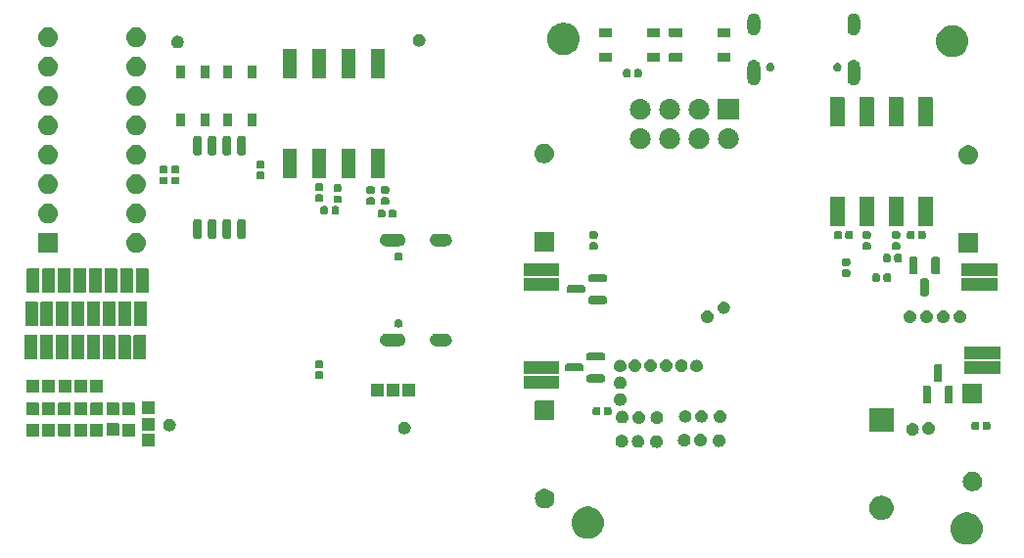
<source format=gbr>
G04 #@! TF.GenerationSoftware,KiCad,Pcbnew,7.0.5*
G04 #@! TF.CreationDate,2023-09-28T01:47:38+03:00*
G04 #@! TF.ProjectId,RP2040_minimal,52503230-3430-45f6-9d69-6e696d616c2e,REV1*
G04 #@! TF.SameCoordinates,Original*
G04 #@! TF.FileFunction,Soldermask,Bot*
G04 #@! TF.FilePolarity,Negative*
%FSLAX46Y46*%
G04 Gerber Fmt 4.6, Leading zero omitted, Abs format (unit mm)*
G04 Created by KiCad (PCBNEW 7.0.5) date 2023-09-28 01:47:38*
%MOMM*%
%LPD*%
G01*
G04 APERTURE LIST*
G04 APERTURE END LIST*
G36*
X110814925Y-114105150D02*
G01*
X111033775Y-114180282D01*
X111237274Y-114290410D01*
X111419871Y-114432531D01*
X111576586Y-114602768D01*
X111703143Y-114796478D01*
X111796090Y-115008376D01*
X111852892Y-115232683D01*
X111872000Y-115463280D01*
X111852892Y-115693877D01*
X111796090Y-115918184D01*
X111703143Y-116130082D01*
X111576586Y-116323792D01*
X111419871Y-116494029D01*
X111237274Y-116636150D01*
X111033775Y-116746278D01*
X110814925Y-116821410D01*
X110586694Y-116859495D01*
X110355306Y-116859495D01*
X110127075Y-116821410D01*
X109908225Y-116746278D01*
X109704726Y-116636150D01*
X109522129Y-116494029D01*
X109365414Y-116323792D01*
X109238857Y-116130082D01*
X109145910Y-115918184D01*
X109089108Y-115693877D01*
X109070000Y-115463280D01*
X109089108Y-115232683D01*
X109145910Y-115008376D01*
X109238857Y-114796478D01*
X109365414Y-114602768D01*
X109522129Y-114432531D01*
X109704726Y-114290410D01*
X109908225Y-114180282D01*
X110127075Y-114105150D01*
X110355306Y-114067065D01*
X110586694Y-114067065D01*
X110814925Y-114105150D01*
G37*
G36*
X78048925Y-113597150D02*
G01*
X78267775Y-113672282D01*
X78471274Y-113782410D01*
X78653871Y-113924531D01*
X78810586Y-114094768D01*
X78937143Y-114288478D01*
X79030090Y-114500376D01*
X79086892Y-114724683D01*
X79106000Y-114955280D01*
X79086892Y-115185877D01*
X79030090Y-115410184D01*
X78937143Y-115622082D01*
X78810586Y-115815792D01*
X78653871Y-115986029D01*
X78471274Y-116128150D01*
X78267775Y-116238278D01*
X78048925Y-116313410D01*
X77820694Y-116351495D01*
X77589306Y-116351495D01*
X77361075Y-116313410D01*
X77142225Y-116238278D01*
X76938726Y-116128150D01*
X76756129Y-115986029D01*
X76599414Y-115815792D01*
X76472857Y-115622082D01*
X76379910Y-115410184D01*
X76323108Y-115185877D01*
X76304000Y-114955280D01*
X76323108Y-114724683D01*
X76379910Y-114500376D01*
X76472857Y-114288478D01*
X76599414Y-114094768D01*
X76756129Y-113924531D01*
X76938726Y-113782410D01*
X77142225Y-113672282D01*
X77361075Y-113597150D01*
X77589306Y-113559065D01*
X77820694Y-113559065D01*
X78048925Y-113597150D01*
G37*
G36*
X103152465Y-112618955D02*
G01*
X103201955Y-112618955D01*
X103257070Y-112629257D01*
X103310040Y-112634475D01*
X103350279Y-112646681D01*
X103392570Y-112654587D01*
X103451142Y-112677277D01*
X103507200Y-112694283D01*
X103539231Y-112711403D01*
X103573382Y-112724634D01*
X103632719Y-112761373D01*
X103688904Y-112791405D01*
X103712509Y-112810777D01*
X103738251Y-112826716D01*
X103795290Y-112878714D01*
X103848169Y-112922111D01*
X103863839Y-112941204D01*
X103881557Y-112957357D01*
X103932989Y-113025464D01*
X103978875Y-113081376D01*
X103987748Y-113097977D01*
X103998415Y-113112102D01*
X104040860Y-113197344D01*
X104075997Y-113263080D01*
X104079743Y-113275431D01*
X104084848Y-113285682D01*
X104114997Y-113391648D01*
X104135805Y-113460240D01*
X104136488Y-113467180D01*
X104137915Y-113472194D01*
X104152739Y-113632173D01*
X104156000Y-113665280D01*
X104152738Y-113698389D01*
X104137915Y-113858365D01*
X104136488Y-113863377D01*
X104135805Y-113870320D01*
X104114993Y-113938926D01*
X104084848Y-114044877D01*
X104079744Y-114055126D01*
X104075997Y-114067480D01*
X104040853Y-114133229D01*
X103998415Y-114218457D01*
X103987750Y-114232579D01*
X103978875Y-114249184D01*
X103932979Y-114305107D01*
X103881557Y-114373202D01*
X103863842Y-114389351D01*
X103848169Y-114408449D01*
X103795279Y-114451854D01*
X103738251Y-114503843D01*
X103712514Y-114519778D01*
X103688904Y-114539155D01*
X103632707Y-114569192D01*
X103573382Y-114605925D01*
X103539238Y-114619152D01*
X103507200Y-114636277D01*
X103451130Y-114653285D01*
X103392570Y-114675972D01*
X103350286Y-114683876D01*
X103310040Y-114696085D01*
X103257067Y-114701302D01*
X103201955Y-114711605D01*
X103152465Y-114711605D01*
X103105000Y-114716280D01*
X103057535Y-114711605D01*
X103008045Y-114711605D01*
X102952931Y-114701302D01*
X102899960Y-114696085D01*
X102859714Y-114683876D01*
X102817429Y-114675972D01*
X102758865Y-114653284D01*
X102702800Y-114636277D01*
X102670764Y-114619153D01*
X102636617Y-114605925D01*
X102577285Y-114569188D01*
X102521096Y-114539155D01*
X102497488Y-114519780D01*
X102471748Y-114503843D01*
X102414710Y-114451845D01*
X102361831Y-114408449D01*
X102346160Y-114389354D01*
X102328442Y-114373202D01*
X102277007Y-114305091D01*
X102231125Y-114249184D01*
X102222252Y-114232583D01*
X102211584Y-114218457D01*
X102169131Y-114133201D01*
X102134003Y-114067480D01*
X102130257Y-114055131D01*
X102125151Y-114044877D01*
X102094990Y-113938873D01*
X102074195Y-113870320D01*
X102073511Y-113863383D01*
X102072084Y-113858365D01*
X102057244Y-113698218D01*
X102054000Y-113665280D01*
X102057243Y-113632344D01*
X102072084Y-113472194D01*
X102073511Y-113467175D01*
X102074195Y-113460240D01*
X102094986Y-113391701D01*
X102125151Y-113285682D01*
X102130257Y-113275426D01*
X102134003Y-113263080D01*
X102169124Y-113197371D01*
X102211584Y-113112102D01*
X102222253Y-113097972D01*
X102231125Y-113081376D01*
X102276998Y-113025479D01*
X102328442Y-112957357D01*
X102346163Y-112941201D01*
X102361831Y-112922111D01*
X102414699Y-112878723D01*
X102471748Y-112826716D01*
X102497493Y-112810775D01*
X102521096Y-112791405D01*
X102577273Y-112761377D01*
X102636617Y-112724634D01*
X102670771Y-112711402D01*
X102702800Y-112694283D01*
X102758853Y-112677279D01*
X102817429Y-112654587D01*
X102859721Y-112646681D01*
X102899960Y-112634475D01*
X102952928Y-112629257D01*
X103008045Y-112618955D01*
X103057535Y-112618955D01*
X103105000Y-112614280D01*
X103152465Y-112618955D01*
G37*
G36*
X74247973Y-112065931D02*
G01*
X74410500Y-112138292D01*
X74554430Y-112242864D01*
X74673473Y-112375075D01*
X74762427Y-112529147D01*
X74817404Y-112698347D01*
X74836000Y-112875280D01*
X74817404Y-113052213D01*
X74762427Y-113221413D01*
X74673473Y-113375485D01*
X74554430Y-113507696D01*
X74410500Y-113612268D01*
X74247973Y-113684629D01*
X74073954Y-113721618D01*
X73896046Y-113721618D01*
X73722027Y-113684629D01*
X73559500Y-113612268D01*
X73415570Y-113507696D01*
X73296527Y-113375485D01*
X73207573Y-113221413D01*
X73152596Y-113052213D01*
X73134000Y-112875280D01*
X73152596Y-112698347D01*
X73207573Y-112529147D01*
X73296527Y-112375075D01*
X73415570Y-112242864D01*
X73559500Y-112138292D01*
X73722027Y-112065931D01*
X73896046Y-112028942D01*
X74073954Y-112028942D01*
X74247973Y-112065931D01*
G37*
G36*
X111241973Y-110589931D02*
G01*
X111404500Y-110662292D01*
X111548430Y-110766864D01*
X111667473Y-110899075D01*
X111756427Y-111053147D01*
X111811404Y-111222347D01*
X111830000Y-111399280D01*
X111811404Y-111576213D01*
X111756427Y-111745413D01*
X111667473Y-111899485D01*
X111548430Y-112031696D01*
X111404500Y-112136268D01*
X111241973Y-112208629D01*
X111067954Y-112245618D01*
X110890046Y-112245618D01*
X110716027Y-112208629D01*
X110553500Y-112136268D01*
X110409570Y-112031696D01*
X110290527Y-111899485D01*
X110201573Y-111745413D01*
X110146596Y-111576213D01*
X110128000Y-111399280D01*
X110146596Y-111222347D01*
X110201573Y-111053147D01*
X110290527Y-110899075D01*
X110409570Y-110766864D01*
X110553500Y-110662292D01*
X110716027Y-110589931D01*
X110890046Y-110552942D01*
X111067954Y-110552942D01*
X111241973Y-110589931D01*
G37*
G36*
X83792609Y-107407775D02*
G01*
X83925500Y-107462820D01*
X84039616Y-107550384D01*
X84127180Y-107664500D01*
X84182225Y-107797391D01*
X84201000Y-107940000D01*
X84182225Y-108082609D01*
X84127180Y-108215500D01*
X84039616Y-108329616D01*
X83925500Y-108417180D01*
X83792609Y-108472225D01*
X83650000Y-108491000D01*
X83507391Y-108472225D01*
X83374500Y-108417180D01*
X83260384Y-108329616D01*
X83172820Y-108215500D01*
X83117775Y-108082609D01*
X83099000Y-107940000D01*
X83117775Y-107797391D01*
X83172820Y-107664500D01*
X83260384Y-107550384D01*
X83374500Y-107462820D01*
X83507391Y-107407775D01*
X83650000Y-107389000D01*
X83792609Y-107407775D01*
G37*
G36*
X82207609Y-107397775D02*
G01*
X82340500Y-107452820D01*
X82454616Y-107540384D01*
X82542180Y-107654500D01*
X82597225Y-107787391D01*
X82616000Y-107930000D01*
X82597225Y-108072609D01*
X82542180Y-108205500D01*
X82454616Y-108319616D01*
X82340500Y-108407180D01*
X82207609Y-108462225D01*
X82065000Y-108481000D01*
X81922391Y-108462225D01*
X81789500Y-108407180D01*
X81675384Y-108319616D01*
X81587820Y-108205500D01*
X81532775Y-108072609D01*
X81514000Y-107930000D01*
X81532775Y-107787391D01*
X81587820Y-107654500D01*
X81675384Y-107540384D01*
X81789500Y-107452820D01*
X81922391Y-107397775D01*
X82065000Y-107379000D01*
X82207609Y-107397775D01*
G37*
G36*
X80782609Y-107367775D02*
G01*
X80915500Y-107422820D01*
X81029616Y-107510384D01*
X81117180Y-107624500D01*
X81172225Y-107757391D01*
X81191000Y-107900000D01*
X81172225Y-108042609D01*
X81117180Y-108175500D01*
X81029616Y-108289616D01*
X80915500Y-108377180D01*
X80782609Y-108432225D01*
X80640000Y-108451000D01*
X80497391Y-108432225D01*
X80364500Y-108377180D01*
X80250384Y-108289616D01*
X80162820Y-108175500D01*
X80107775Y-108042609D01*
X80089000Y-107900000D01*
X80107775Y-107757391D01*
X80162820Y-107624500D01*
X80250384Y-107510384D01*
X80364500Y-107422820D01*
X80497391Y-107367775D01*
X80640000Y-107349000D01*
X80782609Y-107367775D01*
G37*
G36*
X89202609Y-107317775D02*
G01*
X89335500Y-107372820D01*
X89449616Y-107460384D01*
X89537180Y-107574500D01*
X89592225Y-107707391D01*
X89611000Y-107850000D01*
X89592225Y-107992609D01*
X89537180Y-108125500D01*
X89449616Y-108239616D01*
X89335500Y-108327180D01*
X89202609Y-108382225D01*
X89060000Y-108401000D01*
X88917391Y-108382225D01*
X88784500Y-108327180D01*
X88670384Y-108239616D01*
X88582820Y-108125500D01*
X88527775Y-107992609D01*
X88509000Y-107850000D01*
X88527775Y-107707391D01*
X88582820Y-107574500D01*
X88670384Y-107460384D01*
X88784500Y-107372820D01*
X88917391Y-107317775D01*
X89060000Y-107299000D01*
X89202609Y-107317775D01*
G37*
G36*
X86192609Y-107277775D02*
G01*
X86325500Y-107332820D01*
X86439616Y-107420384D01*
X86527180Y-107534500D01*
X86582225Y-107667391D01*
X86601000Y-107810000D01*
X86582225Y-107952609D01*
X86527180Y-108085500D01*
X86439616Y-108199616D01*
X86325500Y-108287180D01*
X86192609Y-108342225D01*
X86050000Y-108361000D01*
X85907391Y-108342225D01*
X85774500Y-108287180D01*
X85660384Y-108199616D01*
X85572820Y-108085500D01*
X85517775Y-107952609D01*
X85499000Y-107810000D01*
X85517775Y-107667391D01*
X85572820Y-107534500D01*
X85660384Y-107420384D01*
X85774500Y-107332820D01*
X85907391Y-107277775D01*
X86050000Y-107259000D01*
X86192609Y-107277775D01*
G37*
G36*
X87602609Y-107277775D02*
G01*
X87735500Y-107332820D01*
X87849616Y-107420384D01*
X87937180Y-107534500D01*
X87992225Y-107667391D01*
X88011000Y-107810000D01*
X87992225Y-107952609D01*
X87937180Y-108085500D01*
X87849616Y-108199616D01*
X87735500Y-108287180D01*
X87602609Y-108342225D01*
X87460000Y-108361000D01*
X87317391Y-108342225D01*
X87184500Y-108287180D01*
X87070384Y-108199616D01*
X86982820Y-108085500D01*
X86927775Y-107952609D01*
X86909000Y-107810000D01*
X86927775Y-107667391D01*
X86982820Y-107534500D01*
X87070384Y-107420384D01*
X87184500Y-107332820D01*
X87317391Y-107277775D01*
X87460000Y-107259000D01*
X87602609Y-107277775D01*
G37*
G36*
X40206075Y-107259440D02*
G01*
X40222620Y-107270496D01*
X40233676Y-107287041D01*
X40237558Y-107306558D01*
X40237558Y-108306558D01*
X40233676Y-108326075D01*
X40222620Y-108342620D01*
X40206075Y-108353676D01*
X40186558Y-108357558D01*
X39186558Y-108357558D01*
X39167041Y-108353676D01*
X39150496Y-108342620D01*
X39139440Y-108326075D01*
X39135558Y-108306558D01*
X39135558Y-107306558D01*
X39139440Y-107287041D01*
X39150496Y-107270496D01*
X39167041Y-107259440D01*
X39186558Y-107255558D01*
X40186558Y-107255558D01*
X40206075Y-107259440D01*
G37*
G36*
X30206075Y-106384440D02*
G01*
X30222620Y-106395496D01*
X30233676Y-106412041D01*
X30237558Y-106431558D01*
X30237558Y-107431558D01*
X30233676Y-107451075D01*
X30222620Y-107467620D01*
X30206075Y-107478676D01*
X30186558Y-107482558D01*
X29186558Y-107482558D01*
X29167041Y-107478676D01*
X29150496Y-107467620D01*
X29139440Y-107451075D01*
X29135558Y-107431558D01*
X29135558Y-106431558D01*
X29139440Y-106412041D01*
X29150496Y-106395496D01*
X29167041Y-106384440D01*
X29186558Y-106380558D01*
X30186558Y-106380558D01*
X30206075Y-106384440D01*
G37*
G36*
X31593575Y-106384440D02*
G01*
X31610120Y-106395496D01*
X31621176Y-106412041D01*
X31625058Y-106431558D01*
X31625058Y-107431558D01*
X31621176Y-107451075D01*
X31610120Y-107467620D01*
X31593575Y-107478676D01*
X31574058Y-107482558D01*
X30574058Y-107482558D01*
X30554541Y-107478676D01*
X30537996Y-107467620D01*
X30526940Y-107451075D01*
X30523058Y-107431558D01*
X30523058Y-106431558D01*
X30526940Y-106412041D01*
X30537996Y-106395496D01*
X30554541Y-106384440D01*
X30574058Y-106380558D01*
X31574058Y-106380558D01*
X31593575Y-106384440D01*
G37*
G36*
X32981075Y-106384440D02*
G01*
X32997620Y-106395496D01*
X33008676Y-106412041D01*
X33012558Y-106431558D01*
X33012558Y-107431558D01*
X33008676Y-107451075D01*
X32997620Y-107467620D01*
X32981075Y-107478676D01*
X32961558Y-107482558D01*
X31961558Y-107482558D01*
X31942041Y-107478676D01*
X31925496Y-107467620D01*
X31914440Y-107451075D01*
X31910558Y-107431558D01*
X31910558Y-106431558D01*
X31914440Y-106412041D01*
X31925496Y-106395496D01*
X31942041Y-106384440D01*
X31961558Y-106380558D01*
X32961558Y-106380558D01*
X32981075Y-106384440D01*
G37*
G36*
X34368575Y-106384440D02*
G01*
X34385120Y-106395496D01*
X34396176Y-106412041D01*
X34400058Y-106431558D01*
X34400058Y-107431558D01*
X34396176Y-107451075D01*
X34385120Y-107467620D01*
X34368575Y-107478676D01*
X34349058Y-107482558D01*
X33349058Y-107482558D01*
X33329541Y-107478676D01*
X33312996Y-107467620D01*
X33301940Y-107451075D01*
X33298058Y-107431558D01*
X33298058Y-106431558D01*
X33301940Y-106412041D01*
X33312996Y-106395496D01*
X33329541Y-106384440D01*
X33349058Y-106380558D01*
X34349058Y-106380558D01*
X34368575Y-106384440D01*
G37*
G36*
X35756075Y-106384440D02*
G01*
X35772620Y-106395496D01*
X35783676Y-106412041D01*
X35787558Y-106431558D01*
X35787558Y-107431558D01*
X35783676Y-107451075D01*
X35772620Y-107467620D01*
X35756075Y-107478676D01*
X35736558Y-107482558D01*
X34736558Y-107482558D01*
X34717041Y-107478676D01*
X34700496Y-107467620D01*
X34689440Y-107451075D01*
X34685558Y-107431558D01*
X34685558Y-106431558D01*
X34689440Y-106412041D01*
X34700496Y-106395496D01*
X34717041Y-106384440D01*
X34736558Y-106380558D01*
X35736558Y-106380558D01*
X35756075Y-106384440D01*
G37*
G36*
X38556075Y-106384440D02*
G01*
X38572620Y-106395496D01*
X38583676Y-106412041D01*
X38587558Y-106431558D01*
X38587558Y-107431558D01*
X38583676Y-107451075D01*
X38572620Y-107467620D01*
X38556075Y-107478676D01*
X38536558Y-107482558D01*
X37536558Y-107482558D01*
X37517041Y-107478676D01*
X37500496Y-107467620D01*
X37489440Y-107451075D01*
X37485558Y-107431558D01*
X37485558Y-106431558D01*
X37489440Y-106412041D01*
X37500496Y-106395496D01*
X37517041Y-106384440D01*
X37536558Y-106380558D01*
X38536558Y-106380558D01*
X38556075Y-106384440D01*
G37*
G36*
X37156075Y-106359440D02*
G01*
X37172620Y-106370496D01*
X37183676Y-106387041D01*
X37187558Y-106406558D01*
X37187558Y-107406558D01*
X37183676Y-107426075D01*
X37172620Y-107442620D01*
X37156075Y-107453676D01*
X37136558Y-107457558D01*
X36136558Y-107457558D01*
X36117041Y-107453676D01*
X36100496Y-107442620D01*
X36089440Y-107426075D01*
X36085558Y-107406558D01*
X36085558Y-106406558D01*
X36089440Y-106387041D01*
X36100496Y-106370496D01*
X36117041Y-106359440D01*
X36136558Y-106355558D01*
X37136558Y-106355558D01*
X37156075Y-106359440D01*
G37*
G36*
X105937609Y-106343055D02*
G01*
X106070500Y-106398100D01*
X106184616Y-106485664D01*
X106272180Y-106599780D01*
X106327225Y-106732671D01*
X106346000Y-106875280D01*
X106327225Y-107017889D01*
X106272180Y-107150780D01*
X106184616Y-107264896D01*
X106070500Y-107352460D01*
X105937609Y-107407505D01*
X105795000Y-107426280D01*
X105652391Y-107407505D01*
X105519500Y-107352460D01*
X105405384Y-107264896D01*
X105317820Y-107150780D01*
X105262775Y-107017889D01*
X105244000Y-106875280D01*
X105262775Y-106732671D01*
X105317820Y-106599780D01*
X105405384Y-106485664D01*
X105519500Y-106398100D01*
X105652391Y-106343055D01*
X105795000Y-106324280D01*
X105937609Y-106343055D01*
G37*
G36*
X107342609Y-106267775D02*
G01*
X107475500Y-106322820D01*
X107589616Y-106410384D01*
X107677180Y-106524500D01*
X107732225Y-106657391D01*
X107751000Y-106800000D01*
X107732225Y-106942609D01*
X107677180Y-107075500D01*
X107589616Y-107189616D01*
X107475500Y-107277180D01*
X107342609Y-107332225D01*
X107200000Y-107351000D01*
X107057391Y-107332225D01*
X106924500Y-107277180D01*
X106810384Y-107189616D01*
X106722820Y-107075500D01*
X106667775Y-106942609D01*
X106649000Y-106800000D01*
X106667775Y-106657391D01*
X106722820Y-106524500D01*
X106810384Y-106410384D01*
X106924500Y-106322820D01*
X107057391Y-106267775D01*
X107200000Y-106249000D01*
X107342609Y-106267775D01*
G37*
G36*
X61988609Y-106225775D02*
G01*
X62121500Y-106280820D01*
X62235616Y-106368384D01*
X62323180Y-106482500D01*
X62378225Y-106615391D01*
X62397000Y-106758000D01*
X62378225Y-106900609D01*
X62323180Y-107033500D01*
X62235616Y-107147616D01*
X62121500Y-107235180D01*
X61988609Y-107290225D01*
X61846000Y-107309000D01*
X61703391Y-107290225D01*
X61570500Y-107235180D01*
X61456384Y-107147616D01*
X61368820Y-107033500D01*
X61313775Y-106900609D01*
X61295000Y-106758000D01*
X61313775Y-106615391D01*
X61368820Y-106482500D01*
X61456384Y-106368384D01*
X61570500Y-106280820D01*
X61703391Y-106225775D01*
X61846000Y-106207000D01*
X61988609Y-106225775D01*
G37*
G36*
X104124517Y-105018162D02*
G01*
X104141062Y-105029218D01*
X104152118Y-105045763D01*
X104156000Y-105065280D01*
X104156000Y-107065280D01*
X104152118Y-107084797D01*
X104141062Y-107101342D01*
X104124517Y-107112398D01*
X104105000Y-107116280D01*
X102105000Y-107116280D01*
X102085483Y-107112398D01*
X102068938Y-107101342D01*
X102057882Y-107084797D01*
X102054000Y-107065280D01*
X102054000Y-105065280D01*
X102057882Y-105045763D01*
X102068938Y-105029218D01*
X102085483Y-105018162D01*
X102105000Y-105014280D01*
X104105000Y-105014280D01*
X104124517Y-105018162D01*
G37*
G36*
X41668609Y-105971775D02*
G01*
X41801500Y-106026820D01*
X41915616Y-106114384D01*
X42003180Y-106228500D01*
X42058225Y-106361391D01*
X42077000Y-106504000D01*
X42058225Y-106646609D01*
X42003180Y-106779500D01*
X41915616Y-106893616D01*
X41801500Y-106981180D01*
X41668609Y-107036225D01*
X41526000Y-107055000D01*
X41383391Y-107036225D01*
X41250500Y-106981180D01*
X41136384Y-106893616D01*
X41048820Y-106779500D01*
X40993775Y-106646609D01*
X40975000Y-106504000D01*
X40993775Y-106361391D01*
X41048820Y-106228500D01*
X41136384Y-106114384D01*
X41250500Y-106026820D01*
X41383391Y-105971775D01*
X41526000Y-105953000D01*
X41668609Y-105971775D01*
G37*
G36*
X40206075Y-105871940D02*
G01*
X40222620Y-105882996D01*
X40233676Y-105899541D01*
X40237558Y-105919058D01*
X40237558Y-106919058D01*
X40233676Y-106938575D01*
X40222620Y-106955120D01*
X40206075Y-106966176D01*
X40186558Y-106970058D01*
X39186558Y-106970058D01*
X39167041Y-106966176D01*
X39150496Y-106955120D01*
X39139440Y-106938575D01*
X39135558Y-106919058D01*
X39135558Y-105919058D01*
X39139440Y-105899541D01*
X39150496Y-105882996D01*
X39167041Y-105871940D01*
X39186558Y-105868058D01*
X40186558Y-105868058D01*
X40206075Y-105871940D01*
G37*
G36*
X111446093Y-106226819D02*
G01*
X111508057Y-106268223D01*
X111549461Y-106330187D01*
X111564000Y-106403280D01*
X111564000Y-106743280D01*
X111549461Y-106816373D01*
X111508057Y-106878337D01*
X111446093Y-106919741D01*
X111373000Y-106934280D01*
X111093000Y-106934280D01*
X111019907Y-106919741D01*
X110957943Y-106878337D01*
X110916539Y-106816373D01*
X110902000Y-106743280D01*
X110902000Y-106403280D01*
X110916539Y-106330187D01*
X110957943Y-106268223D01*
X111019907Y-106226819D01*
X111093000Y-106212280D01*
X111373000Y-106212280D01*
X111446093Y-106226819D01*
G37*
G36*
X112406093Y-106226819D02*
G01*
X112468057Y-106268223D01*
X112509461Y-106330187D01*
X112524000Y-106403280D01*
X112524000Y-106743280D01*
X112509461Y-106816373D01*
X112468057Y-106878337D01*
X112406093Y-106919741D01*
X112333000Y-106934280D01*
X112053000Y-106934280D01*
X111979907Y-106919741D01*
X111917943Y-106878337D01*
X111876539Y-106816373D01*
X111862000Y-106743280D01*
X111862000Y-106403280D01*
X111876539Y-106330187D01*
X111917943Y-106268223D01*
X111979907Y-106226819D01*
X112053000Y-106212280D01*
X112333000Y-106212280D01*
X112406093Y-106226819D01*
G37*
G36*
X83827609Y-105323055D02*
G01*
X83960500Y-105378100D01*
X84074616Y-105465664D01*
X84162180Y-105579780D01*
X84217225Y-105712671D01*
X84236000Y-105855280D01*
X84217225Y-105997889D01*
X84162180Y-106130780D01*
X84074616Y-106244896D01*
X83960500Y-106332460D01*
X83827609Y-106387505D01*
X83685000Y-106406280D01*
X83542391Y-106387505D01*
X83409500Y-106332460D01*
X83295384Y-106244896D01*
X83207820Y-106130780D01*
X83152775Y-105997889D01*
X83134000Y-105855280D01*
X83152775Y-105712671D01*
X83207820Y-105579780D01*
X83295384Y-105465664D01*
X83409500Y-105378100D01*
X83542391Y-105323055D01*
X83685000Y-105304280D01*
X83827609Y-105323055D01*
G37*
G36*
X82242609Y-105313055D02*
G01*
X82375500Y-105368100D01*
X82489616Y-105455664D01*
X82577180Y-105569780D01*
X82632225Y-105702671D01*
X82651000Y-105845280D01*
X82632225Y-105987889D01*
X82577180Y-106120780D01*
X82489616Y-106234896D01*
X82375500Y-106322460D01*
X82242609Y-106377505D01*
X82100000Y-106396280D01*
X81957391Y-106377505D01*
X81824500Y-106322460D01*
X81710384Y-106234896D01*
X81622820Y-106120780D01*
X81567775Y-105987889D01*
X81549000Y-105845280D01*
X81567775Y-105702671D01*
X81622820Y-105569780D01*
X81710384Y-105455664D01*
X81824500Y-105368100D01*
X81957391Y-105313055D01*
X82100000Y-105294280D01*
X82242609Y-105313055D01*
G37*
G36*
X80817609Y-105283055D02*
G01*
X80950500Y-105338100D01*
X81064616Y-105425664D01*
X81152180Y-105539780D01*
X81207225Y-105672671D01*
X81226000Y-105815280D01*
X81207225Y-105957889D01*
X81152180Y-106090780D01*
X81064616Y-106204896D01*
X80950500Y-106292460D01*
X80817609Y-106347505D01*
X80675000Y-106366280D01*
X80532391Y-106347505D01*
X80399500Y-106292460D01*
X80285384Y-106204896D01*
X80197820Y-106090780D01*
X80142775Y-105957889D01*
X80124000Y-105815280D01*
X80142775Y-105672671D01*
X80197820Y-105539780D01*
X80285384Y-105425664D01*
X80399500Y-105338100D01*
X80532391Y-105283055D01*
X80675000Y-105264280D01*
X80817609Y-105283055D01*
G37*
G36*
X89292609Y-105257775D02*
G01*
X89425500Y-105312820D01*
X89539616Y-105400384D01*
X89627180Y-105514500D01*
X89682225Y-105647391D01*
X89701000Y-105790000D01*
X89682225Y-105932609D01*
X89627180Y-106065500D01*
X89539616Y-106179616D01*
X89425500Y-106267180D01*
X89292609Y-106322225D01*
X89150000Y-106341000D01*
X89007391Y-106322225D01*
X88874500Y-106267180D01*
X88760384Y-106179616D01*
X88672820Y-106065500D01*
X88617775Y-105932609D01*
X88599000Y-105790000D01*
X88617775Y-105647391D01*
X88672820Y-105514500D01*
X88760384Y-105400384D01*
X88874500Y-105312820D01*
X89007391Y-105257775D01*
X89150000Y-105239000D01*
X89292609Y-105257775D01*
G37*
G36*
X86282609Y-105217775D02*
G01*
X86415500Y-105272820D01*
X86529616Y-105360384D01*
X86617180Y-105474500D01*
X86672225Y-105607391D01*
X86691000Y-105750000D01*
X86672225Y-105892609D01*
X86617180Y-106025500D01*
X86529616Y-106139616D01*
X86415500Y-106227180D01*
X86282609Y-106282225D01*
X86140000Y-106301000D01*
X85997391Y-106282225D01*
X85864500Y-106227180D01*
X85750384Y-106139616D01*
X85662820Y-106025500D01*
X85607775Y-105892609D01*
X85589000Y-105750000D01*
X85607775Y-105607391D01*
X85662820Y-105474500D01*
X85750384Y-105360384D01*
X85864500Y-105272820D01*
X85997391Y-105217775D01*
X86140000Y-105199000D01*
X86282609Y-105217775D01*
G37*
G36*
X87692609Y-105217775D02*
G01*
X87825500Y-105272820D01*
X87939616Y-105360384D01*
X88027180Y-105474500D01*
X88082225Y-105607391D01*
X88101000Y-105750000D01*
X88082225Y-105892609D01*
X88027180Y-106025500D01*
X87939616Y-106139616D01*
X87825500Y-106227180D01*
X87692609Y-106282225D01*
X87550000Y-106301000D01*
X87407391Y-106282225D01*
X87274500Y-106227180D01*
X87160384Y-106139616D01*
X87072820Y-106025500D01*
X87017775Y-105892609D01*
X86999000Y-105750000D01*
X87017775Y-105607391D01*
X87072820Y-105474500D01*
X87160384Y-105360384D01*
X87274500Y-105272820D01*
X87407391Y-105217775D01*
X87550000Y-105199000D01*
X87692609Y-105217775D01*
G37*
G36*
X74804517Y-104408162D02*
G01*
X74821062Y-104419218D01*
X74832118Y-104435763D01*
X74836000Y-104455280D01*
X74836000Y-106055280D01*
X74832118Y-106074797D01*
X74821062Y-106091342D01*
X74804517Y-106102398D01*
X74785000Y-106106280D01*
X73185000Y-106106280D01*
X73165483Y-106102398D01*
X73148938Y-106091342D01*
X73137882Y-106074797D01*
X73134000Y-106055280D01*
X73134000Y-104455280D01*
X73137882Y-104435763D01*
X73148938Y-104419218D01*
X73165483Y-104408162D01*
X73185000Y-104404280D01*
X74785000Y-104404280D01*
X74804517Y-104408162D01*
G37*
G36*
X30206075Y-104584440D02*
G01*
X30222620Y-104595496D01*
X30233676Y-104612041D01*
X30237558Y-104631558D01*
X30237558Y-105631558D01*
X30233676Y-105651075D01*
X30222620Y-105667620D01*
X30206075Y-105678676D01*
X30186558Y-105682558D01*
X29186558Y-105682558D01*
X29167041Y-105678676D01*
X29150496Y-105667620D01*
X29139440Y-105651075D01*
X29135558Y-105631558D01*
X29135558Y-104631558D01*
X29139440Y-104612041D01*
X29150496Y-104595496D01*
X29167041Y-104584440D01*
X29186558Y-104580558D01*
X30186558Y-104580558D01*
X30206075Y-104584440D01*
G37*
G36*
X31593575Y-104584440D02*
G01*
X31610120Y-104595496D01*
X31621176Y-104612041D01*
X31625058Y-104631558D01*
X31625058Y-105631558D01*
X31621176Y-105651075D01*
X31610120Y-105667620D01*
X31593575Y-105678676D01*
X31574058Y-105682558D01*
X30574058Y-105682558D01*
X30554541Y-105678676D01*
X30537996Y-105667620D01*
X30526940Y-105651075D01*
X30523058Y-105631558D01*
X30523058Y-104631558D01*
X30526940Y-104612041D01*
X30537996Y-104595496D01*
X30554541Y-104584440D01*
X30574058Y-104580558D01*
X31574058Y-104580558D01*
X31593575Y-104584440D01*
G37*
G36*
X32981075Y-104584440D02*
G01*
X32997620Y-104595496D01*
X33008676Y-104612041D01*
X33012558Y-104631558D01*
X33012558Y-105631558D01*
X33008676Y-105651075D01*
X32997620Y-105667620D01*
X32981075Y-105678676D01*
X32961558Y-105682558D01*
X31961558Y-105682558D01*
X31942041Y-105678676D01*
X31925496Y-105667620D01*
X31914440Y-105651075D01*
X31910558Y-105631558D01*
X31910558Y-104631558D01*
X31914440Y-104612041D01*
X31925496Y-104595496D01*
X31942041Y-104584440D01*
X31961558Y-104580558D01*
X32961558Y-104580558D01*
X32981075Y-104584440D01*
G37*
G36*
X34368575Y-104584440D02*
G01*
X34385120Y-104595496D01*
X34396176Y-104612041D01*
X34400058Y-104631558D01*
X34400058Y-105631558D01*
X34396176Y-105651075D01*
X34385120Y-105667620D01*
X34368575Y-105678676D01*
X34349058Y-105682558D01*
X33349058Y-105682558D01*
X33329541Y-105678676D01*
X33312996Y-105667620D01*
X33301940Y-105651075D01*
X33298058Y-105631558D01*
X33298058Y-104631558D01*
X33301940Y-104612041D01*
X33312996Y-104595496D01*
X33329541Y-104584440D01*
X33349058Y-104580558D01*
X34349058Y-104580558D01*
X34368575Y-104584440D01*
G37*
G36*
X35756075Y-104584440D02*
G01*
X35772620Y-104595496D01*
X35783676Y-104612041D01*
X35787558Y-104631558D01*
X35787558Y-105631558D01*
X35783676Y-105651075D01*
X35772620Y-105667620D01*
X35756075Y-105678676D01*
X35736558Y-105682558D01*
X34736558Y-105682558D01*
X34717041Y-105678676D01*
X34700496Y-105667620D01*
X34689440Y-105651075D01*
X34685558Y-105631558D01*
X34685558Y-104631558D01*
X34689440Y-104612041D01*
X34700496Y-104595496D01*
X34717041Y-104584440D01*
X34736558Y-104580558D01*
X35736558Y-104580558D01*
X35756075Y-104584440D01*
G37*
G36*
X37156075Y-104584440D02*
G01*
X37172620Y-104595496D01*
X37183676Y-104612041D01*
X37187558Y-104631558D01*
X37187558Y-105631558D01*
X37183676Y-105651075D01*
X37172620Y-105667620D01*
X37156075Y-105678676D01*
X37136558Y-105682558D01*
X36136558Y-105682558D01*
X36117041Y-105678676D01*
X36100496Y-105667620D01*
X36089440Y-105651075D01*
X36085558Y-105631558D01*
X36085558Y-104631558D01*
X36089440Y-104612041D01*
X36100496Y-104595496D01*
X36117041Y-104584440D01*
X36136558Y-104580558D01*
X37136558Y-104580558D01*
X37156075Y-104584440D01*
G37*
G36*
X38506075Y-104584440D02*
G01*
X38522620Y-104595496D01*
X38533676Y-104612041D01*
X38537558Y-104631558D01*
X38537558Y-105631558D01*
X38533676Y-105651075D01*
X38522620Y-105667620D01*
X38506075Y-105678676D01*
X38486558Y-105682558D01*
X37486558Y-105682558D01*
X37467041Y-105678676D01*
X37450496Y-105667620D01*
X37439440Y-105651075D01*
X37435558Y-105631558D01*
X37435558Y-104631558D01*
X37439440Y-104612041D01*
X37450496Y-104595496D01*
X37467041Y-104584440D01*
X37486558Y-104580558D01*
X38486558Y-104580558D01*
X38506075Y-104584440D01*
G37*
G36*
X78680093Y-104956819D02*
G01*
X78742057Y-104998223D01*
X78783461Y-105060187D01*
X78798000Y-105133280D01*
X78798000Y-105473280D01*
X78783461Y-105546373D01*
X78742057Y-105608337D01*
X78680093Y-105649741D01*
X78607000Y-105664280D01*
X78327000Y-105664280D01*
X78253907Y-105649741D01*
X78191943Y-105608337D01*
X78150539Y-105546373D01*
X78136000Y-105473280D01*
X78136000Y-105133280D01*
X78150539Y-105060187D01*
X78191943Y-104998223D01*
X78253907Y-104956819D01*
X78327000Y-104942280D01*
X78607000Y-104942280D01*
X78680093Y-104956819D01*
G37*
G36*
X79640093Y-104956819D02*
G01*
X79702057Y-104998223D01*
X79743461Y-105060187D01*
X79758000Y-105133280D01*
X79758000Y-105473280D01*
X79743461Y-105546373D01*
X79702057Y-105608337D01*
X79640093Y-105649741D01*
X79567000Y-105664280D01*
X79287000Y-105664280D01*
X79213907Y-105649741D01*
X79151943Y-105608337D01*
X79110539Y-105546373D01*
X79096000Y-105473280D01*
X79096000Y-105133280D01*
X79110539Y-105060187D01*
X79151943Y-104998223D01*
X79213907Y-104956819D01*
X79287000Y-104942280D01*
X79567000Y-104942280D01*
X79640093Y-104956819D01*
G37*
G36*
X40206075Y-104484440D02*
G01*
X40222620Y-104495496D01*
X40233676Y-104512041D01*
X40237558Y-104531558D01*
X40237558Y-105531558D01*
X40233676Y-105551075D01*
X40222620Y-105567620D01*
X40206075Y-105578676D01*
X40186558Y-105582558D01*
X39186558Y-105582558D01*
X39167041Y-105578676D01*
X39150496Y-105567620D01*
X39139440Y-105551075D01*
X39135558Y-105531558D01*
X39135558Y-104531558D01*
X39139440Y-104512041D01*
X39150496Y-104495496D01*
X39167041Y-104484440D01*
X39186558Y-104480558D01*
X40186558Y-104480558D01*
X40206075Y-104484440D01*
G37*
G36*
X80642609Y-103767775D02*
G01*
X80775500Y-103822820D01*
X80889616Y-103910384D01*
X80977180Y-104024500D01*
X81032225Y-104157391D01*
X81051000Y-104300000D01*
X81032225Y-104442609D01*
X80977180Y-104575500D01*
X80889616Y-104689616D01*
X80775500Y-104777180D01*
X80642609Y-104832225D01*
X80500000Y-104851000D01*
X80357391Y-104832225D01*
X80224500Y-104777180D01*
X80110384Y-104689616D01*
X80022820Y-104575500D01*
X79967775Y-104442609D01*
X79949000Y-104300000D01*
X79967775Y-104157391D01*
X80022820Y-104024500D01*
X80110384Y-103910384D01*
X80224500Y-103822820D01*
X80357391Y-103767775D01*
X80500000Y-103749000D01*
X80642609Y-103767775D01*
G37*
G36*
X107273919Y-103103080D02*
G01*
X107339128Y-103146652D01*
X107382700Y-103211861D01*
X107398000Y-103288780D01*
X107398000Y-104463780D01*
X107382700Y-104540699D01*
X107339128Y-104605908D01*
X107273919Y-104649480D01*
X107197000Y-104664780D01*
X106897000Y-104664780D01*
X106820081Y-104649480D01*
X106754872Y-104605908D01*
X106711300Y-104540699D01*
X106696000Y-104463780D01*
X106696000Y-103288780D01*
X106711300Y-103211861D01*
X106754872Y-103146652D01*
X106820081Y-103103080D01*
X106897000Y-103087780D01*
X107197000Y-103087780D01*
X107273919Y-103103080D01*
G37*
G36*
X109173919Y-103103080D02*
G01*
X109239128Y-103146652D01*
X109282700Y-103211861D01*
X109298000Y-103288780D01*
X109298000Y-104463780D01*
X109282700Y-104540699D01*
X109239128Y-104605908D01*
X109173919Y-104649480D01*
X109097000Y-104664780D01*
X108797000Y-104664780D01*
X108720081Y-104649480D01*
X108654872Y-104605908D01*
X108611300Y-104540699D01*
X108596000Y-104463780D01*
X108596000Y-103288780D01*
X108611300Y-103211861D01*
X108654872Y-103146652D01*
X108720081Y-103103080D01*
X108797000Y-103087780D01*
X109097000Y-103087780D01*
X109173919Y-103103080D01*
G37*
G36*
X111798517Y-102932162D02*
G01*
X111815062Y-102943218D01*
X111826118Y-102959763D01*
X111830000Y-102979280D01*
X111830000Y-104579280D01*
X111826118Y-104598797D01*
X111815062Y-104615342D01*
X111798517Y-104626398D01*
X111779000Y-104630280D01*
X110179000Y-104630280D01*
X110159483Y-104626398D01*
X110142938Y-104615342D01*
X110131882Y-104598797D01*
X110128000Y-104579280D01*
X110128000Y-102979280D01*
X110131882Y-102959763D01*
X110142938Y-102943218D01*
X110159483Y-102932162D01*
X110179000Y-102928280D01*
X111779000Y-102928280D01*
X111798517Y-102932162D01*
G37*
G36*
X60006075Y-102934440D02*
G01*
X60022620Y-102945496D01*
X60033676Y-102962041D01*
X60037558Y-102981558D01*
X60037558Y-103981558D01*
X60033676Y-104001075D01*
X60022620Y-104017620D01*
X60006075Y-104028676D01*
X59986558Y-104032558D01*
X58986558Y-104032558D01*
X58967041Y-104028676D01*
X58950496Y-104017620D01*
X58939440Y-104001075D01*
X58935558Y-103981558D01*
X58935558Y-102981558D01*
X58939440Y-102962041D01*
X58950496Y-102945496D01*
X58967041Y-102934440D01*
X58986558Y-102930558D01*
X59986558Y-102930558D01*
X60006075Y-102934440D01*
G37*
G36*
X61393575Y-102934440D02*
G01*
X61410120Y-102945496D01*
X61421176Y-102962041D01*
X61425058Y-102981558D01*
X61425058Y-103981558D01*
X61421176Y-104001075D01*
X61410120Y-104017620D01*
X61393575Y-104028676D01*
X61374058Y-104032558D01*
X60374058Y-104032558D01*
X60354541Y-104028676D01*
X60337996Y-104017620D01*
X60326940Y-104001075D01*
X60323058Y-103981558D01*
X60323058Y-102981558D01*
X60326940Y-102962041D01*
X60337996Y-102945496D01*
X60354541Y-102934440D01*
X60374058Y-102930558D01*
X61374058Y-102930558D01*
X61393575Y-102934440D01*
G37*
G36*
X62781075Y-102934440D02*
G01*
X62797620Y-102945496D01*
X62808676Y-102962041D01*
X62812558Y-102981558D01*
X62812558Y-103981558D01*
X62808676Y-104001075D01*
X62797620Y-104017620D01*
X62781075Y-104028676D01*
X62761558Y-104032558D01*
X61761558Y-104032558D01*
X61742041Y-104028676D01*
X61725496Y-104017620D01*
X61714440Y-104001075D01*
X61710558Y-103981558D01*
X61710558Y-102981558D01*
X61714440Y-102962041D01*
X61725496Y-102945496D01*
X61742041Y-102934440D01*
X61761558Y-102930558D01*
X62761558Y-102930558D01*
X62781075Y-102934440D01*
G37*
G36*
X30218575Y-102609440D02*
G01*
X30235120Y-102620496D01*
X30246176Y-102637041D01*
X30250058Y-102656558D01*
X30250058Y-103656558D01*
X30246176Y-103676075D01*
X30235120Y-103692620D01*
X30218575Y-103703676D01*
X30199058Y-103707558D01*
X29199058Y-103707558D01*
X29179541Y-103703676D01*
X29162996Y-103692620D01*
X29151940Y-103676075D01*
X29148058Y-103656558D01*
X29148058Y-102656558D01*
X29151940Y-102637041D01*
X29162996Y-102620496D01*
X29179541Y-102609440D01*
X29199058Y-102605558D01*
X30199058Y-102605558D01*
X30218575Y-102609440D01*
G37*
G36*
X31606075Y-102609440D02*
G01*
X31622620Y-102620496D01*
X31633676Y-102637041D01*
X31637558Y-102656558D01*
X31637558Y-103656558D01*
X31633676Y-103676075D01*
X31622620Y-103692620D01*
X31606075Y-103703676D01*
X31586558Y-103707558D01*
X30586558Y-103707558D01*
X30567041Y-103703676D01*
X30550496Y-103692620D01*
X30539440Y-103676075D01*
X30535558Y-103656558D01*
X30535558Y-102656558D01*
X30539440Y-102637041D01*
X30550496Y-102620496D01*
X30567041Y-102609440D01*
X30586558Y-102605558D01*
X31586558Y-102605558D01*
X31606075Y-102609440D01*
G37*
G36*
X32993575Y-102609440D02*
G01*
X33010120Y-102620496D01*
X33021176Y-102637041D01*
X33025058Y-102656558D01*
X33025058Y-103656558D01*
X33021176Y-103676075D01*
X33010120Y-103692620D01*
X32993575Y-103703676D01*
X32974058Y-103707558D01*
X31974058Y-103707558D01*
X31954541Y-103703676D01*
X31937996Y-103692620D01*
X31926940Y-103676075D01*
X31923058Y-103656558D01*
X31923058Y-102656558D01*
X31926940Y-102637041D01*
X31937996Y-102620496D01*
X31954541Y-102609440D01*
X31974058Y-102605558D01*
X32974058Y-102605558D01*
X32993575Y-102609440D01*
G37*
G36*
X34381075Y-102609440D02*
G01*
X34397620Y-102620496D01*
X34408676Y-102637041D01*
X34412558Y-102656558D01*
X34412558Y-103656558D01*
X34408676Y-103676075D01*
X34397620Y-103692620D01*
X34381075Y-103703676D01*
X34361558Y-103707558D01*
X33361558Y-103707558D01*
X33342041Y-103703676D01*
X33325496Y-103692620D01*
X33314440Y-103676075D01*
X33310558Y-103656558D01*
X33310558Y-102656558D01*
X33314440Y-102637041D01*
X33325496Y-102620496D01*
X33342041Y-102609440D01*
X33361558Y-102605558D01*
X34361558Y-102605558D01*
X34381075Y-102609440D01*
G37*
G36*
X35768575Y-102609440D02*
G01*
X35785120Y-102620496D01*
X35796176Y-102637041D01*
X35800058Y-102656558D01*
X35800058Y-103656558D01*
X35796176Y-103676075D01*
X35785120Y-103692620D01*
X35768575Y-103703676D01*
X35749058Y-103707558D01*
X34749058Y-103707558D01*
X34729541Y-103703676D01*
X34712996Y-103692620D01*
X34701940Y-103676075D01*
X34698058Y-103656558D01*
X34698058Y-102656558D01*
X34701940Y-102637041D01*
X34712996Y-102620496D01*
X34729541Y-102609440D01*
X34749058Y-102605558D01*
X35749058Y-102605558D01*
X35768575Y-102609440D01*
G37*
G36*
X80642609Y-102317775D02*
G01*
X80775500Y-102372820D01*
X80889616Y-102460384D01*
X80977180Y-102574500D01*
X81032225Y-102707391D01*
X81051000Y-102850000D01*
X81032225Y-102992609D01*
X80977180Y-103125500D01*
X80889616Y-103239616D01*
X80775500Y-103327180D01*
X80642609Y-103382225D01*
X80500000Y-103401000D01*
X80357391Y-103382225D01*
X80224500Y-103327180D01*
X80110384Y-103239616D01*
X80022820Y-103125500D01*
X79967775Y-102992609D01*
X79949000Y-102850000D01*
X79967775Y-102707391D01*
X80022820Y-102574500D01*
X80110384Y-102460384D01*
X80224500Y-102372820D01*
X80357391Y-102317775D01*
X80500000Y-102299000D01*
X80642609Y-102317775D01*
G37*
G36*
X75229517Y-102248162D02*
G01*
X75246062Y-102259218D01*
X75257118Y-102275763D01*
X75261000Y-102295280D01*
X75261000Y-103295280D01*
X75257118Y-103314797D01*
X75246062Y-103331342D01*
X75229517Y-103342398D01*
X75210000Y-103346280D01*
X72210000Y-103346280D01*
X72190483Y-103342398D01*
X72173938Y-103331342D01*
X72162882Y-103314797D01*
X72159000Y-103295280D01*
X72159000Y-102295280D01*
X72162882Y-102275763D01*
X72173938Y-102259218D01*
X72190483Y-102248162D01*
X72210000Y-102244280D01*
X75210000Y-102244280D01*
X75229517Y-102248162D01*
G37*
G36*
X79066919Y-102139580D02*
G01*
X79132128Y-102183152D01*
X79175700Y-102248361D01*
X79191000Y-102325280D01*
X79191000Y-102625280D01*
X79175700Y-102702199D01*
X79132128Y-102767408D01*
X79066919Y-102810980D01*
X78990000Y-102826280D01*
X77815000Y-102826280D01*
X77738081Y-102810980D01*
X77672872Y-102767408D01*
X77629300Y-102702199D01*
X77614000Y-102625280D01*
X77614000Y-102325280D01*
X77629300Y-102248361D01*
X77672872Y-102183152D01*
X77738081Y-102139580D01*
X77815000Y-102124280D01*
X78990000Y-102124280D01*
X79066919Y-102139580D01*
G37*
G36*
X108223919Y-101228080D02*
G01*
X108289128Y-101271652D01*
X108332700Y-101336861D01*
X108348000Y-101413780D01*
X108348000Y-102588780D01*
X108332700Y-102665699D01*
X108289128Y-102730908D01*
X108223919Y-102774480D01*
X108147000Y-102789780D01*
X107847000Y-102789780D01*
X107770081Y-102774480D01*
X107704872Y-102730908D01*
X107661300Y-102665699D01*
X107646000Y-102588780D01*
X107646000Y-101413780D01*
X107661300Y-101336861D01*
X107704872Y-101271652D01*
X107770081Y-101228080D01*
X107847000Y-101212780D01*
X108147000Y-101212780D01*
X108223919Y-101228080D01*
G37*
G36*
X54723093Y-101869539D02*
G01*
X54785057Y-101910943D01*
X54826461Y-101972907D01*
X54841000Y-102046000D01*
X54841000Y-102326000D01*
X54826461Y-102399093D01*
X54785057Y-102461057D01*
X54723093Y-102502461D01*
X54650000Y-102517000D01*
X54310000Y-102517000D01*
X54236907Y-102502461D01*
X54174943Y-102461057D01*
X54133539Y-102399093D01*
X54119000Y-102326000D01*
X54119000Y-102046000D01*
X54133539Y-101972907D01*
X54174943Y-101910943D01*
X54236907Y-101869539D01*
X54310000Y-101855000D01*
X54650000Y-101855000D01*
X54723093Y-101869539D01*
G37*
G36*
X75229517Y-100978162D02*
G01*
X75246062Y-100989218D01*
X75257118Y-101005763D01*
X75261000Y-101025280D01*
X75261000Y-102025280D01*
X75257118Y-102044797D01*
X75246062Y-102061342D01*
X75229517Y-102072398D01*
X75210000Y-102076280D01*
X72210000Y-102076280D01*
X72190483Y-102072398D01*
X72173938Y-102061342D01*
X72162882Y-102044797D01*
X72159000Y-102025280D01*
X72159000Y-101025280D01*
X72162882Y-101005763D01*
X72173938Y-100989218D01*
X72190483Y-100978162D01*
X72210000Y-100974280D01*
X75210000Y-100974280D01*
X75229517Y-100978162D01*
G37*
G36*
X113337017Y-100978162D02*
G01*
X113353562Y-100989218D01*
X113364618Y-101005763D01*
X113368500Y-101025280D01*
X113368500Y-102025280D01*
X113364618Y-102044797D01*
X113353562Y-102061342D01*
X113337017Y-102072398D01*
X113317500Y-102076280D01*
X110317500Y-102076280D01*
X110297983Y-102072398D01*
X110281438Y-102061342D01*
X110270382Y-102044797D01*
X110266500Y-102025280D01*
X110266500Y-101025280D01*
X110270382Y-101005763D01*
X110281438Y-100989218D01*
X110297983Y-100978162D01*
X110317500Y-100974280D01*
X113317500Y-100974280D01*
X113337017Y-100978162D01*
G37*
G36*
X80642609Y-100867775D02*
G01*
X80775500Y-100922820D01*
X80889616Y-101010384D01*
X80977180Y-101124500D01*
X81032225Y-101257391D01*
X81051000Y-101400000D01*
X81032225Y-101542609D01*
X80977180Y-101675500D01*
X80889616Y-101789616D01*
X80775500Y-101877180D01*
X80642609Y-101932225D01*
X80500000Y-101951000D01*
X80357391Y-101932225D01*
X80224500Y-101877180D01*
X80110384Y-101789616D01*
X80022820Y-101675500D01*
X79967775Y-101542609D01*
X79949000Y-101400000D01*
X79967775Y-101257391D01*
X80022820Y-101124500D01*
X80110384Y-101010384D01*
X80224500Y-100922820D01*
X80357391Y-100867775D01*
X80500000Y-100849000D01*
X80642609Y-100867775D01*
G37*
G36*
X87242609Y-100867775D02*
G01*
X87375500Y-100922820D01*
X87489616Y-101010384D01*
X87577180Y-101124500D01*
X87632225Y-101257391D01*
X87651000Y-101400000D01*
X87632225Y-101542609D01*
X87577180Y-101675500D01*
X87489616Y-101789616D01*
X87375500Y-101877180D01*
X87242609Y-101932225D01*
X87100000Y-101951000D01*
X86957391Y-101932225D01*
X86824500Y-101877180D01*
X86710384Y-101789616D01*
X86622820Y-101675500D01*
X86567775Y-101542609D01*
X86549000Y-101400000D01*
X86567775Y-101257391D01*
X86622820Y-101124500D01*
X86710384Y-101010384D01*
X86824500Y-100922820D01*
X86957391Y-100867775D01*
X87100000Y-100849000D01*
X87242609Y-100867775D01*
G37*
G36*
X81942609Y-100817775D02*
G01*
X82075500Y-100872820D01*
X82189616Y-100960384D01*
X82277180Y-101074500D01*
X82332225Y-101207391D01*
X82351000Y-101350000D01*
X82332225Y-101492609D01*
X82277180Y-101625500D01*
X82189616Y-101739616D01*
X82075500Y-101827180D01*
X81942609Y-101882225D01*
X81800000Y-101901000D01*
X81657391Y-101882225D01*
X81524500Y-101827180D01*
X81410384Y-101739616D01*
X81322820Y-101625500D01*
X81267775Y-101492609D01*
X81249000Y-101350000D01*
X81267775Y-101207391D01*
X81322820Y-101074500D01*
X81410384Y-100960384D01*
X81524500Y-100872820D01*
X81657391Y-100817775D01*
X81800000Y-100799000D01*
X81942609Y-100817775D01*
G37*
G36*
X83292609Y-100817775D02*
G01*
X83425500Y-100872820D01*
X83539616Y-100960384D01*
X83627180Y-101074500D01*
X83682225Y-101207391D01*
X83701000Y-101350000D01*
X83682225Y-101492609D01*
X83627180Y-101625500D01*
X83539616Y-101739616D01*
X83425500Y-101827180D01*
X83292609Y-101882225D01*
X83150000Y-101901000D01*
X83007391Y-101882225D01*
X82874500Y-101827180D01*
X82760384Y-101739616D01*
X82672820Y-101625500D01*
X82617775Y-101492609D01*
X82599000Y-101350000D01*
X82617775Y-101207391D01*
X82672820Y-101074500D01*
X82760384Y-100960384D01*
X82874500Y-100872820D01*
X83007391Y-100817775D01*
X83150000Y-100799000D01*
X83292609Y-100817775D01*
G37*
G36*
X84642609Y-100817775D02*
G01*
X84775500Y-100872820D01*
X84889616Y-100960384D01*
X84977180Y-101074500D01*
X85032225Y-101207391D01*
X85051000Y-101350000D01*
X85032225Y-101492609D01*
X84977180Y-101625500D01*
X84889616Y-101739616D01*
X84775500Y-101827180D01*
X84642609Y-101882225D01*
X84500000Y-101901000D01*
X84357391Y-101882225D01*
X84224500Y-101827180D01*
X84110384Y-101739616D01*
X84022820Y-101625500D01*
X83967775Y-101492609D01*
X83949000Y-101350000D01*
X83967775Y-101207391D01*
X84022820Y-101074500D01*
X84110384Y-100960384D01*
X84224500Y-100872820D01*
X84357391Y-100817775D01*
X84500000Y-100799000D01*
X84642609Y-100817775D01*
G37*
G36*
X85942609Y-100817775D02*
G01*
X86075500Y-100872820D01*
X86189616Y-100960384D01*
X86277180Y-101074500D01*
X86332225Y-101207391D01*
X86351000Y-101350000D01*
X86332225Y-101492609D01*
X86277180Y-101625500D01*
X86189616Y-101739616D01*
X86075500Y-101827180D01*
X85942609Y-101882225D01*
X85800000Y-101901000D01*
X85657391Y-101882225D01*
X85524500Y-101827180D01*
X85410384Y-101739616D01*
X85322820Y-101625500D01*
X85267775Y-101492609D01*
X85249000Y-101350000D01*
X85267775Y-101207391D01*
X85322820Y-101074500D01*
X85410384Y-100960384D01*
X85524500Y-100872820D01*
X85657391Y-100817775D01*
X85800000Y-100799000D01*
X85942609Y-100817775D01*
G37*
G36*
X77191919Y-101189580D02*
G01*
X77257128Y-101233152D01*
X77300700Y-101298361D01*
X77316000Y-101375280D01*
X77316000Y-101675280D01*
X77300700Y-101752199D01*
X77257128Y-101817408D01*
X77191919Y-101860980D01*
X77115000Y-101876280D01*
X75940000Y-101876280D01*
X75863081Y-101860980D01*
X75797872Y-101817408D01*
X75754300Y-101752199D01*
X75739000Y-101675280D01*
X75739000Y-101375280D01*
X75754300Y-101298361D01*
X75797872Y-101233152D01*
X75863081Y-101189580D01*
X75940000Y-101174280D01*
X77115000Y-101174280D01*
X77191919Y-101189580D01*
G37*
G36*
X54723093Y-100909539D02*
G01*
X54785057Y-100950943D01*
X54826461Y-101012907D01*
X54841000Y-101086000D01*
X54841000Y-101366000D01*
X54826461Y-101439093D01*
X54785057Y-101501057D01*
X54723093Y-101542461D01*
X54650000Y-101557000D01*
X54310000Y-101557000D01*
X54236907Y-101542461D01*
X54174943Y-101501057D01*
X54133539Y-101439093D01*
X54119000Y-101366000D01*
X54119000Y-101086000D01*
X54133539Y-101012907D01*
X54174943Y-100950943D01*
X54236907Y-100909539D01*
X54310000Y-100895000D01*
X54650000Y-100895000D01*
X54723093Y-100909539D01*
G37*
G36*
X79066919Y-100239580D02*
G01*
X79132128Y-100283152D01*
X79175700Y-100348361D01*
X79191000Y-100425280D01*
X79191000Y-100725280D01*
X79175700Y-100802199D01*
X79132128Y-100867408D01*
X79066919Y-100910980D01*
X78990000Y-100926280D01*
X77815000Y-100926280D01*
X77738081Y-100910980D01*
X77672872Y-100867408D01*
X77629300Y-100802199D01*
X77614000Y-100725280D01*
X77614000Y-100425280D01*
X77629300Y-100348361D01*
X77672872Y-100283152D01*
X77738081Y-100239580D01*
X77815000Y-100224280D01*
X78990000Y-100224280D01*
X79066919Y-100239580D01*
G37*
G36*
X30056075Y-98734440D02*
G01*
X30072620Y-98745496D01*
X30083676Y-98762041D01*
X30087558Y-98781558D01*
X30087558Y-100781558D01*
X30083676Y-100801075D01*
X30072620Y-100817620D01*
X30056075Y-100828676D01*
X30036558Y-100832558D01*
X29036558Y-100832558D01*
X29017041Y-100828676D01*
X29000496Y-100817620D01*
X28989440Y-100801075D01*
X28985558Y-100781558D01*
X28985558Y-98781558D01*
X28989440Y-98762041D01*
X29000496Y-98745496D01*
X29017041Y-98734440D01*
X29036558Y-98730558D01*
X30036558Y-98730558D01*
X30056075Y-98734440D01*
G37*
G36*
X31405277Y-98734440D02*
G01*
X31421822Y-98745496D01*
X31432878Y-98762041D01*
X31436760Y-98781558D01*
X31436760Y-100781558D01*
X31432878Y-100801075D01*
X31421822Y-100817620D01*
X31405277Y-100828676D01*
X31385760Y-100832558D01*
X30385760Y-100832558D01*
X30366243Y-100828676D01*
X30349698Y-100817620D01*
X30338642Y-100801075D01*
X30334760Y-100781558D01*
X30334760Y-98781558D01*
X30338642Y-98762041D01*
X30349698Y-98745496D01*
X30366243Y-98734440D01*
X30385760Y-98730558D01*
X31385760Y-98730558D01*
X31405277Y-98734440D01*
G37*
G36*
X32754476Y-98734440D02*
G01*
X32771021Y-98745496D01*
X32782077Y-98762041D01*
X32785959Y-98781558D01*
X32785959Y-100781558D01*
X32782077Y-100801075D01*
X32771021Y-100817620D01*
X32754476Y-100828676D01*
X32734959Y-100832558D01*
X31734959Y-100832558D01*
X31715442Y-100828676D01*
X31698897Y-100817620D01*
X31687841Y-100801075D01*
X31683959Y-100781558D01*
X31683959Y-98781558D01*
X31687841Y-98762041D01*
X31698897Y-98745496D01*
X31715442Y-98734440D01*
X31734959Y-98730558D01*
X32734959Y-98730558D01*
X32754476Y-98734440D01*
G37*
G36*
X34103675Y-98734440D02*
G01*
X34120220Y-98745496D01*
X34131276Y-98762041D01*
X34135158Y-98781558D01*
X34135158Y-100781558D01*
X34131276Y-100801075D01*
X34120220Y-100817620D01*
X34103675Y-100828676D01*
X34084158Y-100832558D01*
X33084158Y-100832558D01*
X33064641Y-100828676D01*
X33048096Y-100817620D01*
X33037040Y-100801075D01*
X33033158Y-100781558D01*
X33033158Y-98781558D01*
X33037040Y-98762041D01*
X33048096Y-98745496D01*
X33064641Y-98734440D01*
X33084158Y-98730558D01*
X34084158Y-98730558D01*
X34103675Y-98734440D01*
G37*
G36*
X35452874Y-98734440D02*
G01*
X35469419Y-98745496D01*
X35480475Y-98762041D01*
X35484357Y-98781558D01*
X35484357Y-100781558D01*
X35480475Y-100801075D01*
X35469419Y-100817620D01*
X35452874Y-100828676D01*
X35433357Y-100832558D01*
X34433357Y-100832558D01*
X34413840Y-100828676D01*
X34397295Y-100817620D01*
X34386239Y-100801075D01*
X34382357Y-100781558D01*
X34382357Y-98781558D01*
X34386239Y-98762041D01*
X34397295Y-98745496D01*
X34413840Y-98734440D01*
X34433357Y-98730558D01*
X35433357Y-98730558D01*
X35452874Y-98734440D01*
G37*
G36*
X36802073Y-98734440D02*
G01*
X36818618Y-98745496D01*
X36829674Y-98762041D01*
X36833556Y-98781558D01*
X36833556Y-100781558D01*
X36829674Y-100801075D01*
X36818618Y-100817620D01*
X36802073Y-100828676D01*
X36782556Y-100832558D01*
X35782556Y-100832558D01*
X35763039Y-100828676D01*
X35746494Y-100817620D01*
X35735438Y-100801075D01*
X35731556Y-100781558D01*
X35731556Y-98781558D01*
X35735438Y-98762041D01*
X35746494Y-98745496D01*
X35763039Y-98734440D01*
X35782556Y-98730558D01*
X36782556Y-98730558D01*
X36802073Y-98734440D01*
G37*
G36*
X38151272Y-98734440D02*
G01*
X38167817Y-98745496D01*
X38178873Y-98762041D01*
X38182755Y-98781558D01*
X38182755Y-100781558D01*
X38178873Y-100801075D01*
X38167817Y-100817620D01*
X38151272Y-100828676D01*
X38131755Y-100832558D01*
X37131755Y-100832558D01*
X37112238Y-100828676D01*
X37095693Y-100817620D01*
X37084637Y-100801075D01*
X37080755Y-100781558D01*
X37080755Y-98781558D01*
X37084637Y-98762041D01*
X37095693Y-98745496D01*
X37112238Y-98734440D01*
X37131755Y-98730558D01*
X38131755Y-98730558D01*
X38151272Y-98734440D01*
G37*
G36*
X39500471Y-98734440D02*
G01*
X39517016Y-98745496D01*
X39528072Y-98762041D01*
X39531954Y-98781558D01*
X39531954Y-100781558D01*
X39528072Y-100801075D01*
X39517016Y-100817620D01*
X39500471Y-100828676D01*
X39480954Y-100832558D01*
X38480954Y-100832558D01*
X38461437Y-100828676D01*
X38444892Y-100817620D01*
X38433836Y-100801075D01*
X38429954Y-100781558D01*
X38429954Y-98781558D01*
X38433836Y-98762041D01*
X38444892Y-98745496D01*
X38461437Y-98734440D01*
X38480954Y-98730558D01*
X39480954Y-98730558D01*
X39500471Y-98734440D01*
G37*
G36*
X113337017Y-99708162D02*
G01*
X113353562Y-99719218D01*
X113364618Y-99735763D01*
X113368500Y-99755280D01*
X113368500Y-100755280D01*
X113364618Y-100774797D01*
X113353562Y-100791342D01*
X113337017Y-100802398D01*
X113317500Y-100806280D01*
X110317500Y-100806280D01*
X110297983Y-100802398D01*
X110281438Y-100791342D01*
X110270382Y-100774797D01*
X110266500Y-100755280D01*
X110266500Y-99755280D01*
X110270382Y-99735763D01*
X110281438Y-99719218D01*
X110297983Y-99708162D01*
X110317500Y-99704280D01*
X113317500Y-99704280D01*
X113337017Y-99708162D01*
G37*
G36*
X61455028Y-98592132D02*
G01*
X61489587Y-98601815D01*
X61522506Y-98606149D01*
X61558989Y-98621260D01*
X61599519Y-98632617D01*
X61627534Y-98649653D01*
X61655306Y-98661157D01*
X61689128Y-98687109D01*
X61727729Y-98710583D01*
X61747982Y-98732269D01*
X61769341Y-98748658D01*
X61797213Y-98784982D01*
X61830150Y-98820249D01*
X61842370Y-98843832D01*
X61856842Y-98862693D01*
X61875567Y-98907899D01*
X61899186Y-98953481D01*
X61903955Y-98976434D01*
X61911850Y-98995493D01*
X61918651Y-99047155D01*
X61929715Y-99100398D01*
X61928328Y-99120664D01*
X61930611Y-99138000D01*
X61923392Y-99192831D01*
X61919475Y-99250104D01*
X61913721Y-99266294D01*
X61911850Y-99280507D01*
X61889454Y-99334573D01*
X61869225Y-99391496D01*
X61861122Y-99402975D01*
X61856843Y-99413306D01*
X61819217Y-99462339D01*
X61782691Y-99514087D01*
X61774227Y-99520972D01*
X61769341Y-99527341D01*
X61717588Y-99567051D01*
X61666291Y-99608785D01*
X61659167Y-99611879D01*
X61655306Y-99614842D01*
X61591477Y-99641280D01*
X61528658Y-99668567D01*
X61524086Y-99669195D01*
X61522506Y-99669850D01*
X61447010Y-99679789D01*
X61380000Y-99689000D01*
X61377051Y-99689000D01*
X60282949Y-99689000D01*
X60280000Y-99689000D01*
X60204972Y-99683868D01*
X60170407Y-99674183D01*
X60137493Y-99669850D01*
X60101015Y-99654740D01*
X60060481Y-99643383D01*
X60032462Y-99626344D01*
X60004693Y-99614842D01*
X59970872Y-99588891D01*
X59932271Y-99565417D01*
X59912016Y-99543729D01*
X59890658Y-99527341D01*
X59862785Y-99491015D01*
X59829850Y-99455751D01*
X59817630Y-99432168D01*
X59803157Y-99413306D01*
X59784429Y-99368095D01*
X59760814Y-99322519D01*
X59756044Y-99299568D01*
X59748149Y-99280506D01*
X59741346Y-99228832D01*
X59730285Y-99175602D01*
X59731670Y-99155340D01*
X59729388Y-99138000D01*
X59736608Y-99083152D01*
X59740525Y-99025896D01*
X59746277Y-99009710D01*
X59748149Y-98995492D01*
X59770553Y-98941402D01*
X59790775Y-98884504D01*
X59798874Y-98873029D01*
X59803156Y-98862693D01*
X59840802Y-98813631D01*
X59877309Y-98761913D01*
X59885767Y-98755031D01*
X59890658Y-98748658D01*
X59942449Y-98708917D01*
X59993709Y-98667215D01*
X60000827Y-98664122D01*
X60004693Y-98661157D01*
X60068592Y-98634688D01*
X60131342Y-98607433D01*
X60135908Y-98606805D01*
X60137493Y-98606149D01*
X60213082Y-98596197D01*
X60280000Y-98587000D01*
X61380000Y-98587000D01*
X61455028Y-98592132D01*
G37*
G36*
X65485028Y-98592132D02*
G01*
X65519587Y-98601815D01*
X65552506Y-98606149D01*
X65588989Y-98621260D01*
X65629519Y-98632617D01*
X65657534Y-98649653D01*
X65685306Y-98661157D01*
X65719128Y-98687109D01*
X65757729Y-98710583D01*
X65777982Y-98732269D01*
X65799341Y-98748658D01*
X65827213Y-98784982D01*
X65860150Y-98820249D01*
X65872370Y-98843832D01*
X65886842Y-98862693D01*
X65905567Y-98907899D01*
X65929186Y-98953481D01*
X65933955Y-98976434D01*
X65941850Y-98995493D01*
X65948651Y-99047155D01*
X65959715Y-99100398D01*
X65958328Y-99120664D01*
X65960611Y-99138000D01*
X65953392Y-99192831D01*
X65949475Y-99250104D01*
X65943721Y-99266294D01*
X65941850Y-99280507D01*
X65919454Y-99334573D01*
X65899225Y-99391496D01*
X65891122Y-99402975D01*
X65886843Y-99413306D01*
X65849217Y-99462339D01*
X65812691Y-99514087D01*
X65804227Y-99520972D01*
X65799341Y-99527341D01*
X65747588Y-99567051D01*
X65696291Y-99608785D01*
X65689167Y-99611879D01*
X65685306Y-99614842D01*
X65621477Y-99641280D01*
X65558658Y-99668567D01*
X65554086Y-99669195D01*
X65552506Y-99669850D01*
X65477010Y-99679789D01*
X65410000Y-99689000D01*
X65407051Y-99689000D01*
X64612949Y-99689000D01*
X64610000Y-99689000D01*
X64534972Y-99683868D01*
X64500407Y-99674183D01*
X64467493Y-99669850D01*
X64431015Y-99654740D01*
X64390481Y-99643383D01*
X64362462Y-99626344D01*
X64334693Y-99614842D01*
X64300872Y-99588891D01*
X64262271Y-99565417D01*
X64242016Y-99543729D01*
X64220658Y-99527341D01*
X64192785Y-99491015D01*
X64159850Y-99455751D01*
X64147630Y-99432168D01*
X64133157Y-99413306D01*
X64114429Y-99368095D01*
X64090814Y-99322519D01*
X64086044Y-99299568D01*
X64078149Y-99280506D01*
X64071346Y-99228832D01*
X64060285Y-99175602D01*
X64061670Y-99155340D01*
X64059388Y-99138000D01*
X64066608Y-99083152D01*
X64070525Y-99025896D01*
X64076277Y-99009710D01*
X64078149Y-98995492D01*
X64100553Y-98941402D01*
X64120775Y-98884504D01*
X64128874Y-98873029D01*
X64133156Y-98862693D01*
X64170802Y-98813631D01*
X64207309Y-98761913D01*
X64215767Y-98755031D01*
X64220658Y-98748658D01*
X64272449Y-98708917D01*
X64323709Y-98667215D01*
X64330827Y-98664122D01*
X64334693Y-98661157D01*
X64398592Y-98634688D01*
X64461342Y-98607433D01*
X64465908Y-98606805D01*
X64467493Y-98606149D01*
X64543082Y-98596197D01*
X64610000Y-98587000D01*
X65410000Y-98587000D01*
X65485028Y-98592132D01*
G37*
G36*
X61446190Y-97350403D02*
G01*
X61551007Y-97403810D01*
X61634190Y-97486993D01*
X61687597Y-97591810D01*
X61706000Y-97708000D01*
X61687597Y-97824190D01*
X61634190Y-97929007D01*
X61551007Y-98012190D01*
X61446190Y-98065597D01*
X61330000Y-98084000D01*
X61213810Y-98065597D01*
X61108993Y-98012190D01*
X61025810Y-97929007D01*
X60972403Y-97824190D01*
X60954000Y-97708000D01*
X60972403Y-97591810D01*
X61025810Y-97486993D01*
X61108993Y-97403810D01*
X61213810Y-97350403D01*
X61330000Y-97332000D01*
X61446190Y-97350403D01*
G37*
G36*
X30106873Y-95834440D02*
G01*
X30123418Y-95845496D01*
X30134474Y-95862041D01*
X30138356Y-95881558D01*
X30138356Y-97881558D01*
X30134474Y-97901075D01*
X30123418Y-97917620D01*
X30106873Y-97928676D01*
X30087356Y-97932558D01*
X29087356Y-97932558D01*
X29067839Y-97928676D01*
X29051294Y-97917620D01*
X29040238Y-97901075D01*
X29036356Y-97881558D01*
X29036356Y-95881558D01*
X29040238Y-95862041D01*
X29051294Y-95845496D01*
X29067839Y-95834440D01*
X29087356Y-95830558D01*
X30087356Y-95830558D01*
X30106873Y-95834440D01*
G37*
G36*
X31456075Y-95834440D02*
G01*
X31472620Y-95845496D01*
X31483676Y-95862041D01*
X31487558Y-95881558D01*
X31487558Y-97881558D01*
X31483676Y-97901075D01*
X31472620Y-97917620D01*
X31456075Y-97928676D01*
X31436558Y-97932558D01*
X30436558Y-97932558D01*
X30417041Y-97928676D01*
X30400496Y-97917620D01*
X30389440Y-97901075D01*
X30385558Y-97881558D01*
X30385558Y-95881558D01*
X30389440Y-95862041D01*
X30400496Y-95845496D01*
X30417041Y-95834440D01*
X30436558Y-95830558D01*
X31436558Y-95830558D01*
X31456075Y-95834440D01*
G37*
G36*
X32805274Y-95834440D02*
G01*
X32821819Y-95845496D01*
X32832875Y-95862041D01*
X32836757Y-95881558D01*
X32836757Y-97881558D01*
X32832875Y-97901075D01*
X32821819Y-97917620D01*
X32805274Y-97928676D01*
X32785757Y-97932558D01*
X31785757Y-97932558D01*
X31766240Y-97928676D01*
X31749695Y-97917620D01*
X31738639Y-97901075D01*
X31734757Y-97881558D01*
X31734757Y-95881558D01*
X31738639Y-95862041D01*
X31749695Y-95845496D01*
X31766240Y-95834440D01*
X31785757Y-95830558D01*
X32785757Y-95830558D01*
X32805274Y-95834440D01*
G37*
G36*
X34154473Y-95834440D02*
G01*
X34171018Y-95845496D01*
X34182074Y-95862041D01*
X34185956Y-95881558D01*
X34185956Y-97881558D01*
X34182074Y-97901075D01*
X34171018Y-97917620D01*
X34154473Y-97928676D01*
X34134956Y-97932558D01*
X33134956Y-97932558D01*
X33115439Y-97928676D01*
X33098894Y-97917620D01*
X33087838Y-97901075D01*
X33083956Y-97881558D01*
X33083956Y-95881558D01*
X33087838Y-95862041D01*
X33098894Y-95845496D01*
X33115439Y-95834440D01*
X33134956Y-95830558D01*
X34134956Y-95830558D01*
X34154473Y-95834440D01*
G37*
G36*
X35503672Y-95834440D02*
G01*
X35520217Y-95845496D01*
X35531273Y-95862041D01*
X35535155Y-95881558D01*
X35535155Y-97881558D01*
X35531273Y-97901075D01*
X35520217Y-97917620D01*
X35503672Y-97928676D01*
X35484155Y-97932558D01*
X34484155Y-97932558D01*
X34464638Y-97928676D01*
X34448093Y-97917620D01*
X34437037Y-97901075D01*
X34433155Y-97881558D01*
X34433155Y-95881558D01*
X34437037Y-95862041D01*
X34448093Y-95845496D01*
X34464638Y-95834440D01*
X34484155Y-95830558D01*
X35484155Y-95830558D01*
X35503672Y-95834440D01*
G37*
G36*
X36852871Y-95834440D02*
G01*
X36869416Y-95845496D01*
X36880472Y-95862041D01*
X36884354Y-95881558D01*
X36884354Y-97881558D01*
X36880472Y-97901075D01*
X36869416Y-97917620D01*
X36852871Y-97928676D01*
X36833354Y-97932558D01*
X35833354Y-97932558D01*
X35813837Y-97928676D01*
X35797292Y-97917620D01*
X35786236Y-97901075D01*
X35782354Y-97881558D01*
X35782354Y-95881558D01*
X35786236Y-95862041D01*
X35797292Y-95845496D01*
X35813837Y-95834440D01*
X35833354Y-95830558D01*
X36833354Y-95830558D01*
X36852871Y-95834440D01*
G37*
G36*
X38202070Y-95834440D02*
G01*
X38218615Y-95845496D01*
X38229671Y-95862041D01*
X38233553Y-95881558D01*
X38233553Y-97881558D01*
X38229671Y-97901075D01*
X38218615Y-97917620D01*
X38202070Y-97928676D01*
X38182553Y-97932558D01*
X37182553Y-97932558D01*
X37163036Y-97928676D01*
X37146491Y-97917620D01*
X37135435Y-97901075D01*
X37131553Y-97881558D01*
X37131553Y-95881558D01*
X37135435Y-95862041D01*
X37146491Y-95845496D01*
X37163036Y-95834440D01*
X37182553Y-95830558D01*
X38182553Y-95830558D01*
X38202070Y-95834440D01*
G37*
G36*
X39551269Y-95834440D02*
G01*
X39567814Y-95845496D01*
X39578870Y-95862041D01*
X39582752Y-95881558D01*
X39582752Y-97881558D01*
X39578870Y-97901075D01*
X39567814Y-97917620D01*
X39551269Y-97928676D01*
X39531752Y-97932558D01*
X38531752Y-97932558D01*
X38512235Y-97928676D01*
X38495690Y-97917620D01*
X38484634Y-97901075D01*
X38480752Y-97881558D01*
X38480752Y-95881558D01*
X38484634Y-95862041D01*
X38495690Y-95845496D01*
X38512235Y-95834440D01*
X38531752Y-95830558D01*
X39531752Y-95830558D01*
X39551269Y-95834440D01*
G37*
G36*
X88192609Y-96617775D02*
G01*
X88325500Y-96672820D01*
X88439616Y-96760384D01*
X88527180Y-96874500D01*
X88582225Y-97007391D01*
X88601000Y-97150000D01*
X88582225Y-97292609D01*
X88527180Y-97425500D01*
X88439616Y-97539616D01*
X88325500Y-97627180D01*
X88192609Y-97682225D01*
X88050000Y-97701000D01*
X87907391Y-97682225D01*
X87774500Y-97627180D01*
X87660384Y-97539616D01*
X87572820Y-97425500D01*
X87517775Y-97292609D01*
X87499000Y-97150000D01*
X87517775Y-97007391D01*
X87572820Y-96874500D01*
X87660384Y-96760384D01*
X87774500Y-96672820D01*
X87907391Y-96617775D01*
X88050000Y-96599000D01*
X88192609Y-96617775D01*
G37*
G36*
X105692609Y-96617775D02*
G01*
X105825500Y-96672820D01*
X105939616Y-96760384D01*
X106027180Y-96874500D01*
X106082225Y-97007391D01*
X106101000Y-97150000D01*
X106082225Y-97292609D01*
X106027180Y-97425500D01*
X105939616Y-97539616D01*
X105825500Y-97627180D01*
X105692609Y-97682225D01*
X105550000Y-97701000D01*
X105407391Y-97682225D01*
X105274500Y-97627180D01*
X105160384Y-97539616D01*
X105072820Y-97425500D01*
X105017775Y-97292609D01*
X104999000Y-97150000D01*
X105017775Y-97007391D01*
X105072820Y-96874500D01*
X105160384Y-96760384D01*
X105274500Y-96672820D01*
X105407391Y-96617775D01*
X105550000Y-96599000D01*
X105692609Y-96617775D01*
G37*
G36*
X107142609Y-96617775D02*
G01*
X107275500Y-96672820D01*
X107389616Y-96760384D01*
X107477180Y-96874500D01*
X107532225Y-97007391D01*
X107551000Y-97150000D01*
X107532225Y-97292609D01*
X107477180Y-97425500D01*
X107389616Y-97539616D01*
X107275500Y-97627180D01*
X107142609Y-97682225D01*
X107000000Y-97701000D01*
X106857391Y-97682225D01*
X106724500Y-97627180D01*
X106610384Y-97539616D01*
X106522820Y-97425500D01*
X106467775Y-97292609D01*
X106449000Y-97150000D01*
X106467775Y-97007391D01*
X106522820Y-96874500D01*
X106610384Y-96760384D01*
X106724500Y-96672820D01*
X106857391Y-96617775D01*
X107000000Y-96599000D01*
X107142609Y-96617775D01*
G37*
G36*
X108592609Y-96617775D02*
G01*
X108725500Y-96672820D01*
X108839616Y-96760384D01*
X108927180Y-96874500D01*
X108982225Y-97007391D01*
X109001000Y-97150000D01*
X108982225Y-97292609D01*
X108927180Y-97425500D01*
X108839616Y-97539616D01*
X108725500Y-97627180D01*
X108592609Y-97682225D01*
X108450000Y-97701000D01*
X108307391Y-97682225D01*
X108174500Y-97627180D01*
X108060384Y-97539616D01*
X107972820Y-97425500D01*
X107917775Y-97292609D01*
X107899000Y-97150000D01*
X107917775Y-97007391D01*
X107972820Y-96874500D01*
X108060384Y-96760384D01*
X108174500Y-96672820D01*
X108307391Y-96617775D01*
X108450000Y-96599000D01*
X108592609Y-96617775D01*
G37*
G36*
X110042609Y-96617775D02*
G01*
X110175500Y-96672820D01*
X110289616Y-96760384D01*
X110377180Y-96874500D01*
X110432225Y-97007391D01*
X110451000Y-97150000D01*
X110432225Y-97292609D01*
X110377180Y-97425500D01*
X110289616Y-97539616D01*
X110175500Y-97627180D01*
X110042609Y-97682225D01*
X109900000Y-97701000D01*
X109757391Y-97682225D01*
X109624500Y-97627180D01*
X109510384Y-97539616D01*
X109422820Y-97425500D01*
X109367775Y-97292609D01*
X109349000Y-97150000D01*
X109367775Y-97007391D01*
X109422820Y-96874500D01*
X109510384Y-96760384D01*
X109624500Y-96672820D01*
X109757391Y-96617775D01*
X109900000Y-96599000D01*
X110042609Y-96617775D01*
G37*
G36*
X89602609Y-95817775D02*
G01*
X89735500Y-95872820D01*
X89849616Y-95960384D01*
X89937180Y-96074500D01*
X89992225Y-96207391D01*
X90011000Y-96350000D01*
X89992225Y-96492609D01*
X89937180Y-96625500D01*
X89849616Y-96739616D01*
X89735500Y-96827180D01*
X89602609Y-96882225D01*
X89460000Y-96901000D01*
X89317391Y-96882225D01*
X89184500Y-96827180D01*
X89070384Y-96739616D01*
X88982820Y-96625500D01*
X88927775Y-96492609D01*
X88909000Y-96350000D01*
X88927775Y-96207391D01*
X88982820Y-96074500D01*
X89070384Y-95960384D01*
X89184500Y-95872820D01*
X89317391Y-95817775D01*
X89460000Y-95799000D01*
X89602609Y-95817775D01*
G37*
G36*
X79224419Y-95359580D02*
G01*
X79289628Y-95403152D01*
X79333200Y-95468361D01*
X79348500Y-95545280D01*
X79348500Y-95845280D01*
X79333200Y-95922199D01*
X79289628Y-95987408D01*
X79224419Y-96030980D01*
X79147500Y-96046280D01*
X77972500Y-96046280D01*
X77895581Y-96030980D01*
X77830372Y-95987408D01*
X77786800Y-95922199D01*
X77771500Y-95845280D01*
X77771500Y-95545280D01*
X77786800Y-95468361D01*
X77830372Y-95403152D01*
X77895581Y-95359580D01*
X77972500Y-95344280D01*
X79147500Y-95344280D01*
X79224419Y-95359580D01*
G37*
G36*
X107060669Y-93807080D02*
G01*
X107125878Y-93850652D01*
X107169450Y-93915861D01*
X107184750Y-93992780D01*
X107184750Y-95167780D01*
X107169450Y-95244699D01*
X107125878Y-95309908D01*
X107060669Y-95353480D01*
X106983750Y-95368780D01*
X106683750Y-95368780D01*
X106606831Y-95353480D01*
X106541622Y-95309908D01*
X106498050Y-95244699D01*
X106482750Y-95167780D01*
X106482750Y-93992780D01*
X106498050Y-93915861D01*
X106541622Y-93850652D01*
X106606831Y-93807080D01*
X106683750Y-93791780D01*
X106983750Y-93791780D01*
X107060669Y-93807080D01*
G37*
G36*
X77349419Y-94409580D02*
G01*
X77414628Y-94453152D01*
X77458200Y-94518361D01*
X77473500Y-94595280D01*
X77473500Y-94895280D01*
X77458200Y-94972199D01*
X77414628Y-95037408D01*
X77349419Y-95080980D01*
X77272500Y-95096280D01*
X76097500Y-95096280D01*
X76020581Y-95080980D01*
X75955372Y-95037408D01*
X75911800Y-94972199D01*
X75896500Y-94895280D01*
X75896500Y-94595280D01*
X75911800Y-94518361D01*
X75955372Y-94453152D01*
X76020581Y-94409580D01*
X76097500Y-94394280D01*
X77272500Y-94394280D01*
X77349419Y-94409580D01*
G37*
G36*
X30256075Y-92984440D02*
G01*
X30272620Y-92995496D01*
X30283676Y-93012041D01*
X30287558Y-93031558D01*
X30287558Y-95031558D01*
X30283676Y-95051075D01*
X30272620Y-95067620D01*
X30256075Y-95078676D01*
X30236558Y-95082558D01*
X29236558Y-95082558D01*
X29217041Y-95078676D01*
X29200496Y-95067620D01*
X29189440Y-95051075D01*
X29185558Y-95031558D01*
X29185558Y-93031558D01*
X29189440Y-93012041D01*
X29200496Y-92995496D01*
X29217041Y-92984440D01*
X29236558Y-92980558D01*
X30236558Y-92980558D01*
X30256075Y-92984440D01*
G37*
G36*
X31603273Y-92984440D02*
G01*
X31619818Y-92995496D01*
X31630874Y-93012041D01*
X31634756Y-93031558D01*
X31634756Y-95031558D01*
X31630874Y-95051075D01*
X31619818Y-95067620D01*
X31603273Y-95078676D01*
X31583756Y-95082558D01*
X30583756Y-95082558D01*
X30564239Y-95078676D01*
X30547694Y-95067620D01*
X30536638Y-95051075D01*
X30532756Y-95031558D01*
X30532756Y-93031558D01*
X30536638Y-93012041D01*
X30547694Y-92995496D01*
X30564239Y-92984440D01*
X30583756Y-92980558D01*
X31583756Y-92980558D01*
X31603273Y-92984440D01*
G37*
G36*
X32950471Y-92984440D02*
G01*
X32967016Y-92995496D01*
X32978072Y-93012041D01*
X32981954Y-93031558D01*
X32981954Y-95031558D01*
X32978072Y-95051075D01*
X32967016Y-95067620D01*
X32950471Y-95078676D01*
X32930954Y-95082558D01*
X31930954Y-95082558D01*
X31911437Y-95078676D01*
X31894892Y-95067620D01*
X31883836Y-95051075D01*
X31879954Y-95031558D01*
X31879954Y-93031558D01*
X31883836Y-93012041D01*
X31894892Y-92995496D01*
X31911437Y-92984440D01*
X31930954Y-92980558D01*
X32930954Y-92980558D01*
X32950471Y-92984440D01*
G37*
G36*
X34297669Y-92984440D02*
G01*
X34314214Y-92995496D01*
X34325270Y-93012041D01*
X34329152Y-93031558D01*
X34329152Y-95031558D01*
X34325270Y-95051075D01*
X34314214Y-95067620D01*
X34297669Y-95078676D01*
X34278152Y-95082558D01*
X33278152Y-95082558D01*
X33258635Y-95078676D01*
X33242090Y-95067620D01*
X33231034Y-95051075D01*
X33227152Y-95031558D01*
X33227152Y-93031558D01*
X33231034Y-93012041D01*
X33242090Y-92995496D01*
X33258635Y-92984440D01*
X33278152Y-92980558D01*
X34278152Y-92980558D01*
X34297669Y-92984440D01*
G37*
G36*
X35644867Y-92984440D02*
G01*
X35661412Y-92995496D01*
X35672468Y-93012041D01*
X35676350Y-93031558D01*
X35676350Y-95031558D01*
X35672468Y-95051075D01*
X35661412Y-95067620D01*
X35644867Y-95078676D01*
X35625350Y-95082558D01*
X34625350Y-95082558D01*
X34605833Y-95078676D01*
X34589288Y-95067620D01*
X34578232Y-95051075D01*
X34574350Y-95031558D01*
X34574350Y-93031558D01*
X34578232Y-93012041D01*
X34589288Y-92995496D01*
X34605833Y-92984440D01*
X34625350Y-92980558D01*
X35625350Y-92980558D01*
X35644867Y-92984440D01*
G37*
G36*
X36992065Y-92984440D02*
G01*
X37008610Y-92995496D01*
X37019666Y-93012041D01*
X37023548Y-93031558D01*
X37023548Y-95031558D01*
X37019666Y-95051075D01*
X37008610Y-95067620D01*
X36992065Y-95078676D01*
X36972548Y-95082558D01*
X35972548Y-95082558D01*
X35953031Y-95078676D01*
X35936486Y-95067620D01*
X35925430Y-95051075D01*
X35921548Y-95031558D01*
X35921548Y-93031558D01*
X35925430Y-93012041D01*
X35936486Y-92995496D01*
X35953031Y-92984440D01*
X35972548Y-92980558D01*
X36972548Y-92980558D01*
X36992065Y-92984440D01*
G37*
G36*
X38339264Y-92984440D02*
G01*
X38355809Y-92995496D01*
X38366865Y-93012041D01*
X38370747Y-93031558D01*
X38370747Y-95031558D01*
X38366865Y-95051075D01*
X38355809Y-95067620D01*
X38339264Y-95078676D01*
X38319747Y-95082558D01*
X37319747Y-95082558D01*
X37300230Y-95078676D01*
X37283685Y-95067620D01*
X37272629Y-95051075D01*
X37268747Y-95031558D01*
X37268747Y-93031558D01*
X37272629Y-93012041D01*
X37283685Y-92995496D01*
X37300230Y-92984440D01*
X37319747Y-92980558D01*
X38319747Y-92980558D01*
X38339264Y-92984440D01*
G37*
G36*
X39689264Y-92984440D02*
G01*
X39705809Y-92995496D01*
X39716865Y-93012041D01*
X39720747Y-93031558D01*
X39720747Y-95031558D01*
X39716865Y-95051075D01*
X39705809Y-95067620D01*
X39689264Y-95078676D01*
X39669747Y-95082558D01*
X38669747Y-95082558D01*
X38650230Y-95078676D01*
X38633685Y-95067620D01*
X38622629Y-95051075D01*
X38618747Y-95031558D01*
X38618747Y-93031558D01*
X38622629Y-93012041D01*
X38633685Y-92995496D01*
X38650230Y-92984440D01*
X38669747Y-92980558D01*
X39669747Y-92980558D01*
X39689264Y-92984440D01*
G37*
G36*
X75229517Y-93833162D02*
G01*
X75246062Y-93844218D01*
X75257118Y-93860763D01*
X75261000Y-93880280D01*
X75261000Y-94880280D01*
X75257118Y-94899797D01*
X75246062Y-94916342D01*
X75229517Y-94927398D01*
X75210000Y-94931280D01*
X72210000Y-94931280D01*
X72190483Y-94927398D01*
X72173938Y-94916342D01*
X72162882Y-94899797D01*
X72159000Y-94880280D01*
X72159000Y-93880280D01*
X72162882Y-93860763D01*
X72173938Y-93844218D01*
X72190483Y-93833162D01*
X72210000Y-93829280D01*
X75210000Y-93829280D01*
X75229517Y-93833162D01*
G37*
G36*
X113112017Y-93803162D02*
G01*
X113128562Y-93814218D01*
X113139618Y-93830763D01*
X113143500Y-93850280D01*
X113143500Y-94850280D01*
X113139618Y-94869797D01*
X113128562Y-94886342D01*
X113112017Y-94897398D01*
X113092500Y-94901280D01*
X110092500Y-94901280D01*
X110072983Y-94897398D01*
X110056438Y-94886342D01*
X110045382Y-94869797D01*
X110041500Y-94850280D01*
X110041500Y-93850280D01*
X110045382Y-93830763D01*
X110056438Y-93814218D01*
X110072983Y-93803162D01*
X110092500Y-93799280D01*
X113092500Y-93799280D01*
X113112017Y-93803162D01*
G37*
G36*
X79224419Y-93459580D02*
G01*
X79289628Y-93503152D01*
X79333200Y-93568361D01*
X79348500Y-93645280D01*
X79348500Y-93945280D01*
X79333200Y-94022199D01*
X79289628Y-94087408D01*
X79224419Y-94130980D01*
X79147500Y-94146280D01*
X77972500Y-94146280D01*
X77895581Y-94130980D01*
X77830372Y-94087408D01*
X77786800Y-94022199D01*
X77771500Y-93945280D01*
X77771500Y-93645280D01*
X77786800Y-93568361D01*
X77830372Y-93503152D01*
X77895581Y-93459580D01*
X77972500Y-93444280D01*
X79147500Y-93444280D01*
X79224419Y-93459580D01*
G37*
G36*
X102863093Y-93403539D02*
G01*
X102925057Y-93444943D01*
X102966461Y-93506907D01*
X102981000Y-93580000D01*
X102981000Y-93920000D01*
X102966461Y-93993093D01*
X102925057Y-94055057D01*
X102863093Y-94096461D01*
X102790000Y-94111000D01*
X102510000Y-94111000D01*
X102436907Y-94096461D01*
X102374943Y-94055057D01*
X102333539Y-93993093D01*
X102319000Y-93920000D01*
X102319000Y-93580000D01*
X102333539Y-93506907D01*
X102374943Y-93444943D01*
X102436907Y-93403539D01*
X102510000Y-93389000D01*
X102790000Y-93389000D01*
X102863093Y-93403539D01*
G37*
G36*
X103823093Y-93403539D02*
G01*
X103885057Y-93444943D01*
X103926461Y-93506907D01*
X103941000Y-93580000D01*
X103941000Y-93920000D01*
X103926461Y-93993093D01*
X103885057Y-94055057D01*
X103823093Y-94096461D01*
X103750000Y-94111000D01*
X103470000Y-94111000D01*
X103396907Y-94096461D01*
X103334943Y-94055057D01*
X103293539Y-93993093D01*
X103279000Y-93920000D01*
X103279000Y-93580000D01*
X103293539Y-93506907D01*
X103334943Y-93444943D01*
X103396907Y-93403539D01*
X103470000Y-93389000D01*
X103750000Y-93389000D01*
X103823093Y-93403539D01*
G37*
G36*
X100300093Y-93048819D02*
G01*
X100362057Y-93090223D01*
X100403461Y-93152187D01*
X100418000Y-93225280D01*
X100418000Y-93505280D01*
X100403461Y-93578373D01*
X100362057Y-93640337D01*
X100300093Y-93681741D01*
X100227000Y-93696280D01*
X99887000Y-93696280D01*
X99813907Y-93681741D01*
X99751943Y-93640337D01*
X99710539Y-93578373D01*
X99696000Y-93505280D01*
X99696000Y-93225280D01*
X99710539Y-93152187D01*
X99751943Y-93090223D01*
X99813907Y-93048819D01*
X99887000Y-93034280D01*
X100227000Y-93034280D01*
X100300093Y-93048819D01*
G37*
G36*
X75229517Y-92563162D02*
G01*
X75246062Y-92574218D01*
X75257118Y-92590763D01*
X75261000Y-92610280D01*
X75261000Y-93610280D01*
X75257118Y-93629797D01*
X75246062Y-93646342D01*
X75229517Y-93657398D01*
X75210000Y-93661280D01*
X72210000Y-93661280D01*
X72190483Y-93657398D01*
X72173938Y-93646342D01*
X72162882Y-93629797D01*
X72159000Y-93610280D01*
X72159000Y-92610280D01*
X72162882Y-92590763D01*
X72173938Y-92574218D01*
X72190483Y-92563162D01*
X72210000Y-92559280D01*
X75210000Y-92559280D01*
X75229517Y-92563162D01*
G37*
G36*
X113112017Y-92533162D02*
G01*
X113128562Y-92544218D01*
X113139618Y-92560763D01*
X113143500Y-92580280D01*
X113143500Y-93580280D01*
X113139618Y-93599797D01*
X113128562Y-93616342D01*
X113112017Y-93627398D01*
X113092500Y-93631280D01*
X110092500Y-93631280D01*
X110072983Y-93627398D01*
X110056438Y-93616342D01*
X110045382Y-93599797D01*
X110041500Y-93580280D01*
X110041500Y-92580280D01*
X110045382Y-92560763D01*
X110056438Y-92544218D01*
X110072983Y-92533162D01*
X110092500Y-92529280D01*
X113092500Y-92529280D01*
X113112017Y-92533162D01*
G37*
G36*
X106110669Y-91932080D02*
G01*
X106175878Y-91975652D01*
X106219450Y-92040861D01*
X106234750Y-92117780D01*
X106234750Y-93292780D01*
X106219450Y-93369699D01*
X106175878Y-93434908D01*
X106110669Y-93478480D01*
X106033750Y-93493780D01*
X105733750Y-93493780D01*
X105656831Y-93478480D01*
X105591622Y-93434908D01*
X105548050Y-93369699D01*
X105532750Y-93292780D01*
X105532750Y-92117780D01*
X105548050Y-92040861D01*
X105591622Y-91975652D01*
X105656831Y-91932080D01*
X105733750Y-91916780D01*
X106033750Y-91916780D01*
X106110669Y-91932080D01*
G37*
G36*
X108010669Y-91932080D02*
G01*
X108075878Y-91975652D01*
X108119450Y-92040861D01*
X108134750Y-92117780D01*
X108134750Y-93292780D01*
X108119450Y-93369699D01*
X108075878Y-93434908D01*
X108010669Y-93478480D01*
X107933750Y-93493780D01*
X107633750Y-93493780D01*
X107556831Y-93478480D01*
X107491622Y-93434908D01*
X107448050Y-93369699D01*
X107432750Y-93292780D01*
X107432750Y-92117780D01*
X107448050Y-92040861D01*
X107491622Y-91975652D01*
X107556831Y-91932080D01*
X107633750Y-91916780D01*
X107933750Y-91916780D01*
X108010669Y-91932080D01*
G37*
G36*
X100300093Y-92088819D02*
G01*
X100362057Y-92130223D01*
X100403461Y-92192187D01*
X100418000Y-92265280D01*
X100418000Y-92545280D01*
X100403461Y-92618373D01*
X100362057Y-92680337D01*
X100300093Y-92721741D01*
X100227000Y-92736280D01*
X99887000Y-92736280D01*
X99813907Y-92721741D01*
X99751943Y-92680337D01*
X99710539Y-92618373D01*
X99696000Y-92545280D01*
X99696000Y-92265280D01*
X99710539Y-92192187D01*
X99751943Y-92130223D01*
X99813907Y-92088819D01*
X99887000Y-92074280D01*
X100227000Y-92074280D01*
X100300093Y-92088819D01*
G37*
G36*
X103791843Y-91708819D02*
G01*
X103853807Y-91750223D01*
X103895211Y-91812187D01*
X103909750Y-91885280D01*
X103909750Y-92225280D01*
X103895211Y-92298373D01*
X103853807Y-92360337D01*
X103791843Y-92401741D01*
X103718750Y-92416280D01*
X103438750Y-92416280D01*
X103365657Y-92401741D01*
X103303693Y-92360337D01*
X103262289Y-92298373D01*
X103247750Y-92225280D01*
X103247750Y-91885280D01*
X103262289Y-91812187D01*
X103303693Y-91750223D01*
X103365657Y-91708819D01*
X103438750Y-91694280D01*
X103718750Y-91694280D01*
X103791843Y-91708819D01*
G37*
G36*
X104751843Y-91708819D02*
G01*
X104813807Y-91750223D01*
X104855211Y-91812187D01*
X104869750Y-91885280D01*
X104869750Y-92225280D01*
X104855211Y-92298373D01*
X104813807Y-92360337D01*
X104751843Y-92401741D01*
X104678750Y-92416280D01*
X104398750Y-92416280D01*
X104325657Y-92401741D01*
X104263693Y-92360337D01*
X104222289Y-92298373D01*
X104207750Y-92225280D01*
X104207750Y-91885280D01*
X104222289Y-91812187D01*
X104263693Y-91750223D01*
X104325657Y-91708819D01*
X104398750Y-91694280D01*
X104678750Y-91694280D01*
X104751843Y-91708819D01*
G37*
G36*
X61446190Y-91570403D02*
G01*
X61551007Y-91623810D01*
X61634190Y-91706993D01*
X61687597Y-91811810D01*
X61706000Y-91928000D01*
X61687597Y-92044190D01*
X61634190Y-92149007D01*
X61551007Y-92232190D01*
X61446190Y-92285597D01*
X61330000Y-92304000D01*
X61213810Y-92285597D01*
X61108993Y-92232190D01*
X61025810Y-92149007D01*
X60972403Y-92044190D01*
X60954000Y-91928000D01*
X60972403Y-91811810D01*
X61025810Y-91706993D01*
X61108993Y-91623810D01*
X61213810Y-91570403D01*
X61330000Y-91552000D01*
X61446190Y-91570403D01*
G37*
G36*
X111453267Y-89928162D02*
G01*
X111469812Y-89939218D01*
X111480868Y-89955763D01*
X111484750Y-89975280D01*
X111484750Y-91575280D01*
X111480868Y-91594797D01*
X111469812Y-91611342D01*
X111453267Y-91622398D01*
X111433750Y-91626280D01*
X109833750Y-91626280D01*
X109814233Y-91622398D01*
X109797688Y-91611342D01*
X109786632Y-91594797D01*
X109782750Y-91575280D01*
X109782750Y-89975280D01*
X109786632Y-89955763D01*
X109797688Y-89939218D01*
X109814233Y-89928162D01*
X109833750Y-89924280D01*
X111433750Y-89924280D01*
X111453267Y-89928162D01*
G37*
G36*
X31844517Y-89903215D02*
G01*
X31861062Y-89914271D01*
X31872118Y-89930816D01*
X31876000Y-89950333D01*
X31876000Y-91550333D01*
X31872118Y-91569850D01*
X31861062Y-91586395D01*
X31844517Y-91597451D01*
X31825000Y-91601333D01*
X30225000Y-91601333D01*
X30205483Y-91597451D01*
X30188938Y-91586395D01*
X30177882Y-91569850D01*
X30174000Y-91550333D01*
X30174000Y-89950333D01*
X30177882Y-89930816D01*
X30188938Y-89914271D01*
X30205483Y-89903215D01*
X30225000Y-89899333D01*
X31825000Y-89899333D01*
X31844517Y-89903215D01*
G37*
G36*
X38907973Y-89940984D02*
G01*
X39070500Y-90013345D01*
X39214430Y-90117917D01*
X39333473Y-90250128D01*
X39422427Y-90404200D01*
X39477404Y-90573400D01*
X39496000Y-90750333D01*
X39477404Y-90927266D01*
X39422427Y-91096466D01*
X39333473Y-91250538D01*
X39214430Y-91382749D01*
X39070500Y-91487321D01*
X38907973Y-91559682D01*
X38733954Y-91596671D01*
X38556046Y-91596671D01*
X38382027Y-91559682D01*
X38219500Y-91487321D01*
X38075570Y-91382749D01*
X37956527Y-91250538D01*
X37867573Y-91096466D01*
X37812596Y-90927266D01*
X37794000Y-90750333D01*
X37812596Y-90573400D01*
X37867573Y-90404200D01*
X37956527Y-90250128D01*
X38075570Y-90117917D01*
X38219500Y-90013345D01*
X38382027Y-89940984D01*
X38556046Y-89903995D01*
X38733954Y-89903995D01*
X38907973Y-89940984D01*
G37*
G36*
X74744517Y-89798162D02*
G01*
X74761062Y-89809218D01*
X74772118Y-89825763D01*
X74776000Y-89845280D01*
X74776000Y-91445280D01*
X74772118Y-91464797D01*
X74761062Y-91481342D01*
X74744517Y-91492398D01*
X74725000Y-91496280D01*
X73125000Y-91496280D01*
X73105483Y-91492398D01*
X73088938Y-91481342D01*
X73077882Y-91464797D01*
X73074000Y-91445280D01*
X73074000Y-89845280D01*
X73077882Y-89825763D01*
X73088938Y-89809218D01*
X73105483Y-89798162D01*
X73125000Y-89794280D01*
X74725000Y-89794280D01*
X74744517Y-89798162D01*
G37*
G36*
X78456093Y-90706819D02*
G01*
X78518057Y-90748223D01*
X78559461Y-90810187D01*
X78574000Y-90883280D01*
X78574000Y-91163280D01*
X78559461Y-91236373D01*
X78518057Y-91298337D01*
X78456093Y-91339741D01*
X78383000Y-91354280D01*
X78043000Y-91354280D01*
X77969907Y-91339741D01*
X77907943Y-91298337D01*
X77866539Y-91236373D01*
X77852000Y-91163280D01*
X77852000Y-90883280D01*
X77866539Y-90810187D01*
X77907943Y-90748223D01*
X77969907Y-90706819D01*
X78043000Y-90692280D01*
X78383000Y-90692280D01*
X78456093Y-90706819D01*
G37*
G36*
X102078093Y-90706819D02*
G01*
X102140057Y-90748223D01*
X102181461Y-90810187D01*
X102196000Y-90883280D01*
X102196000Y-91163280D01*
X102181461Y-91236373D01*
X102140057Y-91298337D01*
X102078093Y-91339741D01*
X102005000Y-91354280D01*
X101665000Y-91354280D01*
X101591907Y-91339741D01*
X101529943Y-91298337D01*
X101488539Y-91236373D01*
X101474000Y-91163280D01*
X101474000Y-90883280D01*
X101488539Y-90810187D01*
X101529943Y-90748223D01*
X101591907Y-90706819D01*
X101665000Y-90692280D01*
X102005000Y-90692280D01*
X102078093Y-90706819D01*
G37*
G36*
X104618093Y-90706819D02*
G01*
X104680057Y-90748223D01*
X104721461Y-90810187D01*
X104736000Y-90883280D01*
X104736000Y-91163280D01*
X104721461Y-91236373D01*
X104680057Y-91298337D01*
X104618093Y-91339741D01*
X104545000Y-91354280D01*
X104205000Y-91354280D01*
X104131907Y-91339741D01*
X104069943Y-91298337D01*
X104028539Y-91236373D01*
X104014000Y-91163280D01*
X104014000Y-90883280D01*
X104028539Y-90810187D01*
X104069943Y-90748223D01*
X104131907Y-90706819D01*
X104205000Y-90692280D01*
X104545000Y-90692280D01*
X104618093Y-90706819D01*
G37*
G36*
X61455028Y-89952132D02*
G01*
X61489587Y-89961815D01*
X61522506Y-89966149D01*
X61558989Y-89981260D01*
X61599519Y-89992617D01*
X61627534Y-90009653D01*
X61655306Y-90021157D01*
X61689128Y-90047109D01*
X61727729Y-90070583D01*
X61747982Y-90092269D01*
X61769341Y-90108658D01*
X61797213Y-90144982D01*
X61830150Y-90180249D01*
X61842370Y-90203832D01*
X61856842Y-90222693D01*
X61875567Y-90267899D01*
X61899186Y-90313481D01*
X61903955Y-90336434D01*
X61911850Y-90355493D01*
X61918651Y-90407155D01*
X61929715Y-90460398D01*
X61928328Y-90480664D01*
X61930611Y-90498000D01*
X61923392Y-90552831D01*
X61919475Y-90610104D01*
X61913721Y-90626294D01*
X61911850Y-90640507D01*
X61889454Y-90694573D01*
X61869225Y-90751496D01*
X61861122Y-90762975D01*
X61856843Y-90773306D01*
X61819217Y-90822339D01*
X61782691Y-90874087D01*
X61774227Y-90880972D01*
X61769341Y-90887341D01*
X61717588Y-90927051D01*
X61666291Y-90968785D01*
X61659167Y-90971879D01*
X61655306Y-90974842D01*
X61591477Y-91001280D01*
X61528658Y-91028567D01*
X61524086Y-91029195D01*
X61522506Y-91029850D01*
X61447010Y-91039789D01*
X61380000Y-91049000D01*
X61377051Y-91049000D01*
X60282949Y-91049000D01*
X60280000Y-91049000D01*
X60204972Y-91043868D01*
X60170407Y-91034183D01*
X60137493Y-91029850D01*
X60101015Y-91014740D01*
X60060481Y-91003383D01*
X60032462Y-90986344D01*
X60004693Y-90974842D01*
X59970872Y-90948891D01*
X59932271Y-90925417D01*
X59912016Y-90903729D01*
X59890658Y-90887341D01*
X59862785Y-90851015D01*
X59829850Y-90815751D01*
X59817630Y-90792168D01*
X59803157Y-90773306D01*
X59784429Y-90728095D01*
X59760814Y-90682519D01*
X59756044Y-90659568D01*
X59748149Y-90640506D01*
X59741346Y-90588832D01*
X59730285Y-90535602D01*
X59731670Y-90515340D01*
X59729388Y-90498000D01*
X59736608Y-90443152D01*
X59740525Y-90385896D01*
X59746277Y-90369710D01*
X59748149Y-90355492D01*
X59770553Y-90301402D01*
X59790775Y-90244504D01*
X59798874Y-90233029D01*
X59803156Y-90222693D01*
X59840802Y-90173631D01*
X59877309Y-90121913D01*
X59885767Y-90115031D01*
X59890658Y-90108658D01*
X59942449Y-90068917D01*
X59993709Y-90027215D01*
X60000827Y-90024122D01*
X60004693Y-90021157D01*
X60068592Y-89994688D01*
X60131342Y-89967433D01*
X60135908Y-89966805D01*
X60137493Y-89966149D01*
X60213082Y-89956197D01*
X60280000Y-89947000D01*
X61380000Y-89947000D01*
X61455028Y-89952132D01*
G37*
G36*
X65485028Y-89952132D02*
G01*
X65519587Y-89961815D01*
X65552506Y-89966149D01*
X65588989Y-89981260D01*
X65629519Y-89992617D01*
X65657534Y-90009653D01*
X65685306Y-90021157D01*
X65719128Y-90047109D01*
X65757729Y-90070583D01*
X65777982Y-90092269D01*
X65799341Y-90108658D01*
X65827213Y-90144982D01*
X65860150Y-90180249D01*
X65872370Y-90203832D01*
X65886842Y-90222693D01*
X65905567Y-90267899D01*
X65929186Y-90313481D01*
X65933955Y-90336434D01*
X65941850Y-90355493D01*
X65948651Y-90407155D01*
X65959715Y-90460398D01*
X65958328Y-90480664D01*
X65960611Y-90498000D01*
X65953392Y-90552831D01*
X65949475Y-90610104D01*
X65943721Y-90626294D01*
X65941850Y-90640507D01*
X65919454Y-90694573D01*
X65899225Y-90751496D01*
X65891122Y-90762975D01*
X65886843Y-90773306D01*
X65849217Y-90822339D01*
X65812691Y-90874087D01*
X65804227Y-90880972D01*
X65799341Y-90887341D01*
X65747588Y-90927051D01*
X65696291Y-90968785D01*
X65689167Y-90971879D01*
X65685306Y-90974842D01*
X65621477Y-91001280D01*
X65558658Y-91028567D01*
X65554086Y-91029195D01*
X65552506Y-91029850D01*
X65477010Y-91039789D01*
X65410000Y-91049000D01*
X65407051Y-91049000D01*
X64612949Y-91049000D01*
X64610000Y-91049000D01*
X64534972Y-91043868D01*
X64500407Y-91034183D01*
X64467493Y-91029850D01*
X64431015Y-91014740D01*
X64390481Y-91003383D01*
X64362462Y-90986344D01*
X64334693Y-90974842D01*
X64300872Y-90948891D01*
X64262271Y-90925417D01*
X64242016Y-90903729D01*
X64220658Y-90887341D01*
X64192785Y-90851015D01*
X64159850Y-90815751D01*
X64147630Y-90792168D01*
X64133157Y-90773306D01*
X64114429Y-90728095D01*
X64090814Y-90682519D01*
X64086044Y-90659568D01*
X64078149Y-90640506D01*
X64071346Y-90588832D01*
X64060285Y-90535602D01*
X64061670Y-90515340D01*
X64059388Y-90498000D01*
X64066608Y-90443152D01*
X64070525Y-90385896D01*
X64076277Y-90369710D01*
X64078149Y-90355492D01*
X64100553Y-90301402D01*
X64120775Y-90244504D01*
X64128874Y-90233029D01*
X64133156Y-90222693D01*
X64170802Y-90173631D01*
X64207309Y-90121913D01*
X64215767Y-90115031D01*
X64220658Y-90108658D01*
X64272449Y-90068917D01*
X64323709Y-90027215D01*
X64330827Y-90024122D01*
X64334693Y-90021157D01*
X64398592Y-89994688D01*
X64461342Y-89967433D01*
X64465908Y-89966805D01*
X64467493Y-89966149D01*
X64543082Y-89956197D01*
X64610000Y-89947000D01*
X65410000Y-89947000D01*
X65485028Y-89952132D01*
G37*
G36*
X99564093Y-89716819D02*
G01*
X99626057Y-89758223D01*
X99667461Y-89820187D01*
X99682000Y-89893280D01*
X99682000Y-90233280D01*
X99667461Y-90306373D01*
X99626057Y-90368337D01*
X99564093Y-90409741D01*
X99491000Y-90424280D01*
X99211000Y-90424280D01*
X99137907Y-90409741D01*
X99075943Y-90368337D01*
X99034539Y-90306373D01*
X99020000Y-90233280D01*
X99020000Y-89893280D01*
X99034539Y-89820187D01*
X99075943Y-89758223D01*
X99137907Y-89716819D01*
X99211000Y-89702280D01*
X99491000Y-89702280D01*
X99564093Y-89716819D01*
G37*
G36*
X100524093Y-89716819D02*
G01*
X100586057Y-89758223D01*
X100627461Y-89820187D01*
X100642000Y-89893280D01*
X100642000Y-90233280D01*
X100627461Y-90306373D01*
X100586057Y-90368337D01*
X100524093Y-90409741D01*
X100451000Y-90424280D01*
X100171000Y-90424280D01*
X100097907Y-90409741D01*
X100035943Y-90368337D01*
X99994539Y-90306373D01*
X99980000Y-90233280D01*
X99980000Y-89893280D01*
X99994539Y-89820187D01*
X100035943Y-89758223D01*
X100097907Y-89716819D01*
X100171000Y-89702280D01*
X100451000Y-89702280D01*
X100524093Y-89716819D01*
G37*
G36*
X105858093Y-89716819D02*
G01*
X105920057Y-89758223D01*
X105961461Y-89820187D01*
X105976000Y-89893280D01*
X105976000Y-90233280D01*
X105961461Y-90306373D01*
X105920057Y-90368337D01*
X105858093Y-90409741D01*
X105785000Y-90424280D01*
X105505000Y-90424280D01*
X105431907Y-90409741D01*
X105369943Y-90368337D01*
X105328539Y-90306373D01*
X105314000Y-90233280D01*
X105314000Y-89893280D01*
X105328539Y-89820187D01*
X105369943Y-89758223D01*
X105431907Y-89716819D01*
X105505000Y-89702280D01*
X105785000Y-89702280D01*
X105858093Y-89716819D01*
G37*
G36*
X106818093Y-89716819D02*
G01*
X106880057Y-89758223D01*
X106921461Y-89820187D01*
X106936000Y-89893280D01*
X106936000Y-90233280D01*
X106921461Y-90306373D01*
X106880057Y-90368337D01*
X106818093Y-90409741D01*
X106745000Y-90424280D01*
X106465000Y-90424280D01*
X106391907Y-90409741D01*
X106329943Y-90368337D01*
X106288539Y-90306373D01*
X106274000Y-90233280D01*
X106274000Y-89893280D01*
X106288539Y-89820187D01*
X106329943Y-89758223D01*
X106391907Y-89716819D01*
X106465000Y-89702280D01*
X106745000Y-89702280D01*
X106818093Y-89716819D01*
G37*
G36*
X78456093Y-89746819D02*
G01*
X78518057Y-89788223D01*
X78559461Y-89850187D01*
X78574000Y-89923280D01*
X78574000Y-90203280D01*
X78559461Y-90276373D01*
X78518057Y-90338337D01*
X78456093Y-90379741D01*
X78383000Y-90394280D01*
X78043000Y-90394280D01*
X77969907Y-90379741D01*
X77907943Y-90338337D01*
X77866539Y-90276373D01*
X77852000Y-90203280D01*
X77852000Y-89923280D01*
X77866539Y-89850187D01*
X77907943Y-89788223D01*
X77969907Y-89746819D01*
X78043000Y-89732280D01*
X78383000Y-89732280D01*
X78456093Y-89746819D01*
G37*
G36*
X102078093Y-89746819D02*
G01*
X102140057Y-89788223D01*
X102181461Y-89850187D01*
X102196000Y-89923280D01*
X102196000Y-90203280D01*
X102181461Y-90276373D01*
X102140057Y-90338337D01*
X102078093Y-90379741D01*
X102005000Y-90394280D01*
X101665000Y-90394280D01*
X101591907Y-90379741D01*
X101529943Y-90338337D01*
X101488539Y-90276373D01*
X101474000Y-90203280D01*
X101474000Y-89923280D01*
X101488539Y-89850187D01*
X101529943Y-89788223D01*
X101591907Y-89746819D01*
X101665000Y-89732280D01*
X102005000Y-89732280D01*
X102078093Y-89746819D01*
G37*
G36*
X104618093Y-89746819D02*
G01*
X104680057Y-89788223D01*
X104721461Y-89850187D01*
X104736000Y-89923280D01*
X104736000Y-90203280D01*
X104721461Y-90276373D01*
X104680057Y-90338337D01*
X104618093Y-90379741D01*
X104545000Y-90394280D01*
X104205000Y-90394280D01*
X104131907Y-90379741D01*
X104069943Y-90338337D01*
X104028539Y-90276373D01*
X104014000Y-90203280D01*
X104014000Y-89923280D01*
X104028539Y-89850187D01*
X104069943Y-89788223D01*
X104131907Y-89746819D01*
X104205000Y-89732280D01*
X104545000Y-89732280D01*
X104618093Y-89746819D01*
G37*
G36*
X44165919Y-88694300D02*
G01*
X44231128Y-88737872D01*
X44274700Y-88803081D01*
X44290000Y-88880000D01*
X44290000Y-90180000D01*
X44274700Y-90256919D01*
X44231128Y-90322128D01*
X44165919Y-90365700D01*
X44089000Y-90381000D01*
X43789000Y-90381000D01*
X43712081Y-90365700D01*
X43646872Y-90322128D01*
X43603300Y-90256919D01*
X43588000Y-90180000D01*
X43588000Y-88880000D01*
X43603300Y-88803081D01*
X43646872Y-88737872D01*
X43712081Y-88694300D01*
X43789000Y-88679000D01*
X44089000Y-88679000D01*
X44165919Y-88694300D01*
G37*
G36*
X45435919Y-88694300D02*
G01*
X45501128Y-88737872D01*
X45544700Y-88803081D01*
X45560000Y-88880000D01*
X45560000Y-90180000D01*
X45544700Y-90256919D01*
X45501128Y-90322128D01*
X45435919Y-90365700D01*
X45359000Y-90381000D01*
X45059000Y-90381000D01*
X44982081Y-90365700D01*
X44916872Y-90322128D01*
X44873300Y-90256919D01*
X44858000Y-90180000D01*
X44858000Y-88880000D01*
X44873300Y-88803081D01*
X44916872Y-88737872D01*
X44982081Y-88694300D01*
X45059000Y-88679000D01*
X45359000Y-88679000D01*
X45435919Y-88694300D01*
G37*
G36*
X46705919Y-88694300D02*
G01*
X46771128Y-88737872D01*
X46814700Y-88803081D01*
X46830000Y-88880000D01*
X46830000Y-90180000D01*
X46814700Y-90256919D01*
X46771128Y-90322128D01*
X46705919Y-90365700D01*
X46629000Y-90381000D01*
X46329000Y-90381000D01*
X46252081Y-90365700D01*
X46186872Y-90322128D01*
X46143300Y-90256919D01*
X46128000Y-90180000D01*
X46128000Y-88880000D01*
X46143300Y-88803081D01*
X46186872Y-88737872D01*
X46252081Y-88694300D01*
X46329000Y-88679000D01*
X46629000Y-88679000D01*
X46705919Y-88694300D01*
G37*
G36*
X47975919Y-88694300D02*
G01*
X48041128Y-88737872D01*
X48084700Y-88803081D01*
X48100000Y-88880000D01*
X48100000Y-90180000D01*
X48084700Y-90256919D01*
X48041128Y-90322128D01*
X47975919Y-90365700D01*
X47899000Y-90381000D01*
X47599000Y-90381000D01*
X47522081Y-90365700D01*
X47456872Y-90322128D01*
X47413300Y-90256919D01*
X47398000Y-90180000D01*
X47398000Y-88880000D01*
X47413300Y-88803081D01*
X47456872Y-88737872D01*
X47522081Y-88694300D01*
X47599000Y-88679000D01*
X47899000Y-88679000D01*
X47975919Y-88694300D01*
G37*
G36*
X99874517Y-86764162D02*
G01*
X99891062Y-86775218D01*
X99902118Y-86791763D01*
X99906000Y-86811280D01*
X99906000Y-89251280D01*
X99902118Y-89270797D01*
X99891062Y-89287342D01*
X99874517Y-89298398D01*
X99855000Y-89302280D01*
X98735000Y-89302280D01*
X98715483Y-89298398D01*
X98698938Y-89287342D01*
X98687882Y-89270797D01*
X98684000Y-89251280D01*
X98684000Y-86811280D01*
X98687882Y-86791763D01*
X98698938Y-86775218D01*
X98715483Y-86764162D01*
X98735000Y-86760280D01*
X99855000Y-86760280D01*
X99874517Y-86764162D01*
G37*
G36*
X102414517Y-86764162D02*
G01*
X102431062Y-86775218D01*
X102442118Y-86791763D01*
X102446000Y-86811280D01*
X102446000Y-89251280D01*
X102442118Y-89270797D01*
X102431062Y-89287342D01*
X102414517Y-89298398D01*
X102395000Y-89302280D01*
X101275000Y-89302280D01*
X101255483Y-89298398D01*
X101238938Y-89287342D01*
X101227882Y-89270797D01*
X101224000Y-89251280D01*
X101224000Y-86811280D01*
X101227882Y-86791763D01*
X101238938Y-86775218D01*
X101255483Y-86764162D01*
X101275000Y-86760280D01*
X102395000Y-86760280D01*
X102414517Y-86764162D01*
G37*
G36*
X104954517Y-86764162D02*
G01*
X104971062Y-86775218D01*
X104982118Y-86791763D01*
X104986000Y-86811280D01*
X104986000Y-89251280D01*
X104982118Y-89270797D01*
X104971062Y-89287342D01*
X104954517Y-89298398D01*
X104935000Y-89302280D01*
X103815000Y-89302280D01*
X103795483Y-89298398D01*
X103778938Y-89287342D01*
X103767882Y-89270797D01*
X103764000Y-89251280D01*
X103764000Y-86811280D01*
X103767882Y-86791763D01*
X103778938Y-86775218D01*
X103795483Y-86764162D01*
X103815000Y-86760280D01*
X104935000Y-86760280D01*
X104954517Y-86764162D01*
G37*
G36*
X107494517Y-86764162D02*
G01*
X107511062Y-86775218D01*
X107522118Y-86791763D01*
X107526000Y-86811280D01*
X107526000Y-89251280D01*
X107522118Y-89270797D01*
X107511062Y-89287342D01*
X107494517Y-89298398D01*
X107475000Y-89302280D01*
X106355000Y-89302280D01*
X106335483Y-89298398D01*
X106318938Y-89287342D01*
X106307882Y-89270797D01*
X106304000Y-89251280D01*
X106304000Y-86811280D01*
X106307882Y-86791763D01*
X106318938Y-86775218D01*
X106335483Y-86764162D01*
X106355000Y-86760280D01*
X107475000Y-86760280D01*
X107494517Y-86764162D01*
G37*
G36*
X31287973Y-87400984D02*
G01*
X31450500Y-87473345D01*
X31594430Y-87577917D01*
X31713473Y-87710128D01*
X31802427Y-87864200D01*
X31857404Y-88033400D01*
X31876000Y-88210333D01*
X31857404Y-88387266D01*
X31802427Y-88556466D01*
X31713473Y-88710538D01*
X31594430Y-88842749D01*
X31450500Y-88947321D01*
X31287973Y-89019682D01*
X31113954Y-89056671D01*
X30936046Y-89056671D01*
X30762027Y-89019682D01*
X30599500Y-88947321D01*
X30455570Y-88842749D01*
X30336527Y-88710538D01*
X30247573Y-88556466D01*
X30192596Y-88387266D01*
X30174000Y-88210333D01*
X30192596Y-88033400D01*
X30247573Y-87864200D01*
X30336527Y-87710128D01*
X30455570Y-87577917D01*
X30599500Y-87473345D01*
X30762027Y-87400984D01*
X30936046Y-87363995D01*
X31113954Y-87363995D01*
X31287973Y-87400984D01*
G37*
G36*
X38907973Y-87400984D02*
G01*
X39070500Y-87473345D01*
X39214430Y-87577917D01*
X39333473Y-87710128D01*
X39422427Y-87864200D01*
X39477404Y-88033400D01*
X39496000Y-88210333D01*
X39477404Y-88387266D01*
X39422427Y-88556466D01*
X39333473Y-88710538D01*
X39214430Y-88842749D01*
X39070500Y-88947321D01*
X38907973Y-89019682D01*
X38733954Y-89056671D01*
X38556046Y-89056671D01*
X38382027Y-89019682D01*
X38219500Y-88947321D01*
X38075570Y-88842749D01*
X37956527Y-88710538D01*
X37867573Y-88556466D01*
X37812596Y-88387266D01*
X37794000Y-88210333D01*
X37812596Y-88033400D01*
X37867573Y-87864200D01*
X37956527Y-87710128D01*
X38075570Y-87577917D01*
X38219500Y-87473345D01*
X38382027Y-87400984D01*
X38556046Y-87363995D01*
X38733954Y-87363995D01*
X38907973Y-87400984D01*
G37*
G36*
X60078093Y-87873872D02*
G01*
X60140057Y-87915276D01*
X60181461Y-87977240D01*
X60196000Y-88050333D01*
X60196000Y-88390333D01*
X60181461Y-88463426D01*
X60140057Y-88525390D01*
X60078093Y-88566794D01*
X60005000Y-88581333D01*
X59725000Y-88581333D01*
X59651907Y-88566794D01*
X59589943Y-88525390D01*
X59548539Y-88463426D01*
X59534000Y-88390333D01*
X59534000Y-88050333D01*
X59548539Y-87977240D01*
X59589943Y-87915276D01*
X59651907Y-87873872D01*
X59725000Y-87859333D01*
X60005000Y-87859333D01*
X60078093Y-87873872D01*
G37*
G36*
X61038093Y-87873872D02*
G01*
X61100057Y-87915276D01*
X61141461Y-87977240D01*
X61156000Y-88050333D01*
X61156000Y-88390333D01*
X61141461Y-88463426D01*
X61100057Y-88525390D01*
X61038093Y-88566794D01*
X60965000Y-88581333D01*
X60685000Y-88581333D01*
X60611907Y-88566794D01*
X60549943Y-88525390D01*
X60508539Y-88463426D01*
X60494000Y-88390333D01*
X60494000Y-88050333D01*
X60508539Y-87977240D01*
X60549943Y-87915276D01*
X60611907Y-87873872D01*
X60685000Y-87859333D01*
X60965000Y-87859333D01*
X61038093Y-87873872D01*
G37*
G36*
X55128093Y-87573872D02*
G01*
X55190057Y-87615276D01*
X55231461Y-87677240D01*
X55246000Y-87750333D01*
X55246000Y-88090333D01*
X55231461Y-88163426D01*
X55190057Y-88225390D01*
X55128093Y-88266794D01*
X55055000Y-88281333D01*
X54775000Y-88281333D01*
X54701907Y-88266794D01*
X54639943Y-88225390D01*
X54598539Y-88163426D01*
X54584000Y-88090333D01*
X54584000Y-87750333D01*
X54598539Y-87677240D01*
X54639943Y-87615276D01*
X54701907Y-87573872D01*
X54775000Y-87559333D01*
X55055000Y-87559333D01*
X55128093Y-87573872D01*
G37*
G36*
X56088093Y-87573872D02*
G01*
X56150057Y-87615276D01*
X56191461Y-87677240D01*
X56206000Y-87750333D01*
X56206000Y-88090333D01*
X56191461Y-88163426D01*
X56150057Y-88225390D01*
X56088093Y-88266794D01*
X56015000Y-88281333D01*
X55735000Y-88281333D01*
X55661907Y-88266794D01*
X55599943Y-88225390D01*
X55558539Y-88163426D01*
X55544000Y-88090333D01*
X55544000Y-87750333D01*
X55558539Y-87677240D01*
X55599943Y-87615276D01*
X55661907Y-87573872D01*
X55735000Y-87559333D01*
X56015000Y-87559333D01*
X56088093Y-87573872D01*
G37*
G36*
X59168093Y-86813872D02*
G01*
X59230057Y-86855276D01*
X59271461Y-86917240D01*
X59286000Y-86990333D01*
X59286000Y-87270333D01*
X59271461Y-87343426D01*
X59230057Y-87405390D01*
X59168093Y-87446794D01*
X59095000Y-87461333D01*
X58755000Y-87461333D01*
X58681907Y-87446794D01*
X58619943Y-87405390D01*
X58578539Y-87343426D01*
X58564000Y-87270333D01*
X58564000Y-86990333D01*
X58578539Y-86917240D01*
X58619943Y-86855276D01*
X58681907Y-86813872D01*
X58755000Y-86799333D01*
X59095000Y-86799333D01*
X59168093Y-86813872D01*
G37*
G36*
X60418093Y-86813872D02*
G01*
X60480057Y-86855276D01*
X60521461Y-86917240D01*
X60536000Y-86990333D01*
X60536000Y-87270333D01*
X60521461Y-87343426D01*
X60480057Y-87405390D01*
X60418093Y-87446794D01*
X60345000Y-87461333D01*
X60005000Y-87461333D01*
X59931907Y-87446794D01*
X59869943Y-87405390D01*
X59828539Y-87343426D01*
X59814000Y-87270333D01*
X59814000Y-86990333D01*
X59828539Y-86917240D01*
X59869943Y-86855276D01*
X59931907Y-86813872D01*
X60005000Y-86799333D01*
X60345000Y-86799333D01*
X60418093Y-86813872D01*
G37*
G36*
X56318093Y-86663872D02*
G01*
X56380057Y-86705276D01*
X56421461Y-86767240D01*
X56436000Y-86840333D01*
X56436000Y-87120333D01*
X56421461Y-87193426D01*
X56380057Y-87255390D01*
X56318093Y-87296794D01*
X56245000Y-87311333D01*
X55905000Y-87311333D01*
X55831907Y-87296794D01*
X55769943Y-87255390D01*
X55728539Y-87193426D01*
X55714000Y-87120333D01*
X55714000Y-86840333D01*
X55728539Y-86767240D01*
X55769943Y-86705276D01*
X55831907Y-86663872D01*
X55905000Y-86649333D01*
X56245000Y-86649333D01*
X56318093Y-86663872D01*
G37*
G36*
X54718093Y-86563872D02*
G01*
X54780057Y-86605276D01*
X54821461Y-86667240D01*
X54836000Y-86740333D01*
X54836000Y-87020333D01*
X54821461Y-87093426D01*
X54780057Y-87155390D01*
X54718093Y-87196794D01*
X54645000Y-87211333D01*
X54305000Y-87211333D01*
X54231907Y-87196794D01*
X54169943Y-87155390D01*
X54128539Y-87093426D01*
X54114000Y-87020333D01*
X54114000Y-86740333D01*
X54128539Y-86667240D01*
X54169943Y-86605276D01*
X54231907Y-86563872D01*
X54305000Y-86549333D01*
X54645000Y-86549333D01*
X54718093Y-86563872D01*
G37*
G36*
X31287973Y-84860984D02*
G01*
X31450500Y-84933345D01*
X31594430Y-85037917D01*
X31713473Y-85170128D01*
X31802427Y-85324200D01*
X31857404Y-85493400D01*
X31876000Y-85670333D01*
X31857404Y-85847266D01*
X31802427Y-86016466D01*
X31713473Y-86170538D01*
X31594430Y-86302749D01*
X31450500Y-86407321D01*
X31287973Y-86479682D01*
X31113954Y-86516671D01*
X30936046Y-86516671D01*
X30762027Y-86479682D01*
X30599500Y-86407321D01*
X30455570Y-86302749D01*
X30336527Y-86170538D01*
X30247573Y-86016466D01*
X30192596Y-85847266D01*
X30174000Y-85670333D01*
X30192596Y-85493400D01*
X30247573Y-85324200D01*
X30336527Y-85170128D01*
X30455570Y-85037917D01*
X30599500Y-84933345D01*
X30762027Y-84860984D01*
X30936046Y-84823995D01*
X31113954Y-84823995D01*
X31287973Y-84860984D01*
G37*
G36*
X38907973Y-84860984D02*
G01*
X39070500Y-84933345D01*
X39214430Y-85037917D01*
X39333473Y-85170128D01*
X39422427Y-85324200D01*
X39477404Y-85493400D01*
X39496000Y-85670333D01*
X39477404Y-85847266D01*
X39422427Y-86016466D01*
X39333473Y-86170538D01*
X39214430Y-86302749D01*
X39070500Y-86407321D01*
X38907973Y-86479682D01*
X38733954Y-86516671D01*
X38556046Y-86516671D01*
X38382027Y-86479682D01*
X38219500Y-86407321D01*
X38075570Y-86302749D01*
X37956527Y-86170538D01*
X37867573Y-86016466D01*
X37812596Y-85847266D01*
X37794000Y-85670333D01*
X37812596Y-85493400D01*
X37867573Y-85324200D01*
X37956527Y-85170128D01*
X38075570Y-85037917D01*
X38219500Y-84933345D01*
X38382027Y-84860984D01*
X38556046Y-84823995D01*
X38733954Y-84823995D01*
X38907973Y-84860984D01*
G37*
G36*
X59168093Y-85853872D02*
G01*
X59230057Y-85895276D01*
X59271461Y-85957240D01*
X59286000Y-86030333D01*
X59286000Y-86310333D01*
X59271461Y-86383426D01*
X59230057Y-86445390D01*
X59168093Y-86486794D01*
X59095000Y-86501333D01*
X58755000Y-86501333D01*
X58681907Y-86486794D01*
X58619943Y-86445390D01*
X58578539Y-86383426D01*
X58564000Y-86310333D01*
X58564000Y-86030333D01*
X58578539Y-85957240D01*
X58619943Y-85895276D01*
X58681907Y-85853872D01*
X58755000Y-85839333D01*
X59095000Y-85839333D01*
X59168093Y-85853872D01*
G37*
G36*
X60418093Y-85853872D02*
G01*
X60480057Y-85895276D01*
X60521461Y-85957240D01*
X60536000Y-86030333D01*
X60536000Y-86310333D01*
X60521461Y-86383426D01*
X60480057Y-86445390D01*
X60418093Y-86486794D01*
X60345000Y-86501333D01*
X60005000Y-86501333D01*
X59931907Y-86486794D01*
X59869943Y-86445390D01*
X59828539Y-86383426D01*
X59814000Y-86310333D01*
X59814000Y-86030333D01*
X59828539Y-85957240D01*
X59869943Y-85895276D01*
X59931907Y-85853872D01*
X60005000Y-85839333D01*
X60345000Y-85839333D01*
X60418093Y-85853872D01*
G37*
G36*
X56318093Y-85703872D02*
G01*
X56380057Y-85745276D01*
X56421461Y-85807240D01*
X56436000Y-85880333D01*
X56436000Y-86160333D01*
X56421461Y-86233426D01*
X56380057Y-86295390D01*
X56318093Y-86336794D01*
X56245000Y-86351333D01*
X55905000Y-86351333D01*
X55831907Y-86336794D01*
X55769943Y-86295390D01*
X55728539Y-86233426D01*
X55714000Y-86160333D01*
X55714000Y-85880333D01*
X55728539Y-85807240D01*
X55769943Y-85745276D01*
X55831907Y-85703872D01*
X55905000Y-85689333D01*
X56245000Y-85689333D01*
X56318093Y-85703872D01*
G37*
G36*
X54718093Y-85603872D02*
G01*
X54780057Y-85645276D01*
X54821461Y-85707240D01*
X54836000Y-85780333D01*
X54836000Y-86060333D01*
X54821461Y-86133426D01*
X54780057Y-86195390D01*
X54718093Y-86236794D01*
X54645000Y-86251333D01*
X54305000Y-86251333D01*
X54231907Y-86236794D01*
X54169943Y-86195390D01*
X54128539Y-86133426D01*
X54114000Y-86060333D01*
X54114000Y-85780333D01*
X54128539Y-85707240D01*
X54169943Y-85645276D01*
X54231907Y-85603872D01*
X54305000Y-85589333D01*
X54645000Y-85589333D01*
X54718093Y-85603872D01*
G37*
G36*
X41261093Y-85049539D02*
G01*
X41323057Y-85090943D01*
X41364461Y-85152907D01*
X41379000Y-85226000D01*
X41379000Y-85506000D01*
X41364461Y-85579093D01*
X41323057Y-85641057D01*
X41261093Y-85682461D01*
X41188000Y-85697000D01*
X40848000Y-85697000D01*
X40774907Y-85682461D01*
X40712943Y-85641057D01*
X40671539Y-85579093D01*
X40657000Y-85506000D01*
X40657000Y-85226000D01*
X40671539Y-85152907D01*
X40712943Y-85090943D01*
X40774907Y-85049539D01*
X40848000Y-85035000D01*
X41188000Y-85035000D01*
X41261093Y-85049539D01*
G37*
G36*
X42277093Y-85049539D02*
G01*
X42339057Y-85090943D01*
X42380461Y-85152907D01*
X42395000Y-85226000D01*
X42395000Y-85506000D01*
X42380461Y-85579093D01*
X42339057Y-85641057D01*
X42277093Y-85682461D01*
X42204000Y-85697000D01*
X41864000Y-85697000D01*
X41790907Y-85682461D01*
X41728943Y-85641057D01*
X41687539Y-85579093D01*
X41673000Y-85506000D01*
X41673000Y-85226000D01*
X41687539Y-85152907D01*
X41728943Y-85090943D01*
X41790907Y-85049539D01*
X41864000Y-85035000D01*
X42204000Y-85035000D01*
X42277093Y-85049539D01*
G37*
G36*
X49643093Y-84597539D02*
G01*
X49705057Y-84638943D01*
X49746461Y-84700907D01*
X49761000Y-84774000D01*
X49761000Y-85054000D01*
X49746461Y-85127093D01*
X49705057Y-85189057D01*
X49643093Y-85230461D01*
X49570000Y-85245000D01*
X49230000Y-85245000D01*
X49156907Y-85230461D01*
X49094943Y-85189057D01*
X49053539Y-85127093D01*
X49039000Y-85054000D01*
X49039000Y-84774000D01*
X49053539Y-84700907D01*
X49094943Y-84638943D01*
X49156907Y-84597539D01*
X49230000Y-84583000D01*
X49570000Y-84583000D01*
X49643093Y-84597539D01*
G37*
G36*
X52519517Y-82630882D02*
G01*
X52536062Y-82641938D01*
X52547118Y-82658483D01*
X52551000Y-82678000D01*
X52551000Y-85118000D01*
X52547118Y-85137517D01*
X52536062Y-85154062D01*
X52519517Y-85165118D01*
X52500000Y-85169000D01*
X51380000Y-85169000D01*
X51360483Y-85165118D01*
X51343938Y-85154062D01*
X51332882Y-85137517D01*
X51329000Y-85118000D01*
X51329000Y-82678000D01*
X51332882Y-82658483D01*
X51343938Y-82641938D01*
X51360483Y-82630882D01*
X51380000Y-82627000D01*
X52500000Y-82627000D01*
X52519517Y-82630882D01*
G37*
G36*
X55059517Y-82630882D02*
G01*
X55076062Y-82641938D01*
X55087118Y-82658483D01*
X55091000Y-82678000D01*
X55091000Y-85118000D01*
X55087118Y-85137517D01*
X55076062Y-85154062D01*
X55059517Y-85165118D01*
X55040000Y-85169000D01*
X53920000Y-85169000D01*
X53900483Y-85165118D01*
X53883938Y-85154062D01*
X53872882Y-85137517D01*
X53869000Y-85118000D01*
X53869000Y-82678000D01*
X53872882Y-82658483D01*
X53883938Y-82641938D01*
X53900483Y-82630882D01*
X53920000Y-82627000D01*
X55040000Y-82627000D01*
X55059517Y-82630882D01*
G37*
G36*
X57599517Y-82630882D02*
G01*
X57616062Y-82641938D01*
X57627118Y-82658483D01*
X57631000Y-82678000D01*
X57631000Y-85118000D01*
X57627118Y-85137517D01*
X57616062Y-85154062D01*
X57599517Y-85165118D01*
X57580000Y-85169000D01*
X56460000Y-85169000D01*
X56440483Y-85165118D01*
X56423938Y-85154062D01*
X56412882Y-85137517D01*
X56409000Y-85118000D01*
X56409000Y-82678000D01*
X56412882Y-82658483D01*
X56423938Y-82641938D01*
X56440483Y-82630882D01*
X56460000Y-82627000D01*
X57580000Y-82627000D01*
X57599517Y-82630882D01*
G37*
G36*
X60139517Y-82630882D02*
G01*
X60156062Y-82641938D01*
X60167118Y-82658483D01*
X60171000Y-82678000D01*
X60171000Y-85118000D01*
X60167118Y-85137517D01*
X60156062Y-85154062D01*
X60139517Y-85165118D01*
X60120000Y-85169000D01*
X59000000Y-85169000D01*
X58980483Y-85165118D01*
X58963938Y-85154062D01*
X58952882Y-85137517D01*
X58949000Y-85118000D01*
X58949000Y-82678000D01*
X58952882Y-82658483D01*
X58963938Y-82641938D01*
X58980483Y-82630882D01*
X59000000Y-82627000D01*
X60120000Y-82627000D01*
X60139517Y-82630882D01*
G37*
G36*
X41261093Y-84089539D02*
G01*
X41323057Y-84130943D01*
X41364461Y-84192907D01*
X41379000Y-84266000D01*
X41379000Y-84546000D01*
X41364461Y-84619093D01*
X41323057Y-84681057D01*
X41261093Y-84722461D01*
X41188000Y-84737000D01*
X40848000Y-84737000D01*
X40774907Y-84722461D01*
X40712943Y-84681057D01*
X40671539Y-84619093D01*
X40657000Y-84546000D01*
X40657000Y-84266000D01*
X40671539Y-84192907D01*
X40712943Y-84130943D01*
X40774907Y-84089539D01*
X40848000Y-84075000D01*
X41188000Y-84075000D01*
X41261093Y-84089539D01*
G37*
G36*
X42277093Y-84089539D02*
G01*
X42339057Y-84130943D01*
X42380461Y-84192907D01*
X42395000Y-84266000D01*
X42395000Y-84546000D01*
X42380461Y-84619093D01*
X42339057Y-84681057D01*
X42277093Y-84722461D01*
X42204000Y-84737000D01*
X41864000Y-84737000D01*
X41790907Y-84722461D01*
X41728943Y-84681057D01*
X41687539Y-84619093D01*
X41673000Y-84546000D01*
X41673000Y-84266000D01*
X41687539Y-84192907D01*
X41728943Y-84130943D01*
X41790907Y-84089539D01*
X41864000Y-84075000D01*
X42204000Y-84075000D01*
X42277093Y-84089539D01*
G37*
G36*
X49643093Y-83637539D02*
G01*
X49705057Y-83678943D01*
X49746461Y-83740907D01*
X49761000Y-83814000D01*
X49761000Y-84094000D01*
X49746461Y-84167093D01*
X49705057Y-84229057D01*
X49643093Y-84270461D01*
X49570000Y-84285000D01*
X49230000Y-84285000D01*
X49156907Y-84270461D01*
X49094943Y-84229057D01*
X49053539Y-84167093D01*
X49039000Y-84094000D01*
X49039000Y-83814000D01*
X49053539Y-83740907D01*
X49094943Y-83678943D01*
X49156907Y-83637539D01*
X49230000Y-83623000D01*
X49570000Y-83623000D01*
X49643093Y-83637539D01*
G37*
G36*
X110896723Y-82345931D02*
G01*
X111059250Y-82418292D01*
X111203180Y-82522864D01*
X111322223Y-82655075D01*
X111411177Y-82809147D01*
X111466154Y-82978347D01*
X111484750Y-83155280D01*
X111466154Y-83332213D01*
X111411177Y-83501413D01*
X111322223Y-83655485D01*
X111203180Y-83787696D01*
X111059250Y-83892268D01*
X110896723Y-83964629D01*
X110722704Y-84001618D01*
X110544796Y-84001618D01*
X110370777Y-83964629D01*
X110208250Y-83892268D01*
X110064320Y-83787696D01*
X109945277Y-83655485D01*
X109856323Y-83501413D01*
X109801346Y-83332213D01*
X109782750Y-83155280D01*
X109801346Y-82978347D01*
X109856323Y-82809147D01*
X109945277Y-82655075D01*
X110064320Y-82522864D01*
X110208250Y-82418292D01*
X110370777Y-82345931D01*
X110544796Y-82308942D01*
X110722704Y-82308942D01*
X110896723Y-82345931D01*
G37*
G36*
X31287973Y-82320984D02*
G01*
X31450500Y-82393345D01*
X31594430Y-82497917D01*
X31713473Y-82630128D01*
X31802427Y-82784200D01*
X31857404Y-82953400D01*
X31876000Y-83130333D01*
X31857404Y-83307266D01*
X31802427Y-83476466D01*
X31713473Y-83630538D01*
X31594430Y-83762749D01*
X31450500Y-83867321D01*
X31287973Y-83939682D01*
X31113954Y-83976671D01*
X30936046Y-83976671D01*
X30762027Y-83939682D01*
X30599500Y-83867321D01*
X30455570Y-83762749D01*
X30336527Y-83630538D01*
X30247573Y-83476466D01*
X30192596Y-83307266D01*
X30174000Y-83130333D01*
X30192596Y-82953400D01*
X30247573Y-82784200D01*
X30336527Y-82630128D01*
X30455570Y-82497917D01*
X30599500Y-82393345D01*
X30762027Y-82320984D01*
X30936046Y-82283995D01*
X31113954Y-82283995D01*
X31287973Y-82320984D01*
G37*
G36*
X38907973Y-82320984D02*
G01*
X39070500Y-82393345D01*
X39214430Y-82497917D01*
X39333473Y-82630128D01*
X39422427Y-82784200D01*
X39477404Y-82953400D01*
X39496000Y-83130333D01*
X39477404Y-83307266D01*
X39422427Y-83476466D01*
X39333473Y-83630538D01*
X39214430Y-83762749D01*
X39070500Y-83867321D01*
X38907973Y-83939682D01*
X38733954Y-83976671D01*
X38556046Y-83976671D01*
X38382027Y-83939682D01*
X38219500Y-83867321D01*
X38075570Y-83762749D01*
X37956527Y-83630538D01*
X37867573Y-83476466D01*
X37812596Y-83307266D01*
X37794000Y-83130333D01*
X37812596Y-82953400D01*
X37867573Y-82784200D01*
X37956527Y-82630128D01*
X38075570Y-82497917D01*
X38219500Y-82393345D01*
X38382027Y-82320984D01*
X38556046Y-82283995D01*
X38733954Y-82283995D01*
X38907973Y-82320984D01*
G37*
G36*
X74187973Y-82215931D02*
G01*
X74350500Y-82288292D01*
X74494430Y-82392864D01*
X74613473Y-82525075D01*
X74702427Y-82679147D01*
X74757404Y-82848347D01*
X74776000Y-83025280D01*
X74757404Y-83202213D01*
X74702427Y-83371413D01*
X74613473Y-83525485D01*
X74494430Y-83657696D01*
X74350500Y-83762268D01*
X74187973Y-83834629D01*
X74013954Y-83871618D01*
X73836046Y-83871618D01*
X73662027Y-83834629D01*
X73499500Y-83762268D01*
X73355570Y-83657696D01*
X73236527Y-83525485D01*
X73147573Y-83371413D01*
X73092596Y-83202213D01*
X73074000Y-83025280D01*
X73092596Y-82848347D01*
X73147573Y-82679147D01*
X73236527Y-82525075D01*
X73355570Y-82392864D01*
X73499500Y-82288292D01*
X73662027Y-82215931D01*
X73836046Y-82178942D01*
X74013954Y-82178942D01*
X74187973Y-82215931D01*
G37*
G36*
X44165919Y-81494300D02*
G01*
X44231128Y-81537872D01*
X44274700Y-81603081D01*
X44290000Y-81680000D01*
X44290000Y-82980000D01*
X44274700Y-83056919D01*
X44231128Y-83122128D01*
X44165919Y-83165700D01*
X44089000Y-83181000D01*
X43789000Y-83181000D01*
X43712081Y-83165700D01*
X43646872Y-83122128D01*
X43603300Y-83056919D01*
X43588000Y-82980000D01*
X43588000Y-81680000D01*
X43603300Y-81603081D01*
X43646872Y-81537872D01*
X43712081Y-81494300D01*
X43789000Y-81479000D01*
X44089000Y-81479000D01*
X44165919Y-81494300D01*
G37*
G36*
X45435919Y-81494300D02*
G01*
X45501128Y-81537872D01*
X45544700Y-81603081D01*
X45560000Y-81680000D01*
X45560000Y-82980000D01*
X45544700Y-83056919D01*
X45501128Y-83122128D01*
X45435919Y-83165700D01*
X45359000Y-83181000D01*
X45059000Y-83181000D01*
X44982081Y-83165700D01*
X44916872Y-83122128D01*
X44873300Y-83056919D01*
X44858000Y-82980000D01*
X44858000Y-81680000D01*
X44873300Y-81603081D01*
X44916872Y-81537872D01*
X44982081Y-81494300D01*
X45059000Y-81479000D01*
X45359000Y-81479000D01*
X45435919Y-81494300D01*
G37*
G36*
X46705919Y-81494300D02*
G01*
X46771128Y-81537872D01*
X46814700Y-81603081D01*
X46830000Y-81680000D01*
X46830000Y-82980000D01*
X46814700Y-83056919D01*
X46771128Y-83122128D01*
X46705919Y-83165700D01*
X46629000Y-83181000D01*
X46329000Y-83181000D01*
X46252081Y-83165700D01*
X46186872Y-83122128D01*
X46143300Y-83056919D01*
X46128000Y-82980000D01*
X46128000Y-81680000D01*
X46143300Y-81603081D01*
X46186872Y-81537872D01*
X46252081Y-81494300D01*
X46329000Y-81479000D01*
X46629000Y-81479000D01*
X46705919Y-81494300D01*
G37*
G36*
X47975919Y-81494300D02*
G01*
X48041128Y-81537872D01*
X48084700Y-81603081D01*
X48100000Y-81680000D01*
X48100000Y-82980000D01*
X48084700Y-83056919D01*
X48041128Y-83122128D01*
X47975919Y-83165700D01*
X47899000Y-83181000D01*
X47599000Y-83181000D01*
X47522081Y-83165700D01*
X47456872Y-83122128D01*
X47413300Y-83056919D01*
X47398000Y-82980000D01*
X47398000Y-81680000D01*
X47413300Y-81603081D01*
X47456872Y-81537872D01*
X47522081Y-81494300D01*
X47599000Y-81479000D01*
X47899000Y-81479000D01*
X47975919Y-81494300D01*
G37*
G36*
X82292913Y-80843936D02*
G01*
X82339180Y-80843936D01*
X82379129Y-80852427D01*
X82420733Y-80856525D01*
X82472998Y-80872379D01*
X82523424Y-80883098D01*
X82555694Y-80897465D01*
X82589712Y-80907785D01*
X82643767Y-80936678D01*
X82695500Y-80959711D01*
X82719551Y-80977185D01*
X82745447Y-80991027D01*
X82798271Y-81034378D01*
X82847887Y-81070427D01*
X82863996Y-81088318D01*
X82881948Y-81103051D01*
X82930188Y-81161831D01*
X82973924Y-81210405D01*
X82983111Y-81226319D01*
X82993972Y-81239552D01*
X83034149Y-81314719D01*
X83068104Y-81373530D01*
X83072009Y-81385550D01*
X83077214Y-81395287D01*
X83105913Y-81489896D01*
X83126311Y-81552672D01*
X83127028Y-81559502D01*
X83128474Y-81564266D01*
X83142536Y-81707042D01*
X83146000Y-81740000D01*
X83142535Y-81772959D01*
X83128474Y-81915733D01*
X83127029Y-81920496D01*
X83126311Y-81927328D01*
X83105909Y-81990117D01*
X83077214Y-82084712D01*
X83072010Y-82094447D01*
X83068104Y-82106470D01*
X83034142Y-82165293D01*
X82993972Y-82240447D01*
X82983113Y-82253677D01*
X82973924Y-82269595D01*
X82930178Y-82318178D01*
X82881948Y-82376948D01*
X82864000Y-82391677D01*
X82847887Y-82409573D01*
X82798260Y-82445628D01*
X82745447Y-82488972D01*
X82719557Y-82502810D01*
X82695500Y-82520289D01*
X82643756Y-82543326D01*
X82589712Y-82572214D01*
X82555701Y-82582531D01*
X82523424Y-82596902D01*
X82472987Y-82607622D01*
X82420733Y-82623474D01*
X82379138Y-82627570D01*
X82339180Y-82636064D01*
X82292903Y-82636064D01*
X82245000Y-82640782D01*
X82197097Y-82636064D01*
X82150820Y-82636064D01*
X82110862Y-82627570D01*
X82069266Y-82623474D01*
X82017009Y-82607621D01*
X81966576Y-82596902D01*
X81934300Y-82582532D01*
X81900287Y-82572214D01*
X81846237Y-82543323D01*
X81794500Y-82520289D01*
X81770445Y-82502812D01*
X81744552Y-82488972D01*
X81691730Y-82445622D01*
X81642113Y-82409573D01*
X81626002Y-82391680D01*
X81608051Y-82376948D01*
X81559809Y-82318166D01*
X81516076Y-82269595D01*
X81506888Y-82253681D01*
X81496027Y-82240447D01*
X81455844Y-82165269D01*
X81421896Y-82106470D01*
X81417991Y-82094451D01*
X81412785Y-82084712D01*
X81384075Y-81990071D01*
X81363689Y-81927328D01*
X81362971Y-81920501D01*
X81361525Y-81915733D01*
X81347448Y-81772808D01*
X81344000Y-81740000D01*
X81347448Y-81707194D01*
X81361525Y-81564266D01*
X81362971Y-81559497D01*
X81363689Y-81552672D01*
X81384071Y-81489942D01*
X81412785Y-81395287D01*
X81417991Y-81385545D01*
X81421896Y-81373530D01*
X81455836Y-81314742D01*
X81496027Y-81239552D01*
X81506890Y-81226314D01*
X81516076Y-81210405D01*
X81559800Y-81161843D01*
X81608051Y-81103051D01*
X81626005Y-81088315D01*
X81642113Y-81070427D01*
X81691720Y-81034385D01*
X81744552Y-80991027D01*
X81770450Y-80977183D01*
X81794500Y-80959711D01*
X81846226Y-80936681D01*
X81900287Y-80907785D01*
X81934307Y-80897464D01*
X81966576Y-80883098D01*
X82016998Y-80872380D01*
X82069266Y-80856525D01*
X82110871Y-80852427D01*
X82150820Y-80843936D01*
X82197086Y-80843936D01*
X82244999Y-80839217D01*
X82292913Y-80843936D01*
G37*
G36*
X84832913Y-80843936D02*
G01*
X84879180Y-80843936D01*
X84919129Y-80852427D01*
X84960733Y-80856525D01*
X85012998Y-80872379D01*
X85063424Y-80883098D01*
X85095694Y-80897465D01*
X85129712Y-80907785D01*
X85183767Y-80936678D01*
X85235500Y-80959711D01*
X85259551Y-80977185D01*
X85285447Y-80991027D01*
X85338271Y-81034378D01*
X85387887Y-81070427D01*
X85403996Y-81088318D01*
X85421948Y-81103051D01*
X85470188Y-81161831D01*
X85513924Y-81210405D01*
X85523111Y-81226319D01*
X85533972Y-81239552D01*
X85574149Y-81314719D01*
X85608104Y-81373530D01*
X85612009Y-81385550D01*
X85617214Y-81395287D01*
X85645913Y-81489896D01*
X85666311Y-81552672D01*
X85667028Y-81559502D01*
X85668474Y-81564266D01*
X85682537Y-81707054D01*
X85686000Y-81740000D01*
X85682534Y-81772972D01*
X85668474Y-81915733D01*
X85667029Y-81920496D01*
X85666311Y-81927328D01*
X85645909Y-81990117D01*
X85617214Y-82084712D01*
X85612010Y-82094447D01*
X85608104Y-82106470D01*
X85574142Y-82165293D01*
X85533972Y-82240447D01*
X85523113Y-82253677D01*
X85513924Y-82269595D01*
X85470178Y-82318178D01*
X85421948Y-82376948D01*
X85404000Y-82391677D01*
X85387887Y-82409573D01*
X85338260Y-82445628D01*
X85285447Y-82488972D01*
X85259557Y-82502810D01*
X85235500Y-82520289D01*
X85183756Y-82543326D01*
X85129712Y-82572214D01*
X85095701Y-82582531D01*
X85063424Y-82596902D01*
X85012987Y-82607622D01*
X84960733Y-82623474D01*
X84919138Y-82627570D01*
X84879180Y-82636064D01*
X84832903Y-82636064D01*
X84785000Y-82640782D01*
X84737097Y-82636064D01*
X84690820Y-82636064D01*
X84650862Y-82627570D01*
X84609266Y-82623474D01*
X84557009Y-82607621D01*
X84506576Y-82596902D01*
X84474300Y-82582532D01*
X84440287Y-82572214D01*
X84386237Y-82543323D01*
X84334500Y-82520289D01*
X84310445Y-82502812D01*
X84284552Y-82488972D01*
X84231730Y-82445622D01*
X84182113Y-82409573D01*
X84166002Y-82391680D01*
X84148051Y-82376948D01*
X84099809Y-82318166D01*
X84056076Y-82269595D01*
X84046888Y-82253681D01*
X84036027Y-82240447D01*
X83995844Y-82165269D01*
X83961896Y-82106470D01*
X83957991Y-82094451D01*
X83952785Y-82084712D01*
X83924075Y-81990071D01*
X83903689Y-81927328D01*
X83902971Y-81920501D01*
X83901525Y-81915733D01*
X83887449Y-81772820D01*
X83884000Y-81740000D01*
X83887446Y-81707206D01*
X83901525Y-81564266D01*
X83902971Y-81559497D01*
X83903689Y-81552672D01*
X83924071Y-81489942D01*
X83952785Y-81395287D01*
X83957991Y-81385545D01*
X83961896Y-81373530D01*
X83995836Y-81314742D01*
X84036027Y-81239552D01*
X84046890Y-81226314D01*
X84056076Y-81210405D01*
X84099800Y-81161843D01*
X84148051Y-81103051D01*
X84166005Y-81088315D01*
X84182113Y-81070427D01*
X84231720Y-81034385D01*
X84284552Y-80991027D01*
X84310450Y-80977183D01*
X84334500Y-80959711D01*
X84386226Y-80936681D01*
X84440287Y-80907785D01*
X84474307Y-80897464D01*
X84506576Y-80883098D01*
X84556998Y-80872380D01*
X84609266Y-80856525D01*
X84650871Y-80852427D01*
X84690820Y-80843936D01*
X84737086Y-80843936D01*
X84785000Y-80839217D01*
X84832913Y-80843936D01*
G37*
G36*
X87372913Y-80843936D02*
G01*
X87419180Y-80843936D01*
X87459129Y-80852427D01*
X87500733Y-80856525D01*
X87552998Y-80872379D01*
X87603424Y-80883098D01*
X87635694Y-80897465D01*
X87669712Y-80907785D01*
X87723767Y-80936678D01*
X87775500Y-80959711D01*
X87799551Y-80977185D01*
X87825447Y-80991027D01*
X87878271Y-81034378D01*
X87927887Y-81070427D01*
X87943996Y-81088318D01*
X87961948Y-81103051D01*
X88010188Y-81161831D01*
X88053924Y-81210405D01*
X88063111Y-81226319D01*
X88073972Y-81239552D01*
X88114149Y-81314719D01*
X88148104Y-81373530D01*
X88152009Y-81385550D01*
X88157214Y-81395287D01*
X88185913Y-81489896D01*
X88206311Y-81552672D01*
X88207028Y-81559502D01*
X88208474Y-81564266D01*
X88222536Y-81707042D01*
X88226000Y-81740000D01*
X88222535Y-81772959D01*
X88208474Y-81915733D01*
X88207029Y-81920496D01*
X88206311Y-81927328D01*
X88185909Y-81990117D01*
X88157214Y-82084712D01*
X88152010Y-82094447D01*
X88148104Y-82106470D01*
X88114142Y-82165293D01*
X88073972Y-82240447D01*
X88063113Y-82253677D01*
X88053924Y-82269595D01*
X88010178Y-82318178D01*
X87961948Y-82376948D01*
X87944000Y-82391677D01*
X87927887Y-82409573D01*
X87878260Y-82445628D01*
X87825447Y-82488972D01*
X87799557Y-82502810D01*
X87775500Y-82520289D01*
X87723756Y-82543326D01*
X87669712Y-82572214D01*
X87635701Y-82582531D01*
X87603424Y-82596902D01*
X87552987Y-82607622D01*
X87500733Y-82623474D01*
X87459138Y-82627570D01*
X87419180Y-82636064D01*
X87372903Y-82636064D01*
X87325000Y-82640782D01*
X87277097Y-82636064D01*
X87230820Y-82636064D01*
X87190862Y-82627570D01*
X87149266Y-82623474D01*
X87097009Y-82607621D01*
X87046576Y-82596902D01*
X87014300Y-82582532D01*
X86980287Y-82572214D01*
X86926237Y-82543323D01*
X86874500Y-82520289D01*
X86850445Y-82502812D01*
X86824552Y-82488972D01*
X86771730Y-82445622D01*
X86722113Y-82409573D01*
X86706002Y-82391680D01*
X86688051Y-82376948D01*
X86639809Y-82318166D01*
X86596076Y-82269595D01*
X86586888Y-82253681D01*
X86576027Y-82240447D01*
X86535844Y-82165269D01*
X86501896Y-82106470D01*
X86497991Y-82094451D01*
X86492785Y-82084712D01*
X86464075Y-81990071D01*
X86443689Y-81927328D01*
X86442971Y-81920501D01*
X86441525Y-81915733D01*
X86427448Y-81772808D01*
X86424000Y-81740000D01*
X86427448Y-81707194D01*
X86441525Y-81564266D01*
X86442971Y-81559497D01*
X86443689Y-81552672D01*
X86464071Y-81489942D01*
X86492785Y-81395287D01*
X86497991Y-81385545D01*
X86501896Y-81373530D01*
X86535836Y-81314742D01*
X86576027Y-81239552D01*
X86586890Y-81226314D01*
X86596076Y-81210405D01*
X86639800Y-81161843D01*
X86688051Y-81103051D01*
X86706005Y-81088315D01*
X86722113Y-81070427D01*
X86771720Y-81034385D01*
X86824552Y-80991027D01*
X86850450Y-80977183D01*
X86874500Y-80959711D01*
X86926226Y-80936681D01*
X86980287Y-80907785D01*
X87014307Y-80897464D01*
X87046576Y-80883098D01*
X87096998Y-80872380D01*
X87149266Y-80856525D01*
X87190871Y-80852427D01*
X87230820Y-80843936D01*
X87277086Y-80843936D01*
X87325000Y-80839217D01*
X87372913Y-80843936D01*
G37*
G36*
X89912913Y-80843936D02*
G01*
X89959180Y-80843936D01*
X89999129Y-80852427D01*
X90040733Y-80856525D01*
X90092998Y-80872379D01*
X90143424Y-80883098D01*
X90175694Y-80897465D01*
X90209712Y-80907785D01*
X90263767Y-80936678D01*
X90315500Y-80959711D01*
X90339551Y-80977185D01*
X90365447Y-80991027D01*
X90418271Y-81034378D01*
X90467887Y-81070427D01*
X90483996Y-81088318D01*
X90501948Y-81103051D01*
X90550188Y-81161831D01*
X90593924Y-81210405D01*
X90603111Y-81226319D01*
X90613972Y-81239552D01*
X90654149Y-81314719D01*
X90688104Y-81373530D01*
X90692009Y-81385550D01*
X90697214Y-81395287D01*
X90725913Y-81489896D01*
X90746311Y-81552672D01*
X90747028Y-81559502D01*
X90748474Y-81564266D01*
X90762537Y-81707054D01*
X90766000Y-81740000D01*
X90762534Y-81772972D01*
X90748474Y-81915733D01*
X90747029Y-81920496D01*
X90746311Y-81927328D01*
X90725909Y-81990117D01*
X90697214Y-82084712D01*
X90692010Y-82094447D01*
X90688104Y-82106470D01*
X90654142Y-82165293D01*
X90613972Y-82240447D01*
X90603113Y-82253677D01*
X90593924Y-82269595D01*
X90550178Y-82318178D01*
X90501948Y-82376948D01*
X90484000Y-82391677D01*
X90467887Y-82409573D01*
X90418260Y-82445628D01*
X90365447Y-82488972D01*
X90339557Y-82502810D01*
X90315500Y-82520289D01*
X90263756Y-82543326D01*
X90209712Y-82572214D01*
X90175701Y-82582531D01*
X90143424Y-82596902D01*
X90092987Y-82607622D01*
X90040733Y-82623474D01*
X89999138Y-82627570D01*
X89959180Y-82636064D01*
X89912902Y-82636064D01*
X89864999Y-82640782D01*
X89817096Y-82636064D01*
X89770820Y-82636064D01*
X89730862Y-82627570D01*
X89689266Y-82623474D01*
X89637009Y-82607621D01*
X89586576Y-82596902D01*
X89554300Y-82582532D01*
X89520287Y-82572214D01*
X89466237Y-82543323D01*
X89414500Y-82520289D01*
X89390445Y-82502812D01*
X89364552Y-82488972D01*
X89311730Y-82445622D01*
X89262113Y-82409573D01*
X89246002Y-82391680D01*
X89228051Y-82376948D01*
X89179809Y-82318166D01*
X89136076Y-82269595D01*
X89126888Y-82253681D01*
X89116027Y-82240447D01*
X89075844Y-82165269D01*
X89041896Y-82106470D01*
X89037991Y-82094451D01*
X89032785Y-82084712D01*
X89004075Y-81990071D01*
X88983689Y-81927328D01*
X88982971Y-81920501D01*
X88981525Y-81915733D01*
X88967449Y-81772820D01*
X88964000Y-81740000D01*
X88967446Y-81707206D01*
X88981525Y-81564266D01*
X88982971Y-81559497D01*
X88983689Y-81552672D01*
X89004071Y-81489942D01*
X89032785Y-81395287D01*
X89037991Y-81385545D01*
X89041896Y-81373530D01*
X89075836Y-81314742D01*
X89116027Y-81239552D01*
X89126890Y-81226314D01*
X89136076Y-81210405D01*
X89179800Y-81161843D01*
X89228051Y-81103051D01*
X89246005Y-81088315D01*
X89262113Y-81070427D01*
X89311720Y-81034385D01*
X89364552Y-80991027D01*
X89390450Y-80977183D01*
X89414500Y-80959711D01*
X89466226Y-80936681D01*
X89520287Y-80907785D01*
X89554307Y-80897464D01*
X89586576Y-80883098D01*
X89636998Y-80872380D01*
X89689266Y-80856525D01*
X89730871Y-80852427D01*
X89770820Y-80843936D01*
X89817086Y-80843936D01*
X89864999Y-80839217D01*
X89912913Y-80843936D01*
G37*
G36*
X31287973Y-79780984D02*
G01*
X31450500Y-79853345D01*
X31594430Y-79957917D01*
X31713473Y-80090128D01*
X31802427Y-80244200D01*
X31857404Y-80413400D01*
X31876000Y-80590333D01*
X31857404Y-80767266D01*
X31802427Y-80936466D01*
X31713473Y-81090538D01*
X31594430Y-81222749D01*
X31450500Y-81327321D01*
X31287973Y-81399682D01*
X31113954Y-81436671D01*
X30936046Y-81436671D01*
X30762027Y-81399682D01*
X30599500Y-81327321D01*
X30455570Y-81222749D01*
X30336527Y-81090538D01*
X30247573Y-80936466D01*
X30192596Y-80767266D01*
X30174000Y-80590333D01*
X30192596Y-80413400D01*
X30247573Y-80244200D01*
X30336527Y-80090128D01*
X30455570Y-79957917D01*
X30599500Y-79853345D01*
X30762027Y-79780984D01*
X30936046Y-79743995D01*
X31113954Y-79743995D01*
X31287973Y-79780984D01*
G37*
G36*
X38907973Y-79780984D02*
G01*
X39070500Y-79853345D01*
X39214430Y-79957917D01*
X39333473Y-80090128D01*
X39422427Y-80244200D01*
X39477404Y-80413400D01*
X39496000Y-80590333D01*
X39477404Y-80767266D01*
X39422427Y-80936466D01*
X39333473Y-81090538D01*
X39214430Y-81222749D01*
X39070500Y-81327321D01*
X38907973Y-81399682D01*
X38733954Y-81436671D01*
X38556046Y-81436671D01*
X38382027Y-81399682D01*
X38219500Y-81327321D01*
X38075570Y-81222749D01*
X37956527Y-81090538D01*
X37867573Y-80936466D01*
X37812596Y-80767266D01*
X37794000Y-80590333D01*
X37812596Y-80413400D01*
X37867573Y-80244200D01*
X37956527Y-80090128D01*
X38075570Y-79957917D01*
X38219500Y-79853345D01*
X38382027Y-79780984D01*
X38556046Y-79743995D01*
X38733954Y-79743995D01*
X38907973Y-79780984D01*
G37*
G36*
X42827517Y-79558882D02*
G01*
X42844062Y-79569938D01*
X42855118Y-79586483D01*
X42859000Y-79606000D01*
X42859000Y-80656000D01*
X42855118Y-80675517D01*
X42844062Y-80692062D01*
X42827517Y-80703118D01*
X42808000Y-80707000D01*
X42158000Y-80707000D01*
X42138483Y-80703118D01*
X42121938Y-80692062D01*
X42110882Y-80675517D01*
X42107000Y-80656000D01*
X42107000Y-79606000D01*
X42110882Y-79586483D01*
X42121938Y-79569938D01*
X42138483Y-79558882D01*
X42158000Y-79555000D01*
X42808000Y-79555000D01*
X42827517Y-79558882D01*
G37*
G36*
X44977517Y-79558882D02*
G01*
X44994062Y-79569938D01*
X45005118Y-79586483D01*
X45009000Y-79606000D01*
X45009000Y-80656000D01*
X45005118Y-80675517D01*
X44994062Y-80692062D01*
X44977517Y-80703118D01*
X44958000Y-80707000D01*
X44308000Y-80707000D01*
X44288483Y-80703118D01*
X44271938Y-80692062D01*
X44260882Y-80675517D01*
X44257000Y-80656000D01*
X44257000Y-79606000D01*
X44260882Y-79586483D01*
X44271938Y-79569938D01*
X44288483Y-79558882D01*
X44308000Y-79555000D01*
X44958000Y-79555000D01*
X44977517Y-79558882D01*
G37*
G36*
X46891517Y-79558882D02*
G01*
X46908062Y-79569938D01*
X46919118Y-79586483D01*
X46923000Y-79606000D01*
X46923000Y-80656000D01*
X46919118Y-80675517D01*
X46908062Y-80692062D01*
X46891517Y-80703118D01*
X46872000Y-80707000D01*
X46222000Y-80707000D01*
X46202483Y-80703118D01*
X46185938Y-80692062D01*
X46174882Y-80675517D01*
X46171000Y-80656000D01*
X46171000Y-79606000D01*
X46174882Y-79586483D01*
X46185938Y-79569938D01*
X46202483Y-79558882D01*
X46222000Y-79555000D01*
X46872000Y-79555000D01*
X46891517Y-79558882D01*
G37*
G36*
X49041517Y-79558882D02*
G01*
X49058062Y-79569938D01*
X49069118Y-79586483D01*
X49073000Y-79606000D01*
X49073000Y-80656000D01*
X49069118Y-80675517D01*
X49058062Y-80692062D01*
X49041517Y-80703118D01*
X49022000Y-80707000D01*
X48372000Y-80707000D01*
X48352483Y-80703118D01*
X48335938Y-80692062D01*
X48324882Y-80675517D01*
X48321000Y-80656000D01*
X48321000Y-79606000D01*
X48324882Y-79586483D01*
X48335938Y-79569938D01*
X48352483Y-79558882D01*
X48372000Y-79555000D01*
X49022000Y-79555000D01*
X49041517Y-79558882D01*
G37*
G36*
X99874517Y-78154162D02*
G01*
X99891062Y-78165218D01*
X99902118Y-78181763D01*
X99906000Y-78201280D01*
X99906000Y-80641280D01*
X99902118Y-80660797D01*
X99891062Y-80677342D01*
X99874517Y-80688398D01*
X99855000Y-80692280D01*
X98735000Y-80692280D01*
X98715483Y-80688398D01*
X98698938Y-80677342D01*
X98687882Y-80660797D01*
X98684000Y-80641280D01*
X98684000Y-78201280D01*
X98687882Y-78181763D01*
X98698938Y-78165218D01*
X98715483Y-78154162D01*
X98735000Y-78150280D01*
X99855000Y-78150280D01*
X99874517Y-78154162D01*
G37*
G36*
X102414517Y-78154162D02*
G01*
X102431062Y-78165218D01*
X102442118Y-78181763D01*
X102446000Y-78201280D01*
X102446000Y-80641280D01*
X102442118Y-80660797D01*
X102431062Y-80677342D01*
X102414517Y-80688398D01*
X102395000Y-80692280D01*
X101275000Y-80692280D01*
X101255483Y-80688398D01*
X101238938Y-80677342D01*
X101227882Y-80660797D01*
X101224000Y-80641280D01*
X101224000Y-78201280D01*
X101227882Y-78181763D01*
X101238938Y-78165218D01*
X101255483Y-78154162D01*
X101275000Y-78150280D01*
X102395000Y-78150280D01*
X102414517Y-78154162D01*
G37*
G36*
X104954517Y-78154162D02*
G01*
X104971062Y-78165218D01*
X104982118Y-78181763D01*
X104986000Y-78201280D01*
X104986000Y-80641280D01*
X104982118Y-80660797D01*
X104971062Y-80677342D01*
X104954517Y-80688398D01*
X104935000Y-80692280D01*
X103815000Y-80692280D01*
X103795483Y-80688398D01*
X103778938Y-80677342D01*
X103767882Y-80660797D01*
X103764000Y-80641280D01*
X103764000Y-78201280D01*
X103767882Y-78181763D01*
X103778938Y-78165218D01*
X103795483Y-78154162D01*
X103815000Y-78150280D01*
X104935000Y-78150280D01*
X104954517Y-78154162D01*
G37*
G36*
X107494517Y-78154162D02*
G01*
X107511062Y-78165218D01*
X107522118Y-78181763D01*
X107526000Y-78201280D01*
X107526000Y-80641280D01*
X107522118Y-80660797D01*
X107511062Y-80677342D01*
X107494517Y-80688398D01*
X107475000Y-80692280D01*
X106355000Y-80692280D01*
X106335483Y-80688398D01*
X106318938Y-80677342D01*
X106307882Y-80660797D01*
X106304000Y-80641280D01*
X106304000Y-78201280D01*
X106307882Y-78181763D01*
X106318938Y-78165218D01*
X106335483Y-78154162D01*
X106355000Y-78150280D01*
X107475000Y-78150280D01*
X107494517Y-78154162D01*
G37*
G36*
X90734517Y-78302882D02*
G01*
X90751062Y-78313938D01*
X90762118Y-78330483D01*
X90766000Y-78350000D01*
X90766000Y-80050000D01*
X90762118Y-80069517D01*
X90751062Y-80086062D01*
X90734517Y-80097118D01*
X90715000Y-80101000D01*
X89015000Y-80101000D01*
X88995483Y-80097118D01*
X88978938Y-80086062D01*
X88967882Y-80069517D01*
X88964000Y-80050000D01*
X88964000Y-78350000D01*
X88967882Y-78330483D01*
X88978938Y-78313938D01*
X88995483Y-78302882D01*
X89015000Y-78299000D01*
X90715000Y-78299000D01*
X90734517Y-78302882D01*
G37*
G36*
X82292913Y-78303936D02*
G01*
X82339180Y-78303936D01*
X82379129Y-78312427D01*
X82420733Y-78316525D01*
X82472998Y-78332379D01*
X82523424Y-78343098D01*
X82555694Y-78357465D01*
X82589712Y-78367785D01*
X82643767Y-78396678D01*
X82695500Y-78419711D01*
X82719551Y-78437185D01*
X82745447Y-78451027D01*
X82798271Y-78494378D01*
X82847887Y-78530427D01*
X82863996Y-78548318D01*
X82881948Y-78563051D01*
X82930188Y-78621831D01*
X82973924Y-78670405D01*
X82983111Y-78686319D01*
X82993972Y-78699552D01*
X83034149Y-78774719D01*
X83068104Y-78833530D01*
X83072009Y-78845550D01*
X83077214Y-78855287D01*
X83105913Y-78949896D01*
X83126311Y-79012672D01*
X83127028Y-79019502D01*
X83128474Y-79024266D01*
X83142536Y-79167042D01*
X83146000Y-79200000D01*
X83142535Y-79232959D01*
X83128474Y-79375733D01*
X83127029Y-79380496D01*
X83126311Y-79387328D01*
X83105909Y-79450117D01*
X83077214Y-79544712D01*
X83072010Y-79554447D01*
X83068104Y-79566470D01*
X83034142Y-79625293D01*
X82993972Y-79700447D01*
X82983113Y-79713677D01*
X82973924Y-79729595D01*
X82930178Y-79778178D01*
X82881948Y-79836948D01*
X82864000Y-79851677D01*
X82847887Y-79869573D01*
X82798260Y-79905628D01*
X82745447Y-79948972D01*
X82719557Y-79962810D01*
X82695500Y-79980289D01*
X82643756Y-80003326D01*
X82589712Y-80032214D01*
X82555701Y-80042531D01*
X82523424Y-80056902D01*
X82472987Y-80067622D01*
X82420733Y-80083474D01*
X82379138Y-80087570D01*
X82339180Y-80096064D01*
X82292903Y-80096064D01*
X82245000Y-80100782D01*
X82197097Y-80096064D01*
X82150820Y-80096064D01*
X82110862Y-80087570D01*
X82069266Y-80083474D01*
X82017009Y-80067621D01*
X81966576Y-80056902D01*
X81934300Y-80042532D01*
X81900287Y-80032214D01*
X81846237Y-80003323D01*
X81794500Y-79980289D01*
X81770445Y-79962812D01*
X81744552Y-79948972D01*
X81691730Y-79905622D01*
X81642113Y-79869573D01*
X81626002Y-79851680D01*
X81608051Y-79836948D01*
X81559809Y-79778166D01*
X81516076Y-79729595D01*
X81506888Y-79713681D01*
X81496027Y-79700447D01*
X81455844Y-79625269D01*
X81421896Y-79566470D01*
X81417991Y-79554451D01*
X81412785Y-79544712D01*
X81384075Y-79450071D01*
X81363689Y-79387328D01*
X81362971Y-79380501D01*
X81361525Y-79375733D01*
X81347448Y-79232808D01*
X81344000Y-79200000D01*
X81347448Y-79167194D01*
X81361525Y-79024266D01*
X81362971Y-79019497D01*
X81363689Y-79012672D01*
X81384071Y-78949942D01*
X81412785Y-78855287D01*
X81417991Y-78845545D01*
X81421896Y-78833530D01*
X81455836Y-78774742D01*
X81496027Y-78699552D01*
X81506890Y-78686314D01*
X81516076Y-78670405D01*
X81559800Y-78621843D01*
X81608051Y-78563051D01*
X81626005Y-78548315D01*
X81642113Y-78530427D01*
X81691720Y-78494385D01*
X81744552Y-78451027D01*
X81770450Y-78437183D01*
X81794500Y-78419711D01*
X81846226Y-78396681D01*
X81900287Y-78367785D01*
X81934307Y-78357464D01*
X81966576Y-78343098D01*
X82016998Y-78332380D01*
X82069266Y-78316525D01*
X82110871Y-78312427D01*
X82150820Y-78303936D01*
X82197086Y-78303936D01*
X82245000Y-78299217D01*
X82292913Y-78303936D01*
G37*
G36*
X84832913Y-78303936D02*
G01*
X84879180Y-78303936D01*
X84919129Y-78312427D01*
X84960733Y-78316525D01*
X85012998Y-78332379D01*
X85063424Y-78343098D01*
X85095694Y-78357465D01*
X85129712Y-78367785D01*
X85183767Y-78396678D01*
X85235500Y-78419711D01*
X85259551Y-78437185D01*
X85285447Y-78451027D01*
X85338271Y-78494378D01*
X85387887Y-78530427D01*
X85403996Y-78548318D01*
X85421948Y-78563051D01*
X85470188Y-78621831D01*
X85513924Y-78670405D01*
X85523111Y-78686319D01*
X85533972Y-78699552D01*
X85574149Y-78774719D01*
X85608104Y-78833530D01*
X85612009Y-78845550D01*
X85617214Y-78855287D01*
X85645913Y-78949896D01*
X85666311Y-79012672D01*
X85667028Y-79019502D01*
X85668474Y-79024266D01*
X85682536Y-79167042D01*
X85686000Y-79200000D01*
X85682535Y-79232959D01*
X85668474Y-79375733D01*
X85667029Y-79380496D01*
X85666311Y-79387328D01*
X85645909Y-79450117D01*
X85617214Y-79544712D01*
X85612010Y-79554447D01*
X85608104Y-79566470D01*
X85574142Y-79625293D01*
X85533972Y-79700447D01*
X85523113Y-79713677D01*
X85513924Y-79729595D01*
X85470178Y-79778178D01*
X85421948Y-79836948D01*
X85404000Y-79851677D01*
X85387887Y-79869573D01*
X85338260Y-79905628D01*
X85285447Y-79948972D01*
X85259557Y-79962810D01*
X85235500Y-79980289D01*
X85183756Y-80003326D01*
X85129712Y-80032214D01*
X85095701Y-80042531D01*
X85063424Y-80056902D01*
X85012987Y-80067622D01*
X84960733Y-80083474D01*
X84919138Y-80087570D01*
X84879180Y-80096064D01*
X84832902Y-80096064D01*
X84784999Y-80100782D01*
X84737096Y-80096064D01*
X84690820Y-80096064D01*
X84650862Y-80087570D01*
X84609266Y-80083474D01*
X84557009Y-80067621D01*
X84506576Y-80056902D01*
X84474300Y-80042532D01*
X84440287Y-80032214D01*
X84386237Y-80003323D01*
X84334500Y-79980289D01*
X84310445Y-79962812D01*
X84284552Y-79948972D01*
X84231730Y-79905622D01*
X84182113Y-79869573D01*
X84166002Y-79851680D01*
X84148051Y-79836948D01*
X84099809Y-79778166D01*
X84056076Y-79729595D01*
X84046888Y-79713681D01*
X84036027Y-79700447D01*
X83995844Y-79625269D01*
X83961896Y-79566470D01*
X83957991Y-79554451D01*
X83952785Y-79544712D01*
X83924075Y-79450071D01*
X83903689Y-79387328D01*
X83902971Y-79380501D01*
X83901525Y-79375733D01*
X83887448Y-79232808D01*
X83884000Y-79200000D01*
X83887448Y-79167194D01*
X83901525Y-79024266D01*
X83902971Y-79019497D01*
X83903689Y-79012672D01*
X83924071Y-78949942D01*
X83952785Y-78855287D01*
X83957991Y-78845545D01*
X83961896Y-78833530D01*
X83995836Y-78774742D01*
X84036027Y-78699552D01*
X84046890Y-78686314D01*
X84056076Y-78670405D01*
X84099800Y-78621843D01*
X84148051Y-78563051D01*
X84166005Y-78548315D01*
X84182113Y-78530427D01*
X84231720Y-78494385D01*
X84284552Y-78451027D01*
X84310450Y-78437183D01*
X84334500Y-78419711D01*
X84386226Y-78396681D01*
X84440287Y-78367785D01*
X84474307Y-78357464D01*
X84506576Y-78343098D01*
X84556998Y-78332380D01*
X84609266Y-78316525D01*
X84650871Y-78312427D01*
X84690820Y-78303936D01*
X84737086Y-78303936D01*
X84784999Y-78299217D01*
X84832913Y-78303936D01*
G37*
G36*
X87372913Y-78303936D02*
G01*
X87419180Y-78303936D01*
X87459129Y-78312427D01*
X87500733Y-78316525D01*
X87552998Y-78332379D01*
X87603424Y-78343098D01*
X87635694Y-78357465D01*
X87669712Y-78367785D01*
X87723767Y-78396678D01*
X87775500Y-78419711D01*
X87799551Y-78437185D01*
X87825447Y-78451027D01*
X87878271Y-78494378D01*
X87927887Y-78530427D01*
X87943996Y-78548318D01*
X87961948Y-78563051D01*
X88010188Y-78621831D01*
X88053924Y-78670405D01*
X88063111Y-78686319D01*
X88073972Y-78699552D01*
X88114149Y-78774719D01*
X88148104Y-78833530D01*
X88152009Y-78845550D01*
X88157214Y-78855287D01*
X88185913Y-78949896D01*
X88206311Y-79012672D01*
X88207028Y-79019502D01*
X88208474Y-79024266D01*
X88222536Y-79167042D01*
X88226000Y-79200000D01*
X88222535Y-79232959D01*
X88208474Y-79375733D01*
X88207029Y-79380496D01*
X88206311Y-79387328D01*
X88185909Y-79450117D01*
X88157214Y-79544712D01*
X88152010Y-79554447D01*
X88148104Y-79566470D01*
X88114142Y-79625293D01*
X88073972Y-79700447D01*
X88063113Y-79713677D01*
X88053924Y-79729595D01*
X88010178Y-79778178D01*
X87961948Y-79836948D01*
X87944000Y-79851677D01*
X87927887Y-79869573D01*
X87878260Y-79905628D01*
X87825447Y-79948972D01*
X87799557Y-79962810D01*
X87775500Y-79980289D01*
X87723756Y-80003326D01*
X87669712Y-80032214D01*
X87635701Y-80042531D01*
X87603424Y-80056902D01*
X87552987Y-80067622D01*
X87500733Y-80083474D01*
X87459138Y-80087570D01*
X87419180Y-80096064D01*
X87372903Y-80096064D01*
X87325000Y-80100782D01*
X87277097Y-80096064D01*
X87230820Y-80096064D01*
X87190862Y-80087570D01*
X87149266Y-80083474D01*
X87097009Y-80067621D01*
X87046576Y-80056902D01*
X87014300Y-80042532D01*
X86980287Y-80032214D01*
X86926237Y-80003323D01*
X86874500Y-79980289D01*
X86850445Y-79962812D01*
X86824552Y-79948972D01*
X86771730Y-79905622D01*
X86722113Y-79869573D01*
X86706002Y-79851680D01*
X86688051Y-79836948D01*
X86639809Y-79778166D01*
X86596076Y-79729595D01*
X86586888Y-79713681D01*
X86576027Y-79700447D01*
X86535844Y-79625269D01*
X86501896Y-79566470D01*
X86497991Y-79554451D01*
X86492785Y-79544712D01*
X86464075Y-79450071D01*
X86443689Y-79387328D01*
X86442971Y-79380501D01*
X86441525Y-79375733D01*
X86427448Y-79232808D01*
X86424000Y-79200000D01*
X86427448Y-79167194D01*
X86441525Y-79024266D01*
X86442971Y-79019497D01*
X86443689Y-79012672D01*
X86464071Y-78949942D01*
X86492785Y-78855287D01*
X86497991Y-78845545D01*
X86501896Y-78833530D01*
X86535836Y-78774742D01*
X86576027Y-78699552D01*
X86586890Y-78686314D01*
X86596076Y-78670405D01*
X86639800Y-78621843D01*
X86688051Y-78563051D01*
X86706005Y-78548315D01*
X86722113Y-78530427D01*
X86771720Y-78494385D01*
X86824552Y-78451027D01*
X86850450Y-78437183D01*
X86874500Y-78419711D01*
X86926226Y-78396681D01*
X86980287Y-78367785D01*
X87014307Y-78357464D01*
X87046576Y-78343098D01*
X87096998Y-78332380D01*
X87149266Y-78316525D01*
X87190871Y-78312427D01*
X87230820Y-78303936D01*
X87277086Y-78303936D01*
X87325000Y-78299217D01*
X87372913Y-78303936D01*
G37*
G36*
X31287973Y-77240984D02*
G01*
X31450500Y-77313345D01*
X31594430Y-77417917D01*
X31713473Y-77550128D01*
X31802427Y-77704200D01*
X31857404Y-77873400D01*
X31876000Y-78050333D01*
X31857404Y-78227266D01*
X31802427Y-78396466D01*
X31713473Y-78550538D01*
X31594430Y-78682749D01*
X31450500Y-78787321D01*
X31287973Y-78859682D01*
X31113954Y-78896671D01*
X30936046Y-78896671D01*
X30762027Y-78859682D01*
X30599500Y-78787321D01*
X30455570Y-78682749D01*
X30336527Y-78550538D01*
X30247573Y-78396466D01*
X30192596Y-78227266D01*
X30174000Y-78050333D01*
X30192596Y-77873400D01*
X30247573Y-77704200D01*
X30336527Y-77550128D01*
X30455570Y-77417917D01*
X30599500Y-77313345D01*
X30762027Y-77240984D01*
X30936046Y-77203995D01*
X31113954Y-77203995D01*
X31287973Y-77240984D01*
G37*
G36*
X38907973Y-77240984D02*
G01*
X39070500Y-77313345D01*
X39214430Y-77417917D01*
X39333473Y-77550128D01*
X39422427Y-77704200D01*
X39477404Y-77873400D01*
X39496000Y-78050333D01*
X39477404Y-78227266D01*
X39422427Y-78396466D01*
X39333473Y-78550538D01*
X39214430Y-78682749D01*
X39070500Y-78787321D01*
X38907973Y-78859682D01*
X38733954Y-78896671D01*
X38556046Y-78896671D01*
X38382027Y-78859682D01*
X38219500Y-78787321D01*
X38075570Y-78682749D01*
X37956527Y-78550538D01*
X37867573Y-78396466D01*
X37812596Y-78227266D01*
X37794000Y-78050333D01*
X37812596Y-77873400D01*
X37867573Y-77704200D01*
X37956527Y-77550128D01*
X38075570Y-77417917D01*
X38219500Y-77313345D01*
X38382027Y-77240984D01*
X38556046Y-77203995D01*
X38733954Y-77203995D01*
X38907973Y-77240984D01*
G37*
G36*
X92123596Y-74936888D02*
G01*
X92180854Y-74940805D01*
X92197039Y-74946557D01*
X92211257Y-74948429D01*
X92265340Y-74970831D01*
X92322246Y-74991055D01*
X92333721Y-74999155D01*
X92344056Y-75003436D01*
X92393106Y-75041073D01*
X92444837Y-75077589D01*
X92451719Y-75086049D01*
X92458091Y-75090938D01*
X92497815Y-75142708D01*
X92539535Y-75193989D01*
X92542628Y-75201110D01*
X92545592Y-75204973D01*
X92572039Y-75268822D01*
X92599317Y-75331622D01*
X92599945Y-75336192D01*
X92600600Y-75337773D01*
X92610542Y-75413291D01*
X92619750Y-75480280D01*
X92619750Y-76580280D01*
X92614618Y-76655308D01*
X92604933Y-76689873D01*
X92600600Y-76722786D01*
X92585491Y-76759261D01*
X92574133Y-76799799D01*
X92557093Y-76827819D01*
X92545592Y-76855586D01*
X92519644Y-76889402D01*
X92496167Y-76928009D01*
X92474477Y-76948266D01*
X92458091Y-76969621D01*
X92421771Y-76997489D01*
X92386501Y-77030430D01*
X92362914Y-77042651D01*
X92344056Y-77057122D01*
X92298854Y-77075845D01*
X92253269Y-77099466D01*
X92230313Y-77104236D01*
X92211256Y-77112130D01*
X92159595Y-77118931D01*
X92106352Y-77129995D01*
X92086085Y-77128608D01*
X92068750Y-77130891D01*
X92013918Y-77123672D01*
X91956646Y-77119755D01*
X91940456Y-77114001D01*
X91926242Y-77112130D01*
X91872169Y-77089732D01*
X91815254Y-77069505D01*
X91803776Y-77061403D01*
X91793443Y-77057123D01*
X91744397Y-77019489D01*
X91692663Y-76982971D01*
X91685779Y-76974510D01*
X91679408Y-76969621D01*
X91639680Y-76917846D01*
X91597965Y-76866571D01*
X91594871Y-76859450D01*
X91591907Y-76855586D01*
X91565447Y-76791708D01*
X91538183Y-76728938D01*
X91537555Y-76724370D01*
X91536899Y-76722786D01*
X91526949Y-76647207D01*
X91517750Y-76580280D01*
X91517750Y-75480280D01*
X91522882Y-75405252D01*
X91532565Y-75370692D01*
X91536899Y-75337773D01*
X91552011Y-75301287D01*
X91563367Y-75260761D01*
X91580402Y-75232747D01*
X91591907Y-75204973D01*
X91617862Y-75171146D01*
X91641333Y-75132551D01*
X91663016Y-75112299D01*
X91679408Y-75090938D01*
X91715738Y-75063060D01*
X91750999Y-75030130D01*
X91774578Y-75017911D01*
X91793443Y-75003437D01*
X91838658Y-74984707D01*
X91884231Y-74961094D01*
X91907179Y-74956325D01*
X91926243Y-74948429D01*
X91977918Y-74941625D01*
X92031148Y-74930565D01*
X92051409Y-74931950D01*
X92068750Y-74929668D01*
X92123596Y-74936888D01*
G37*
G36*
X100763596Y-74936888D02*
G01*
X100820854Y-74940805D01*
X100837039Y-74946557D01*
X100851257Y-74948429D01*
X100905340Y-74970831D01*
X100962246Y-74991055D01*
X100973721Y-74999155D01*
X100984056Y-75003436D01*
X101033106Y-75041073D01*
X101084837Y-75077589D01*
X101091719Y-75086049D01*
X101098091Y-75090938D01*
X101137815Y-75142708D01*
X101179535Y-75193989D01*
X101182628Y-75201110D01*
X101185592Y-75204973D01*
X101212039Y-75268822D01*
X101239317Y-75331622D01*
X101239945Y-75336192D01*
X101240600Y-75337773D01*
X101250542Y-75413291D01*
X101259750Y-75480280D01*
X101259750Y-76580280D01*
X101254618Y-76655308D01*
X101244933Y-76689873D01*
X101240600Y-76722786D01*
X101225491Y-76759261D01*
X101214133Y-76799799D01*
X101197093Y-76827819D01*
X101185592Y-76855586D01*
X101159644Y-76889402D01*
X101136167Y-76928009D01*
X101114477Y-76948266D01*
X101098091Y-76969621D01*
X101061771Y-76997489D01*
X101026501Y-77030430D01*
X101002914Y-77042651D01*
X100984056Y-77057122D01*
X100938854Y-77075845D01*
X100893269Y-77099466D01*
X100870313Y-77104236D01*
X100851256Y-77112130D01*
X100799595Y-77118931D01*
X100746352Y-77129995D01*
X100726085Y-77128608D01*
X100708750Y-77130891D01*
X100653918Y-77123672D01*
X100596646Y-77119755D01*
X100580456Y-77114001D01*
X100566242Y-77112130D01*
X100512169Y-77089732D01*
X100455254Y-77069505D01*
X100443776Y-77061403D01*
X100433443Y-77057123D01*
X100384397Y-77019489D01*
X100332663Y-76982971D01*
X100325779Y-76974510D01*
X100319408Y-76969621D01*
X100279680Y-76917846D01*
X100237965Y-76866571D01*
X100234871Y-76859450D01*
X100231907Y-76855586D01*
X100205447Y-76791708D01*
X100178183Y-76728938D01*
X100177555Y-76724370D01*
X100176899Y-76722786D01*
X100166949Y-76647207D01*
X100157750Y-76580280D01*
X100157750Y-75480280D01*
X100162882Y-75405252D01*
X100172565Y-75370692D01*
X100176899Y-75337773D01*
X100192011Y-75301287D01*
X100203367Y-75260761D01*
X100220402Y-75232747D01*
X100231907Y-75204973D01*
X100257862Y-75171146D01*
X100281333Y-75132551D01*
X100303016Y-75112299D01*
X100319408Y-75090938D01*
X100355738Y-75063060D01*
X100390999Y-75030130D01*
X100414578Y-75017911D01*
X100433443Y-75003437D01*
X100478658Y-74984707D01*
X100524231Y-74961094D01*
X100547179Y-74956325D01*
X100566243Y-74948429D01*
X100617918Y-74941625D01*
X100671148Y-74930565D01*
X100691409Y-74931950D01*
X100708750Y-74929668D01*
X100763596Y-74936888D01*
G37*
G36*
X52519517Y-74020882D02*
G01*
X52536062Y-74031938D01*
X52547118Y-74048483D01*
X52551000Y-74068000D01*
X52551000Y-76508000D01*
X52547118Y-76527517D01*
X52536062Y-76544062D01*
X52519517Y-76555118D01*
X52500000Y-76559000D01*
X51380000Y-76559000D01*
X51360483Y-76555118D01*
X51343938Y-76544062D01*
X51332882Y-76527517D01*
X51329000Y-76508000D01*
X51329000Y-74068000D01*
X51332882Y-74048483D01*
X51343938Y-74031938D01*
X51360483Y-74020882D01*
X51380000Y-74017000D01*
X52500000Y-74017000D01*
X52519517Y-74020882D01*
G37*
G36*
X55059517Y-74020882D02*
G01*
X55076062Y-74031938D01*
X55087118Y-74048483D01*
X55091000Y-74068000D01*
X55091000Y-76508000D01*
X55087118Y-76527517D01*
X55076062Y-76544062D01*
X55059517Y-76555118D01*
X55040000Y-76559000D01*
X53920000Y-76559000D01*
X53900483Y-76555118D01*
X53883938Y-76544062D01*
X53872882Y-76527517D01*
X53869000Y-76508000D01*
X53869000Y-74068000D01*
X53872882Y-74048483D01*
X53883938Y-74031938D01*
X53900483Y-74020882D01*
X53920000Y-74017000D01*
X55040000Y-74017000D01*
X55059517Y-74020882D01*
G37*
G36*
X57599517Y-74020882D02*
G01*
X57616062Y-74031938D01*
X57627118Y-74048483D01*
X57631000Y-74068000D01*
X57631000Y-76508000D01*
X57627118Y-76527517D01*
X57616062Y-76544062D01*
X57599517Y-76555118D01*
X57580000Y-76559000D01*
X56460000Y-76559000D01*
X56440483Y-76555118D01*
X56423938Y-76544062D01*
X56412882Y-76527517D01*
X56409000Y-76508000D01*
X56409000Y-74068000D01*
X56412882Y-74048483D01*
X56423938Y-74031938D01*
X56440483Y-74020882D01*
X56460000Y-74017000D01*
X57580000Y-74017000D01*
X57599517Y-74020882D01*
G37*
G36*
X60139517Y-74020882D02*
G01*
X60156062Y-74031938D01*
X60167118Y-74048483D01*
X60171000Y-74068000D01*
X60171000Y-76508000D01*
X60167118Y-76527517D01*
X60156062Y-76544062D01*
X60139517Y-76555118D01*
X60120000Y-76559000D01*
X59000000Y-76559000D01*
X58980483Y-76555118D01*
X58963938Y-76544062D01*
X58952882Y-76527517D01*
X58949000Y-76508000D01*
X58949000Y-74068000D01*
X58952882Y-74048483D01*
X58963938Y-74031938D01*
X58980483Y-74020882D01*
X59000000Y-74017000D01*
X60120000Y-74017000D01*
X60139517Y-74020882D01*
G37*
G36*
X42827517Y-75408882D02*
G01*
X42844062Y-75419938D01*
X42855118Y-75436483D01*
X42859000Y-75456000D01*
X42859000Y-76506000D01*
X42855118Y-76525517D01*
X42844062Y-76542062D01*
X42827517Y-76553118D01*
X42808000Y-76557000D01*
X42158000Y-76557000D01*
X42138483Y-76553118D01*
X42121938Y-76542062D01*
X42110882Y-76525517D01*
X42107000Y-76506000D01*
X42107000Y-75456000D01*
X42110882Y-75436483D01*
X42121938Y-75419938D01*
X42138483Y-75408882D01*
X42158000Y-75405000D01*
X42808000Y-75405000D01*
X42827517Y-75408882D01*
G37*
G36*
X44977517Y-75408882D02*
G01*
X44994062Y-75419938D01*
X45005118Y-75436483D01*
X45009000Y-75456000D01*
X45009000Y-76506000D01*
X45005118Y-76525517D01*
X44994062Y-76542062D01*
X44977517Y-76553118D01*
X44958000Y-76557000D01*
X44308000Y-76557000D01*
X44288483Y-76553118D01*
X44271938Y-76542062D01*
X44260882Y-76525517D01*
X44257000Y-76506000D01*
X44257000Y-75456000D01*
X44260882Y-75436483D01*
X44271938Y-75419938D01*
X44288483Y-75408882D01*
X44308000Y-75405000D01*
X44958000Y-75405000D01*
X44977517Y-75408882D01*
G37*
G36*
X46891517Y-75408882D02*
G01*
X46908062Y-75419938D01*
X46919118Y-75436483D01*
X46923000Y-75456000D01*
X46923000Y-76506000D01*
X46919118Y-76525517D01*
X46908062Y-76542062D01*
X46891517Y-76553118D01*
X46872000Y-76557000D01*
X46222000Y-76557000D01*
X46202483Y-76553118D01*
X46185938Y-76542062D01*
X46174882Y-76525517D01*
X46171000Y-76506000D01*
X46171000Y-75456000D01*
X46174882Y-75436483D01*
X46185938Y-75419938D01*
X46202483Y-75408882D01*
X46222000Y-75405000D01*
X46872000Y-75405000D01*
X46891517Y-75408882D01*
G37*
G36*
X49041517Y-75408882D02*
G01*
X49058062Y-75419938D01*
X49069118Y-75436483D01*
X49073000Y-75456000D01*
X49073000Y-76506000D01*
X49069118Y-76525517D01*
X49058062Y-76542062D01*
X49041517Y-76553118D01*
X49022000Y-76557000D01*
X48372000Y-76557000D01*
X48352483Y-76553118D01*
X48335938Y-76542062D01*
X48324882Y-76525517D01*
X48321000Y-76506000D01*
X48321000Y-75456000D01*
X48324882Y-75436483D01*
X48335938Y-75419938D01*
X48352483Y-75408882D01*
X48372000Y-75405000D01*
X49022000Y-75405000D01*
X49041517Y-75408882D01*
G37*
G36*
X81308093Y-75718819D02*
G01*
X81370057Y-75760223D01*
X81411461Y-75822187D01*
X81426000Y-75895280D01*
X81426000Y-76235280D01*
X81411461Y-76308373D01*
X81370057Y-76370337D01*
X81308093Y-76411741D01*
X81235000Y-76426280D01*
X80955000Y-76426280D01*
X80881907Y-76411741D01*
X80819943Y-76370337D01*
X80778539Y-76308373D01*
X80764000Y-76235280D01*
X80764000Y-75895280D01*
X80778539Y-75822187D01*
X80819943Y-75760223D01*
X80881907Y-75718819D01*
X80955000Y-75704280D01*
X81235000Y-75704280D01*
X81308093Y-75718819D01*
G37*
G36*
X82268093Y-75718819D02*
G01*
X82330057Y-75760223D01*
X82371461Y-75822187D01*
X82386000Y-75895280D01*
X82386000Y-76235280D01*
X82371461Y-76308373D01*
X82330057Y-76370337D01*
X82268093Y-76411741D01*
X82195000Y-76426280D01*
X81915000Y-76426280D01*
X81841907Y-76411741D01*
X81779943Y-76370337D01*
X81738539Y-76308373D01*
X81724000Y-76235280D01*
X81724000Y-75895280D01*
X81738539Y-75822187D01*
X81779943Y-75760223D01*
X81841907Y-75718819D01*
X81915000Y-75704280D01*
X82195000Y-75704280D01*
X82268093Y-75718819D01*
G37*
G36*
X31287973Y-74700984D02*
G01*
X31450500Y-74773345D01*
X31594430Y-74877917D01*
X31713473Y-75010128D01*
X31802427Y-75164200D01*
X31857404Y-75333400D01*
X31876000Y-75510333D01*
X31857404Y-75687266D01*
X31802427Y-75856466D01*
X31713473Y-76010538D01*
X31594430Y-76142749D01*
X31450500Y-76247321D01*
X31287973Y-76319682D01*
X31113954Y-76356671D01*
X30936046Y-76356671D01*
X30762027Y-76319682D01*
X30599500Y-76247321D01*
X30455570Y-76142749D01*
X30336527Y-76010538D01*
X30247573Y-75856466D01*
X30192596Y-75687266D01*
X30174000Y-75510333D01*
X30192596Y-75333400D01*
X30247573Y-75164200D01*
X30336527Y-75010128D01*
X30455570Y-74877917D01*
X30599500Y-74773345D01*
X30762027Y-74700984D01*
X30936046Y-74663995D01*
X31113954Y-74663995D01*
X31287973Y-74700984D01*
G37*
G36*
X38907973Y-74700984D02*
G01*
X39070500Y-74773345D01*
X39214430Y-74877917D01*
X39333473Y-75010128D01*
X39422427Y-75164200D01*
X39477404Y-75333400D01*
X39496000Y-75510333D01*
X39477404Y-75687266D01*
X39422427Y-75856466D01*
X39333473Y-76010538D01*
X39214430Y-76142749D01*
X39070500Y-76247321D01*
X38907973Y-76319682D01*
X38733954Y-76356671D01*
X38556046Y-76356671D01*
X38382027Y-76319682D01*
X38219500Y-76247321D01*
X38075570Y-76142749D01*
X37956527Y-76010538D01*
X37867573Y-75856466D01*
X37812596Y-75687266D01*
X37794000Y-75510333D01*
X37812596Y-75333400D01*
X37867573Y-75164200D01*
X37956527Y-75010128D01*
X38075570Y-74877917D01*
X38219500Y-74773345D01*
X38382027Y-74700984D01*
X38556046Y-74663995D01*
X38733954Y-74663995D01*
X38907973Y-74700984D01*
G37*
G36*
X93614940Y-75172683D02*
G01*
X93719757Y-75226090D01*
X93802940Y-75309273D01*
X93856347Y-75414090D01*
X93874750Y-75530280D01*
X93856347Y-75646470D01*
X93802940Y-75751287D01*
X93719757Y-75834470D01*
X93614940Y-75887877D01*
X93498750Y-75906280D01*
X93382560Y-75887877D01*
X93277743Y-75834470D01*
X93194560Y-75751287D01*
X93141153Y-75646470D01*
X93122750Y-75530280D01*
X93141153Y-75414090D01*
X93194560Y-75309273D01*
X93277743Y-75226090D01*
X93382560Y-75172683D01*
X93498750Y-75154280D01*
X93614940Y-75172683D01*
G37*
G36*
X99394940Y-75172683D02*
G01*
X99499757Y-75226090D01*
X99582940Y-75309273D01*
X99636347Y-75414090D01*
X99654750Y-75530280D01*
X99636347Y-75646470D01*
X99582940Y-75751287D01*
X99499757Y-75834470D01*
X99394940Y-75887877D01*
X99278750Y-75906280D01*
X99162560Y-75887877D01*
X99057743Y-75834470D01*
X98974560Y-75751287D01*
X98921153Y-75646470D01*
X98902750Y-75530280D01*
X98921153Y-75414090D01*
X98974560Y-75309273D01*
X99057743Y-75226090D01*
X99162560Y-75172683D01*
X99278750Y-75154280D01*
X99394940Y-75172683D01*
G37*
G36*
X79789517Y-74343162D02*
G01*
X79806062Y-74354218D01*
X79817118Y-74370763D01*
X79821000Y-74390280D01*
X79821000Y-75040280D01*
X79817118Y-75059797D01*
X79806062Y-75076342D01*
X79789517Y-75087398D01*
X79770000Y-75091280D01*
X78720000Y-75091280D01*
X78700483Y-75087398D01*
X78683938Y-75076342D01*
X78672882Y-75059797D01*
X78669000Y-75040280D01*
X78669000Y-74390280D01*
X78672882Y-74370763D01*
X78683938Y-74354218D01*
X78700483Y-74343162D01*
X78720000Y-74339280D01*
X79770000Y-74339280D01*
X79789517Y-74343162D01*
G37*
G36*
X83939517Y-74343162D02*
G01*
X83956062Y-74354218D01*
X83967118Y-74370763D01*
X83971000Y-74390280D01*
X83971000Y-75040280D01*
X83967118Y-75059797D01*
X83956062Y-75076342D01*
X83939517Y-75087398D01*
X83920000Y-75091280D01*
X82870000Y-75091280D01*
X82850483Y-75087398D01*
X82833938Y-75076342D01*
X82822882Y-75059797D01*
X82819000Y-75040280D01*
X82819000Y-74390280D01*
X82822882Y-74370763D01*
X82833938Y-74354218D01*
X82850483Y-74343162D01*
X82870000Y-74339280D01*
X83920000Y-74339280D01*
X83939517Y-74343162D01*
G37*
G36*
X85864517Y-74338162D02*
G01*
X85881062Y-74349218D01*
X85892118Y-74365763D01*
X85896000Y-74385280D01*
X85896000Y-75035280D01*
X85892118Y-75054797D01*
X85881062Y-75071342D01*
X85864517Y-75082398D01*
X85845000Y-75086280D01*
X84795000Y-75086280D01*
X84775483Y-75082398D01*
X84758938Y-75071342D01*
X84747882Y-75054797D01*
X84744000Y-75035280D01*
X84744000Y-74385280D01*
X84747882Y-74365763D01*
X84758938Y-74349218D01*
X84775483Y-74338162D01*
X84795000Y-74334280D01*
X85845000Y-74334280D01*
X85864517Y-74338162D01*
G37*
G36*
X90014517Y-74338162D02*
G01*
X90031062Y-74349218D01*
X90042118Y-74365763D01*
X90046000Y-74385280D01*
X90046000Y-75035280D01*
X90042118Y-75054797D01*
X90031062Y-75071342D01*
X90014517Y-75082398D01*
X89995000Y-75086280D01*
X88945000Y-75086280D01*
X88925483Y-75082398D01*
X88908938Y-75071342D01*
X88897882Y-75054797D01*
X88894000Y-75035280D01*
X88894000Y-74385280D01*
X88897882Y-74365763D01*
X88908938Y-74349218D01*
X88925483Y-74338162D01*
X88945000Y-74334280D01*
X89995000Y-74334280D01*
X90014517Y-74338162D01*
G37*
G36*
X109577675Y-71947150D02*
G01*
X109796525Y-72022282D01*
X110000024Y-72132410D01*
X110182621Y-72274531D01*
X110339336Y-72444768D01*
X110465893Y-72638478D01*
X110558840Y-72850376D01*
X110615642Y-73074683D01*
X110634750Y-73305280D01*
X110615642Y-73535877D01*
X110558840Y-73760184D01*
X110465893Y-73972082D01*
X110339336Y-74165792D01*
X110182621Y-74336029D01*
X110000024Y-74478150D01*
X109796525Y-74588278D01*
X109577675Y-74663410D01*
X109349444Y-74701495D01*
X109118056Y-74701495D01*
X108889825Y-74663410D01*
X108670975Y-74588278D01*
X108467476Y-74478150D01*
X108284879Y-74336029D01*
X108128164Y-74165792D01*
X108001607Y-73972082D01*
X107908660Y-73760184D01*
X107851858Y-73535877D01*
X107832750Y-73305280D01*
X107851858Y-73074683D01*
X107908660Y-72850376D01*
X108001607Y-72638478D01*
X108128164Y-72444768D01*
X108284879Y-72274531D01*
X108467476Y-72132410D01*
X108670975Y-72022282D01*
X108889825Y-71947150D01*
X109118056Y-71909065D01*
X109349444Y-71909065D01*
X109577675Y-71947150D01*
G37*
G36*
X75952675Y-71747150D02*
G01*
X76171525Y-71822282D01*
X76375024Y-71932410D01*
X76557621Y-72074531D01*
X76714336Y-72244768D01*
X76840893Y-72438478D01*
X76933840Y-72650376D01*
X76990642Y-72874683D01*
X77009750Y-73105280D01*
X76990642Y-73335877D01*
X76933840Y-73560184D01*
X76840893Y-73772082D01*
X76714336Y-73965792D01*
X76557621Y-74136029D01*
X76375024Y-74278150D01*
X76171525Y-74388278D01*
X75952675Y-74463410D01*
X75724444Y-74501495D01*
X75493056Y-74501495D01*
X75264825Y-74463410D01*
X75045975Y-74388278D01*
X74842476Y-74278150D01*
X74659879Y-74136029D01*
X74503164Y-73965792D01*
X74376607Y-73772082D01*
X74283660Y-73560184D01*
X74226858Y-73335877D01*
X74207750Y-73105280D01*
X74226858Y-72874683D01*
X74283660Y-72650376D01*
X74376607Y-72438478D01*
X74503164Y-72244768D01*
X74659879Y-72074531D01*
X74842476Y-71932410D01*
X75045975Y-71822282D01*
X75264825Y-71747150D01*
X75493056Y-71709065D01*
X75724444Y-71709065D01*
X75952675Y-71747150D01*
G37*
G36*
X42354167Y-72849333D02*
G01*
X42487058Y-72904378D01*
X42601174Y-72991942D01*
X42688738Y-73106058D01*
X42743783Y-73238949D01*
X42762558Y-73381558D01*
X42743783Y-73524167D01*
X42688738Y-73657058D01*
X42601174Y-73771174D01*
X42487058Y-73858738D01*
X42354167Y-73913783D01*
X42211558Y-73932558D01*
X42068949Y-73913783D01*
X41936058Y-73858738D01*
X41821942Y-73771174D01*
X41734378Y-73657058D01*
X41679333Y-73524167D01*
X41660558Y-73381558D01*
X41679333Y-73238949D01*
X41734378Y-73106058D01*
X41821942Y-72991942D01*
X41936058Y-72904378D01*
X42068949Y-72849333D01*
X42211558Y-72830558D01*
X42354167Y-72849333D01*
G37*
G36*
X31287973Y-72160984D02*
G01*
X31450500Y-72233345D01*
X31594430Y-72337917D01*
X31713473Y-72470128D01*
X31802427Y-72624200D01*
X31857404Y-72793400D01*
X31876000Y-72970333D01*
X31857404Y-73147266D01*
X31802427Y-73316466D01*
X31713473Y-73470538D01*
X31594430Y-73602749D01*
X31450500Y-73707321D01*
X31287973Y-73779682D01*
X31113954Y-73816671D01*
X30936046Y-73816671D01*
X30762027Y-73779682D01*
X30599500Y-73707321D01*
X30455570Y-73602749D01*
X30336527Y-73470538D01*
X30247573Y-73316466D01*
X30192596Y-73147266D01*
X30174000Y-72970333D01*
X30192596Y-72793400D01*
X30247573Y-72624200D01*
X30336527Y-72470128D01*
X30455570Y-72337917D01*
X30599500Y-72233345D01*
X30762027Y-72160984D01*
X30936046Y-72123995D01*
X31113954Y-72123995D01*
X31287973Y-72160984D01*
G37*
G36*
X38907973Y-72160984D02*
G01*
X39070500Y-72233345D01*
X39214430Y-72337917D01*
X39333473Y-72470128D01*
X39422427Y-72624200D01*
X39477404Y-72793400D01*
X39496000Y-72970333D01*
X39477404Y-73147266D01*
X39422427Y-73316466D01*
X39333473Y-73470538D01*
X39214430Y-73602749D01*
X39070500Y-73707321D01*
X38907973Y-73779682D01*
X38733954Y-73816671D01*
X38556046Y-73816671D01*
X38382027Y-73779682D01*
X38219500Y-73707321D01*
X38075570Y-73602749D01*
X37956527Y-73470538D01*
X37867573Y-73316466D01*
X37812596Y-73147266D01*
X37794000Y-72970333D01*
X37812596Y-72793400D01*
X37867573Y-72624200D01*
X37956527Y-72470128D01*
X38075570Y-72337917D01*
X38219500Y-72233345D01*
X38382027Y-72160984D01*
X38556046Y-72123995D01*
X38733954Y-72123995D01*
X38907973Y-72160984D01*
G37*
G36*
X63258609Y-72697775D02*
G01*
X63391500Y-72752820D01*
X63505616Y-72840384D01*
X63593180Y-72954500D01*
X63648225Y-73087391D01*
X63667000Y-73230000D01*
X63648225Y-73372609D01*
X63593180Y-73505500D01*
X63505616Y-73619616D01*
X63391500Y-73707180D01*
X63258609Y-73762225D01*
X63116000Y-73781000D01*
X62973391Y-73762225D01*
X62840500Y-73707180D01*
X62726384Y-73619616D01*
X62638820Y-73505500D01*
X62583775Y-73372609D01*
X62565000Y-73230000D01*
X62583775Y-73087391D01*
X62638820Y-72954500D01*
X62726384Y-72840384D01*
X62840500Y-72752820D01*
X62973391Y-72697775D01*
X63116000Y-72679000D01*
X63258609Y-72697775D01*
G37*
G36*
X79789517Y-72193162D02*
G01*
X79806062Y-72204218D01*
X79817118Y-72220763D01*
X79821000Y-72240280D01*
X79821000Y-72890280D01*
X79817118Y-72909797D01*
X79806062Y-72926342D01*
X79789517Y-72937398D01*
X79770000Y-72941280D01*
X78720000Y-72941280D01*
X78700483Y-72937398D01*
X78683938Y-72926342D01*
X78672882Y-72909797D01*
X78669000Y-72890280D01*
X78669000Y-72240280D01*
X78672882Y-72220763D01*
X78683938Y-72204218D01*
X78700483Y-72193162D01*
X78720000Y-72189280D01*
X79770000Y-72189280D01*
X79789517Y-72193162D01*
G37*
G36*
X83939517Y-72193162D02*
G01*
X83956062Y-72204218D01*
X83967118Y-72220763D01*
X83971000Y-72240280D01*
X83971000Y-72890280D01*
X83967118Y-72909797D01*
X83956062Y-72926342D01*
X83939517Y-72937398D01*
X83920000Y-72941280D01*
X82870000Y-72941280D01*
X82850483Y-72937398D01*
X82833938Y-72926342D01*
X82822882Y-72909797D01*
X82819000Y-72890280D01*
X82819000Y-72240280D01*
X82822882Y-72220763D01*
X82833938Y-72204218D01*
X82850483Y-72193162D01*
X82870000Y-72189280D01*
X83920000Y-72189280D01*
X83939517Y-72193162D01*
G37*
G36*
X85864517Y-72188162D02*
G01*
X85881062Y-72199218D01*
X85892118Y-72215763D01*
X85896000Y-72235280D01*
X85896000Y-72885280D01*
X85892118Y-72904797D01*
X85881062Y-72921342D01*
X85864517Y-72932398D01*
X85845000Y-72936280D01*
X84795000Y-72936280D01*
X84775483Y-72932398D01*
X84758938Y-72921342D01*
X84747882Y-72904797D01*
X84744000Y-72885280D01*
X84744000Y-72235280D01*
X84747882Y-72215763D01*
X84758938Y-72199218D01*
X84775483Y-72188162D01*
X84795000Y-72184280D01*
X85845000Y-72184280D01*
X85864517Y-72188162D01*
G37*
G36*
X90014517Y-72188162D02*
G01*
X90031062Y-72199218D01*
X90042118Y-72215763D01*
X90046000Y-72235280D01*
X90046000Y-72885280D01*
X90042118Y-72904797D01*
X90031062Y-72921342D01*
X90014517Y-72932398D01*
X89995000Y-72936280D01*
X88945000Y-72936280D01*
X88925483Y-72932398D01*
X88908938Y-72921342D01*
X88897882Y-72904797D01*
X88894000Y-72885280D01*
X88894000Y-72235280D01*
X88897882Y-72215763D01*
X88908938Y-72199218D01*
X88925483Y-72188162D01*
X88945000Y-72184280D01*
X89995000Y-72184280D01*
X90014517Y-72188162D01*
G37*
G36*
X92123596Y-70906888D02*
G01*
X92180854Y-70910805D01*
X92197039Y-70916557D01*
X92211257Y-70918429D01*
X92265340Y-70940831D01*
X92322246Y-70961055D01*
X92333721Y-70969155D01*
X92344056Y-70973436D01*
X92393106Y-71011073D01*
X92444837Y-71047589D01*
X92451719Y-71056049D01*
X92458091Y-71060938D01*
X92497815Y-71112708D01*
X92539535Y-71163989D01*
X92542628Y-71171110D01*
X92545592Y-71174973D01*
X92572039Y-71238822D01*
X92599317Y-71301622D01*
X92599945Y-71306192D01*
X92600600Y-71307773D01*
X92610542Y-71383291D01*
X92619750Y-71450280D01*
X92619750Y-72250280D01*
X92614618Y-72325308D01*
X92604933Y-72359873D01*
X92600600Y-72392786D01*
X92585491Y-72429261D01*
X92574133Y-72469799D01*
X92557093Y-72497819D01*
X92545592Y-72525586D01*
X92519644Y-72559402D01*
X92496167Y-72598009D01*
X92474477Y-72618266D01*
X92458091Y-72639621D01*
X92421771Y-72667489D01*
X92386501Y-72700430D01*
X92362914Y-72712651D01*
X92344056Y-72727122D01*
X92298854Y-72745845D01*
X92253269Y-72769466D01*
X92230313Y-72774236D01*
X92211256Y-72782130D01*
X92159595Y-72788931D01*
X92106352Y-72799995D01*
X92086085Y-72798608D01*
X92068750Y-72800891D01*
X92013918Y-72793672D01*
X91956646Y-72789755D01*
X91940456Y-72784001D01*
X91926242Y-72782130D01*
X91872169Y-72759732D01*
X91815254Y-72739505D01*
X91803776Y-72731403D01*
X91793443Y-72727123D01*
X91744397Y-72689489D01*
X91692663Y-72652971D01*
X91685779Y-72644510D01*
X91679408Y-72639621D01*
X91639680Y-72587846D01*
X91597965Y-72536571D01*
X91594871Y-72529450D01*
X91591907Y-72525586D01*
X91565447Y-72461708D01*
X91538183Y-72398938D01*
X91537555Y-72394370D01*
X91536899Y-72392786D01*
X91526949Y-72317207D01*
X91517750Y-72250280D01*
X91517750Y-71450280D01*
X91522882Y-71375252D01*
X91532565Y-71340692D01*
X91536899Y-71307773D01*
X91552011Y-71271287D01*
X91563367Y-71230761D01*
X91580402Y-71202747D01*
X91591907Y-71174973D01*
X91617862Y-71141146D01*
X91641333Y-71102551D01*
X91663016Y-71082299D01*
X91679408Y-71060938D01*
X91715738Y-71033060D01*
X91750999Y-71000130D01*
X91774578Y-70987911D01*
X91793443Y-70973437D01*
X91838658Y-70954707D01*
X91884231Y-70931094D01*
X91907179Y-70926325D01*
X91926243Y-70918429D01*
X91977918Y-70911625D01*
X92031148Y-70900565D01*
X92051409Y-70901950D01*
X92068750Y-70899668D01*
X92123596Y-70906888D01*
G37*
G36*
X100763596Y-70906888D02*
G01*
X100820854Y-70910805D01*
X100837039Y-70916557D01*
X100851257Y-70918429D01*
X100905340Y-70940831D01*
X100962246Y-70961055D01*
X100973721Y-70969155D01*
X100984056Y-70973436D01*
X101033106Y-71011073D01*
X101084837Y-71047589D01*
X101091719Y-71056049D01*
X101098091Y-71060938D01*
X101137815Y-71112708D01*
X101179535Y-71163989D01*
X101182628Y-71171110D01*
X101185592Y-71174973D01*
X101212039Y-71238822D01*
X101239317Y-71301622D01*
X101239945Y-71306192D01*
X101240600Y-71307773D01*
X101250542Y-71383291D01*
X101259750Y-71450280D01*
X101259750Y-72250280D01*
X101254618Y-72325308D01*
X101244933Y-72359873D01*
X101240600Y-72392786D01*
X101225491Y-72429261D01*
X101214133Y-72469799D01*
X101197093Y-72497819D01*
X101185592Y-72525586D01*
X101159644Y-72559402D01*
X101136167Y-72598009D01*
X101114477Y-72618266D01*
X101098091Y-72639621D01*
X101061771Y-72667489D01*
X101026501Y-72700430D01*
X101002914Y-72712651D01*
X100984056Y-72727122D01*
X100938854Y-72745845D01*
X100893269Y-72769466D01*
X100870313Y-72774236D01*
X100851256Y-72782130D01*
X100799595Y-72788931D01*
X100746352Y-72799995D01*
X100726085Y-72798608D01*
X100708750Y-72800891D01*
X100653918Y-72793672D01*
X100596646Y-72789755D01*
X100580456Y-72784001D01*
X100566242Y-72782130D01*
X100512169Y-72759732D01*
X100455254Y-72739505D01*
X100443776Y-72731403D01*
X100433443Y-72727123D01*
X100384397Y-72689489D01*
X100332663Y-72652971D01*
X100325779Y-72644510D01*
X100319408Y-72639621D01*
X100279680Y-72587846D01*
X100237965Y-72536571D01*
X100234871Y-72529450D01*
X100231907Y-72525586D01*
X100205447Y-72461708D01*
X100178183Y-72398938D01*
X100177555Y-72394370D01*
X100176899Y-72392786D01*
X100166949Y-72317207D01*
X100157750Y-72250280D01*
X100157750Y-71450280D01*
X100162882Y-71375252D01*
X100172565Y-71340692D01*
X100176899Y-71307773D01*
X100192011Y-71271287D01*
X100203367Y-71230761D01*
X100220402Y-71202747D01*
X100231907Y-71174973D01*
X100257862Y-71141146D01*
X100281333Y-71102551D01*
X100303016Y-71082299D01*
X100319408Y-71060938D01*
X100355738Y-71033060D01*
X100390999Y-71000130D01*
X100414578Y-70987911D01*
X100433443Y-70973437D01*
X100478658Y-70954707D01*
X100524231Y-70931094D01*
X100547179Y-70926325D01*
X100566243Y-70918429D01*
X100617918Y-70911625D01*
X100671148Y-70900565D01*
X100691409Y-70901950D01*
X100708750Y-70899668D01*
X100763596Y-70906888D01*
G37*
M02*

</source>
